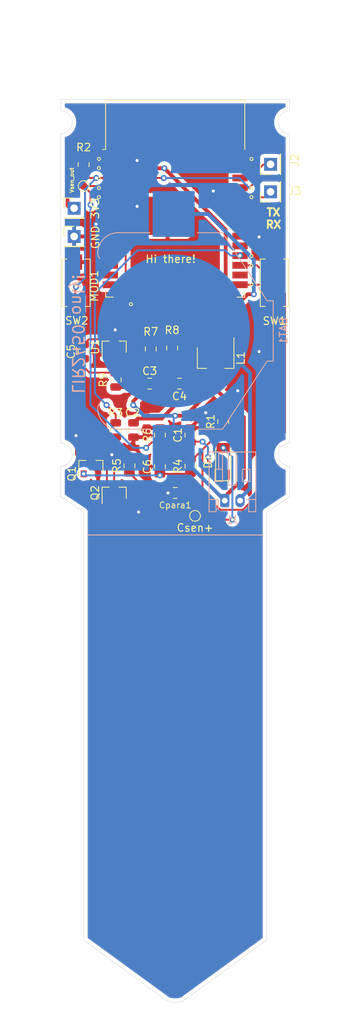
<source format=kicad_pcb>
(kicad_pcb (version 20171130) (host pcbnew "(5.1.5)-3")

  (general
    (thickness 1.6)
    (drawings 40)
    (tracks 283)
    (zones 0)
    (modules 32)
    (nets 18)
  )

  (page A4)
  (title_block
    (title parasite)
    (date 2021-02-05)
    (rev 1.1.0)
    (company rbaron.net)
  )

  (layers
    (0 F.Cu signal)
    (31 B.Cu signal)
    (32 B.Adhes user)
    (33 F.Adhes user)
    (34 B.Paste user)
    (35 F.Paste user)
    (36 B.SilkS user)
    (37 F.SilkS user)
    (38 B.Mask user)
    (39 F.Mask user)
    (40 Dwgs.User user)
    (41 Cmts.User user)
    (42 Eco1.User user hide)
    (43 Eco2.User user hide)
    (44 Edge.Cuts user)
    (45 Margin user)
    (46 B.CrtYd user)
    (47 F.CrtYd user)
    (48 B.Fab user hide)
    (49 F.Fab user hide)
  )

  (setup
    (last_trace_width 0.25)
    (user_trace_width 0.5)
    (user_trace_width 5)
    (user_trace_width 10)
    (trace_clearance 0.2)
    (zone_clearance 0.508)
    (zone_45_only no)
    (trace_min 0.2)
    (via_size 0.8)
    (via_drill 0.4)
    (via_min_size 0.4)
    (via_min_drill 0.3)
    (uvia_size 0.3)
    (uvia_drill 0.1)
    (uvias_allowed no)
    (uvia_min_size 0.2)
    (uvia_min_drill 0.1)
    (edge_width 0.05)
    (segment_width 0.2)
    (pcb_text_width 0.3)
    (pcb_text_size 1.5 1.5)
    (mod_edge_width 0.12)
    (mod_text_size 1 1)
    (mod_text_width 0.15)
    (pad_size 6 5.5)
    (pad_drill 0)
    (pad_to_mask_clearance 0.051)
    (solder_mask_min_width 0.25)
    (aux_axis_origin 0 0)
    (visible_elements 7FFFFFFF)
    (pcbplotparams
      (layerselection 0x010fc_ffffffff)
      (usegerberextensions false)
      (usegerberattributes false)
      (usegerberadvancedattributes false)
      (creategerberjobfile false)
      (excludeedgelayer true)
      (linewidth 0.100000)
      (plotframeref false)
      (viasonmask false)
      (mode 1)
      (useauxorigin false)
      (hpglpennumber 1)
      (hpglpenspeed 20)
      (hpglpendiameter 15.000000)
      (psnegative false)
      (psa4output false)
      (plotreference true)
      (plotvalue true)
      (plotinvisibletext false)
      (padsonsilk false)
      (subtractmaskfromsilk false)
      (outputformat 1)
      (mirror false)
      (drillshape 0)
      (scaleselection 1)
      (outputdirectory "gerber/"))
  )

  (net 0 "")
  (net 1 GND)
  (net 2 /Vsen_out)
  (net 3 +3V3)
  (net 4 +BATT)
  (net 5 /Csen+)
  (net 6 /PWM)
  (net 7 /RX)
  (net 8 /TX)
  (net 9 "Net-(C6-Pad1)")
  (net 10 "Net-(Q2-Pad3)")
  (net 11 "Net-(Q1-Pad3)")
  (net 12 /Vbat_mon)
  (net 13 /Disch)
  (net 14 "Net-(C5-Pad1)")
  (net 15 "Net-(BAT1-PadNeg)")
  (net 16 /en)
  (net 17 /IO0)

  (net_class Default "This is the default net class."
    (clearance 0.2)
    (trace_width 0.25)
    (via_dia 0.8)
    (via_drill 0.4)
    (uvia_dia 0.3)
    (uvia_drill 0.1)
    (add_net +3V3)
    (add_net +BATT)
    (add_net /Csen+)
    (add_net /Disch)
    (add_net /IO0)
    (add_net /PWM)
    (add_net /RX)
    (add_net /TX)
    (add_net /Vbat_mon)
    (add_net /Vsen_out)
    (add_net /en)
    (add_net GND)
    (add_net "Net-(BAT1-PadNeg)")
    (add_net "Net-(C5-Pad1)")
    (add_net "Net-(C6-Pad1)")
    (add_net "Net-(Q1-Pad3)")
    (add_net "Net-(Q2-Pad3)")
  )

  (module btn:SW_SPST_EVQPE1 (layer F.Cu) (tedit 5A02FC95) (tstamp 60700F53)
    (at 131 66 90)
    (descr "Light Touch Switch, https://industrial.panasonic.com/cdbs/www-data/pdf/ATK0000/ATK0000CE7.pdf")
    (path /6070F745)
    (attr smd)
    (fp_text reference SW1 (at -5 0 180) (layer F.SilkS)
      (effects (font (size 1 1) (thickness 0.15)))
    )
    (fp_text value SW_Push (at 0 3 90) (layer F.Fab)
      (effects (font (size 1 1) (thickness 0.15)))
    )
    (fp_line (start -3.1 1.85) (end 3.1 1.85) (layer F.SilkS) (width 0.12))
    (fp_line (start 3.1 -1.85) (end -3.1 -1.85) (layer F.SilkS) (width 0.12))
    (fp_line (start -3.1 -1.85) (end -3.1 -1.2) (layer F.SilkS) (width 0.12))
    (fp_line (start -3.1 1.2) (end -3.1 1.85) (layer F.SilkS) (width 0.12))
    (fp_line (start 3.1 1.85) (end 3.1 1.2) (layer F.SilkS) (width 0.12))
    (fp_line (start 3.1 -1.85) (end 3.1 -1.2) (layer F.SilkS) (width 0.12))
    (fp_line (start -3.95 2) (end -3.95 -2) (layer F.CrtYd) (width 0.05))
    (fp_line (start 3.95 2) (end -3.95 2) (layer F.CrtYd) (width 0.05))
    (fp_line (start 3.95 -2) (end 3.95 2) (layer F.CrtYd) (width 0.05))
    (fp_line (start -3.95 -2) (end 3.95 -2) (layer F.CrtYd) (width 0.05))
    (fp_line (start -1.4 0.7) (end -1.4 -0.7) (layer F.Fab) (width 0.1))
    (fp_line (start 1.4 0.7) (end -1.4 0.7) (layer F.Fab) (width 0.1))
    (fp_line (start 1.4 -0.7) (end 1.4 0.7) (layer F.Fab) (width 0.1))
    (fp_line (start -1.4 -0.7) (end 1.4 -0.7) (layer F.Fab) (width 0.1))
    (fp_line (start -3 -1.75) (end 3 -1.75) (layer F.Fab) (width 0.1))
    (fp_line (start -3 1.75) (end -3 -1.75) (layer F.Fab) (width 0.1))
    (fp_line (start 3 1.75) (end -3 1.75) (layer F.Fab) (width 0.1))
    (fp_line (start 3 -1.75) (end 3 1.75) (layer F.Fab) (width 0.1))
    (fp_text user %R (at 0 -2.65 90) (layer F.Fab)
      (effects (font (size 1 1) (thickness 0.15)))
    )
    (pad 1 smd rect (at -2.7 0 90) (size 2 1.6) (layers F.Cu F.Paste F.Mask)
      (net 17 /IO0))
    (pad 2 smd rect (at 2.7 0 90) (size 2 1.6) (layers F.Cu F.Paste F.Mask)
      (net 1 GND))
    (model ${KISYS3DMOD}/Button_Switch_SMD.3dshapes/SW_SPST_EVQPE1.wrl
      (at (xyz 0 0 0))
      (scale (xyz 1 1 1))
      (rotate (xyz 0 0 0))
    )
  )

  (module Battery:BatteryHolder_Keystone_3008_1x2450 (layer B.Cu) (tedit 601DC0A9) (tstamp 6070437D)
    (at 117.8 72.3 90)
    (descr http://www.keyelco.com/product-pdf.cfm?p=786)
    (tags "Keystone type 3008 coin cell retainer")
    (path /6020F3E7)
    (attr smd)
    (fp_text reference BAT1 (at 0 14.4 270) (layer B.SilkS)
      (effects (font (size 1 1) (thickness 0.15)) (justify mirror))
    )
    (fp_text value BS-7 (at 0 -14 270) (layer B.Fab)
      (effects (font (size 1 1) (thickness 0.15)) (justify mirror))
    )
    (fp_text user %R (at 0 0 270) (layer B.Fab)
      (effects (font (size 1 1) (thickness 0.15)) (justify mirror))
    )
    (fp_arc (start 0 0) (end 0 -12.8) (angle 41.7) (layer B.CrtYd) (width 0.05))
    (fp_arc (start 0 -21) (end 9.15 -10.05) (angle 3.2) (layer B.CrtYd) (width 0.05))
    (fp_arc (start 0 0) (end 0 -12.8) (angle -41.7) (layer B.CrtYd) (width 0.05))
    (fp_arc (start 0 -21) (end -9.15 -10.05) (angle -3.2) (layer B.CrtYd) (width 0.05))
    (fp_arc (start 10.15 -9) (end 10.15 -10.45) (angle -45) (layer B.CrtYd) (width 0.05))
    (fp_arc (start -10.15 -9) (end -10.15 -10.45) (angle 45) (layer B.CrtYd) (width 0.05))
    (fp_arc (start 10.15 -7.25) (end 10.15 -10.45) (angle 90) (layer B.CrtYd) (width 0.05))
    (fp_arc (start -10.15 -7.25) (end -10.15 -10.45) (angle -90) (layer B.CrtYd) (width 0.05))
    (fp_arc (start 10.15 -9) (end 10.15 -9.95) (angle -45) (layer B.SilkS) (width 0.12))
    (fp_arc (start -10.15 -9) (end -10.15 -9.95) (angle 45) (layer B.SilkS) (width 0.12))
    (fp_arc (start 10.15 -9) (end 10.15 -9.8) (angle -45) (layer B.Fab) (width 0.1))
    (fp_arc (start -10.15 -9) (end -10.15 -9.8) (angle 45) (layer B.Fab) (width 0.1))
    (fp_arc (start 0 -21) (end -9.6 -9.58) (angle -80) (layer B.Fab) (width 0.1))
    (fp_arc (start -10.15 -7.25) (end -10.15 -9.95) (angle -90) (layer B.SilkS) (width 0.12))
    (fp_arc (start 10.15 -7.25) (end 10.15 -9.95) (angle 90) (layer B.SilkS) (width 0.12))
    (fp_line (start 12.85 -3.1) (end 12.85 -7.3) (layer B.SilkS) (width 0.12))
    (fp_line (start -12.85 -3.1) (end -12.85 -7.3) (layer B.SilkS) (width 0.12))
    (fp_line (start 13.35 -3.25) (end 13.35 -7.3) (layer B.CrtYd) (width 0.05))
    (fp_arc (start 10.15 -7.25) (end 10.15 -9.8) (angle 90) (layer B.Fab) (width 0.1))
    (fp_arc (start -10.15 -7.25) (end -10.15 -9.8) (angle -90) (layer B.Fab) (width 0.1))
    (fp_circle (center 0 0) (end 12.25 0) (layer Dwgs.User) (width 0.15))
    (fp_line (start 4.45 13.55) (end 4.45 12.55) (layer B.CrtYd) (width 0.05))
    (fp_line (start -4.45 13.55) (end 4.45 13.55) (layer B.CrtYd) (width 0.05))
    (fp_line (start -4.45 13.55) (end -4.45 12.55) (layer B.CrtYd) (width 0.05))
    (fp_line (start 4.45 12.55) (end 13.35 6.7) (layer B.CrtYd) (width 0.05))
    (fp_line (start 13.35 6.7) (end 13.35 3.25) (layer B.CrtYd) (width 0.05))
    (fp_line (start 18.8 -3.25) (end 13.35 -3.25) (layer B.CrtYd) (width 0.05))
    (fp_line (start 18.8 3.25) (end 18.8 -3.25) (layer B.CrtYd) (width 0.05))
    (fp_line (start 13.35 3.25) (end 18.8 3.25) (layer B.CrtYd) (width 0.05))
    (fp_line (start -4.45 12.55) (end -13.35 6.7) (layer B.CrtYd) (width 0.05))
    (fp_line (start -18.8 3.25) (end -18.8 -3.25) (layer B.CrtYd) (width 0.05))
    (fp_line (start -18.8 -3.25) (end -13.35 -3.25) (layer B.CrtYd) (width 0.05))
    (fp_line (start -13.35 -3.25) (end -13.35 -7.3) (layer B.CrtYd) (width 0.05))
    (fp_line (start -13.35 3.25) (end -18.8 3.25) (layer B.CrtYd) (width 0.05))
    (fp_line (start -13.35 6.7) (end -13.35 3.25) (layer B.CrtYd) (width 0.05))
    (fp_line (start 12.85 6.4) (end 12.85 3.1) (layer B.SilkS) (width 0.12))
    (fp_line (start 3.95 12.25) (end 12.85 6.4) (layer B.SilkS) (width 0.12))
    (fp_line (start 3.95 13.05) (end 3.95 12.25) (layer B.SilkS) (width 0.12))
    (fp_line (start -3.95 13.05) (end 3.95 13.05) (layer B.SilkS) (width 0.12))
    (fp_line (start -3.95 13.05) (end -3.95 12.25) (layer B.SilkS) (width 0.12))
    (fp_line (start -3.95 12.25) (end -12.85 6.4) (layer B.SilkS) (width 0.12))
    (fp_line (start -12.85 6.4) (end -12.85 3.1) (layer B.SilkS) (width 0.12))
    (fp_line (start 3.8 12.2) (end 12.7 6.35) (layer B.Fab) (width 0.1))
    (fp_line (start 12.7 6.35) (end 12.7 -7.3) (layer B.Fab) (width 0.1))
    (fp_line (start -3.8 12.2) (end -12.7 6.35) (layer B.Fab) (width 0.1))
    (fp_line (start -12.7 6.35) (end -12.7 -7.3) (layer B.Fab) (width 0.1))
    (fp_line (start -3.8 12.9) (end -3.8 12.2) (layer B.Fab) (width 0.1))
    (fp_line (start 3.8 12.9) (end 3.8 12.2) (layer B.Fab) (width 0.1))
    (fp_line (start -3.8 12.9) (end 3.8 12.9) (layer B.Fab) (width 0.1))
    (pad Pos smd rect (at -15.3 0 90) (size 6.000001 5.499999) (layers B.Cu B.Paste B.Mask)
      (net 4 +BATT))
    (pad Pos smd rect (at 15.3 0 90) (size 6.000001 5.499999) (layers B.Cu B.Paste B.Mask)
      (net 4 +BATT))
    (pad Neg smd circle (at 0 0 90) (size 20.000001 20.000001) (layers B.Cu B.Mask)
      (net 15 "Net-(BAT1-PadNeg)"))
    (model ${KISYS3DMOD}/Battery.3dshapes/BatteryHolder_Keystone_3008_1x2450.wrl
      (at (xyz 0 0 0))
      (scale (xyz 1 1 1))
      (rotate (xyz 0 0 0))
    )
  )

  (module btn:SW_SPST_EVQPE1 (layer F.Cu) (tedit 5A02FC95) (tstamp 60700F6C)
    (at 105 66 90)
    (descr "Light Touch Switch, https://industrial.panasonic.com/cdbs/www-data/pdf/ATK0000/ATK0000CE7.pdf")
    (path /607100A6)
    (attr smd)
    (fp_text reference SW2 (at -4.96 0.098 180) (layer F.SilkS)
      (effects (font (size 1 1) (thickness 0.15)))
    )
    (fp_text value SW_Push (at 0 3 90) (layer F.Fab)
      (effects (font (size 1 1) (thickness 0.15)))
    )
    (fp_line (start -3.1 1.85) (end 3.1 1.85) (layer F.SilkS) (width 0.12))
    (fp_line (start 3.1 -1.85) (end -3.1 -1.85) (layer F.SilkS) (width 0.12))
    (fp_line (start -3.1 -1.85) (end -3.1 -1.2) (layer F.SilkS) (width 0.12))
    (fp_line (start -3.1 1.2) (end -3.1 1.85) (layer F.SilkS) (width 0.12))
    (fp_line (start 3.1 1.85) (end 3.1 1.2) (layer F.SilkS) (width 0.12))
    (fp_line (start 3.1 -1.85) (end 3.1 -1.2) (layer F.SilkS) (width 0.12))
    (fp_line (start -3.95 2) (end -3.95 -2) (layer F.CrtYd) (width 0.05))
    (fp_line (start 3.95 2) (end -3.95 2) (layer F.CrtYd) (width 0.05))
    (fp_line (start 3.95 -2) (end 3.95 2) (layer F.CrtYd) (width 0.05))
    (fp_line (start -3.95 -2) (end 3.95 -2) (layer F.CrtYd) (width 0.05))
    (fp_line (start -1.4 0.7) (end -1.4 -0.7) (layer F.Fab) (width 0.1))
    (fp_line (start 1.4 0.7) (end -1.4 0.7) (layer F.Fab) (width 0.1))
    (fp_line (start 1.4 -0.7) (end 1.4 0.7) (layer F.Fab) (width 0.1))
    (fp_line (start -1.4 -0.7) (end 1.4 -0.7) (layer F.Fab) (width 0.1))
    (fp_line (start -3 -1.75) (end 3 -1.75) (layer F.Fab) (width 0.1))
    (fp_line (start -3 1.75) (end -3 -1.75) (layer F.Fab) (width 0.1))
    (fp_line (start 3 1.75) (end -3 1.75) (layer F.Fab) (width 0.1))
    (fp_line (start 3 -1.75) (end 3 1.75) (layer F.Fab) (width 0.1))
    (fp_text user %R (at 0 -2.65 90) (layer F.Fab)
      (effects (font (size 1 1) (thickness 0.15)))
    )
    (pad 1 smd rect (at -2.7 0 90) (size 2 1.6) (layers F.Cu F.Paste F.Mask)
      (net 16 /en))
    (pad 2 smd rect (at 2.7 0 90) (size 2 1.6) (layers F.Cu F.Paste F.Mask)
      (net 1 GND))
    (model ${KISYS3DMOD}/Button_Switch_SMD.3dshapes/SW_SPST_EVQPE1.wrl
      (at (xyz 0 0 0))
      (scale (xyz 1 1 1))
      (rotate (xyz 0 0 0))
    )
  )

  (module esp32:ESP32 (layer F.Cu) (tedit 5B5B4654) (tstamp 600D38F0)
    (at 118 58)
    (descr "Single 2.4 GHz Wi-Fi and Bluetooth combo chip https://www.espressif.com/sites/default/files/documentation/esp32-wroom-32_datasheet_en.pdf")
    (tags "Single 2.4 GHz Wi-Fi and Bluetooth combo  chip")
    (path /600B059D)
    (attr smd)
    (fp_text reference MOD1 (at -10.61 8.43 90) (layer F.SilkS)
      (effects (font (size 1 1) (thickness 0.15)))
    )
    (fp_text value ESP32-WROOM-32 (at 0 11.5) (layer F.Fab)
      (effects (font (size 1 1) (thickness 0.15)))
    )
    (fp_text user %R (at 0 0) (layer F.Fab)
      (effects (font (size 1 1) (thickness 0.15)))
    )
    (fp_text user "KEEP-OUT ZONE" (at 0 -19) (layer Cmts.User)
      (effects (font (size 1 1) (thickness 0.15)))
    )
    (fp_text user Antenna (at 0 -13) (layer Cmts.User)
      (effects (font (size 1 1) (thickness 0.15)))
    )
    (fp_text user "5 mm" (at 11.8 -14.375) (layer Cmts.User)
      (effects (font (size 0.5 0.5) (thickness 0.1)))
    )
    (fp_text user "5 mm" (at -11.2 -14.375) (layer Cmts.User)
      (effects (font (size 0.5 0.5) (thickness 0.1)))
    )
    (fp_text user "5 mm" (at 7.8 -19.075 90) (layer Cmts.User)
      (effects (font (size 0.5 0.5) (thickness 0.1)))
    )
    (fp_line (start -14 -9.97) (end -14 -20.75) (layer Dwgs.User) (width 0.1))
    (fp_line (start 9 9.76) (end 9 -15.745) (layer F.Fab) (width 0.1))
    (fp_line (start -9 9.76) (end 9 9.76) (layer F.Fab) (width 0.1))
    (fp_line (start -9 -15.745) (end -9 -10.02) (layer F.Fab) (width 0.1))
    (fp_line (start -9 -15.745) (end 9 -15.745) (layer F.Fab) (width 0.1))
    (fp_line (start -9.75 10.5) (end -9.75 -9.72) (layer F.CrtYd) (width 0.05))
    (fp_line (start -9.75 10.5) (end 9.75 10.5) (layer F.CrtYd) (width 0.05))
    (fp_line (start 9.75 -9.72) (end 9.75 10.5) (layer F.CrtYd) (width 0.05))
    (fp_line (start -14.25 -21) (end 14.25 -21) (layer F.CrtYd) (width 0.05))
    (fp_line (start -9 -9.02) (end -9 9.76) (layer F.Fab) (width 0.1))
    (fp_line (start -8.5 -9.52) (end -9 -10.02) (layer F.Fab) (width 0.1))
    (fp_line (start -9 -9.02) (end -8.5 -9.52) (layer F.Fab) (width 0.1))
    (fp_line (start 14 -9.97) (end -14 -9.97) (layer Dwgs.User) (width 0.1))
    (fp_line (start 14 -9.97) (end 14 -20.75) (layer Dwgs.User) (width 0.1))
    (fp_line (start 14 -20.75) (end -14 -20.75) (layer Dwgs.User) (width 0.1))
    (fp_line (start -14.25 -21) (end -14.25 -9.72) (layer F.CrtYd) (width 0.05))
    (fp_line (start 14.25 -21) (end 14.25 -9.72) (layer F.CrtYd) (width 0.05))
    (fp_line (start -14.25 -9.72) (end -9.75 -9.72) (layer F.CrtYd) (width 0.05))
    (fp_line (start 9.75 -9.72) (end 14.25 -9.72) (layer F.CrtYd) (width 0.05))
    (fp_line (start -12.525 -20.75) (end -14 -19.66) (layer Dwgs.User) (width 0.1))
    (fp_line (start -10.525 -20.75) (end -14 -18.045) (layer Dwgs.User) (width 0.1))
    (fp_line (start -8.525 -20.75) (end -14 -16.43) (layer Dwgs.User) (width 0.1))
    (fp_line (start -6.525 -20.75) (end -14 -14.815) (layer Dwgs.User) (width 0.1))
    (fp_line (start -4.525 -20.75) (end -14 -13.2) (layer Dwgs.User) (width 0.1))
    (fp_line (start -2.525 -20.75) (end -14 -11.585) (layer Dwgs.User) (width 0.1))
    (fp_line (start -0.525 -20.75) (end -14 -9.97) (layer Dwgs.User) (width 0.1))
    (fp_line (start 1.475 -20.75) (end -12 -9.97) (layer Dwgs.User) (width 0.1))
    (fp_line (start 3.475 -20.75) (end -10 -9.97) (layer Dwgs.User) (width 0.1))
    (fp_line (start -8 -9.97) (end 5.475 -20.75) (layer Dwgs.User) (width 0.1))
    (fp_line (start 7.475 -20.75) (end -6 -9.97) (layer Dwgs.User) (width 0.1))
    (fp_line (start 9.475 -20.75) (end -4 -9.97) (layer Dwgs.User) (width 0.1))
    (fp_line (start 11.475 -20.75) (end -2 -9.97) (layer Dwgs.User) (width 0.1))
    (fp_line (start 13.475 -20.75) (end 0 -9.97) (layer Dwgs.User) (width 0.1))
    (fp_line (start 14 -19.66) (end 2 -9.97) (layer Dwgs.User) (width 0.1))
    (fp_line (start 14 -18.045) (end 4 -9.97) (layer Dwgs.User) (width 0.1))
    (fp_line (start 14 -16.43) (end 6 -9.97) (layer Dwgs.User) (width 0.1))
    (fp_line (start 14 -14.815) (end 8 -9.97) (layer Dwgs.User) (width 0.1))
    (fp_line (start 14 -13.2) (end 10 -9.97) (layer Dwgs.User) (width 0.1))
    (fp_line (start 14 -11.585) (end 12 -9.97) (layer Dwgs.User) (width 0.1))
    (fp_line (start 9.2 -13.875) (end 13.8 -13.875) (layer Cmts.User) (width 0.1))
    (fp_line (start 13.8 -13.875) (end 13.6 -14.075) (layer Cmts.User) (width 0.1))
    (fp_line (start 13.8 -13.875) (end 13.6 -13.675) (layer Cmts.User) (width 0.1))
    (fp_line (start 9.2 -13.875) (end 9.4 -14.075) (layer Cmts.User) (width 0.1))
    (fp_line (start 9.2 -13.875) (end 9.4 -13.675) (layer Cmts.User) (width 0.1))
    (fp_line (start -13.8 -13.875) (end -13.6 -14.075) (layer Cmts.User) (width 0.1))
    (fp_line (start -13.8 -13.875) (end -13.6 -13.675) (layer Cmts.User) (width 0.1))
    (fp_line (start -9.2 -13.875) (end -9.4 -13.675) (layer Cmts.User) (width 0.1))
    (fp_line (start -13.8 -13.875) (end -9.2 -13.875) (layer Cmts.User) (width 0.1))
    (fp_line (start -9.2 -13.875) (end -9.4 -14.075) (layer Cmts.User) (width 0.1))
    (fp_line (start 8.4 -16) (end 8.2 -16.2) (layer Cmts.User) (width 0.1))
    (fp_line (start 8.4 -16) (end 8.6 -16.2) (layer Cmts.User) (width 0.1))
    (fp_line (start 8.4 -20.6) (end 8.6 -20.4) (layer Cmts.User) (width 0.1))
    (fp_line (start 8.4 -16) (end 8.4 -20.6) (layer Cmts.User) (width 0.1))
    (fp_line (start 8.4 -20.6) (end 8.2 -20.4) (layer Cmts.User) (width 0.1))
    (fp_line (start -9.12 9.1) (end -9.12 9.88) (layer F.SilkS) (width 0.12))
    (fp_line (start -9.12 9.88) (end -8.12 9.88) (layer F.SilkS) (width 0.12))
    (fp_line (start 9.12 9.1) (end 9.12 9.88) (layer F.SilkS) (width 0.12))
    (fp_line (start 9.12 9.88) (end 8.12 9.88) (layer F.SilkS) (width 0.12))
    (fp_line (start -9.12 -15.865) (end 9.12 -15.865) (layer F.SilkS) (width 0.12))
    (fp_line (start 9.12 -15.865) (end 9.12 -9.445) (layer F.SilkS) (width 0.12))
    (fp_line (start -9.12 -15.865) (end -9.12 -9.445) (layer F.SilkS) (width 0.12))
    (fp_line (start -9.12 -9.445) (end -9.5 -9.445) (layer F.SilkS) (width 0.12))
    (pad 39 smd rect (at -1 -0.755) (size 5 5) (layers F.Cu F.Paste F.Mask)
      (net 1 GND))
    (pad 1 smd rect (at -8.5 -8.255) (size 2 0.9) (layers F.Cu F.Paste F.Mask)
      (net 1 GND))
    (pad 2 smd rect (at -8.5 -6.985) (size 2 0.9) (layers F.Cu F.Paste F.Mask)
      (net 3 +3V3))
    (pad 3 smd rect (at -8.5 -5.715) (size 2 0.9) (layers F.Cu F.Paste F.Mask)
      (net 16 /en))
    (pad 4 smd rect (at -8.5 -4.445) (size 2 0.9) (layers F.Cu F.Paste F.Mask)
      (net 2 /Vsen_out))
    (pad 5 smd rect (at -8.5 -3.175) (size 2 0.9) (layers F.Cu F.Paste F.Mask)
      (net 12 /Vbat_mon))
    (pad 6 smd rect (at -8.5 -1.905) (size 2 0.9) (layers F.Cu F.Paste F.Mask))
    (pad 7 smd rect (at -8.5 -0.635) (size 2 0.9) (layers F.Cu F.Paste F.Mask))
    (pad 8 smd rect (at -8.5 0.635) (size 2 0.9) (layers F.Cu F.Paste F.Mask))
    (pad 9 smd rect (at -8.5 1.905) (size 2 0.9) (layers F.Cu F.Paste F.Mask))
    (pad 10 smd rect (at -8.5 3.175) (size 2 0.9) (layers F.Cu F.Paste F.Mask))
    (pad 11 smd rect (at -8.5 4.445) (size 2 0.9) (layers F.Cu F.Paste F.Mask))
    (pad 12 smd rect (at -8.5 5.715) (size 2 0.9) (layers F.Cu F.Paste F.Mask))
    (pad 13 smd rect (at -8.5 6.985) (size 2 0.9) (layers F.Cu F.Paste F.Mask))
    (pad 14 smd rect (at -8.5 8.255) (size 2 0.9) (layers F.Cu F.Paste F.Mask))
    (pad 15 smd rect (at -5.715 9.255 90) (size 2 0.9) (layers F.Cu F.Paste F.Mask))
    (pad 16 smd rect (at -4.445 9.255 90) (size 2 0.9) (layers F.Cu F.Paste F.Mask))
    (pad 17 smd rect (at -3.175 9.255 90) (size 2 0.9) (layers F.Cu F.Paste F.Mask))
    (pad 18 smd rect (at -1.905 9.255 90) (size 2 0.9) (layers F.Cu F.Paste F.Mask))
    (pad 19 smd rect (at -0.635 9.255 90) (size 2 0.9) (layers F.Cu F.Paste F.Mask))
    (pad 20 smd rect (at 0.635 9.255 90) (size 2 0.9) (layers F.Cu F.Paste F.Mask))
    (pad 21 smd rect (at 1.905 9.255 90) (size 2 0.9) (layers F.Cu F.Paste F.Mask))
    (pad 22 smd rect (at 3.175 9.255 90) (size 2 0.9) (layers F.Cu F.Paste F.Mask))
    (pad 23 smd rect (at 4.445 9.255 90) (size 2 0.9) (layers F.Cu F.Paste F.Mask))
    (pad 24 smd rect (at 5.715 9.255 90) (size 2 0.9) (layers F.Cu F.Paste F.Mask))
    (pad 25 smd rect (at 8.5 8.255) (size 2 0.9) (layers F.Cu F.Paste F.Mask)
      (net 17 /IO0))
    (pad 26 smd rect (at 8.5 6.985) (size 2 0.9) (layers F.Cu F.Paste F.Mask))
    (pad 27 smd rect (at 8.5 5.715) (size 2 0.9) (layers F.Cu F.Paste F.Mask)
      (net 6 /PWM))
    (pad 28 smd rect (at 8.5 4.445) (size 2 0.9) (layers F.Cu F.Paste F.Mask)
      (net 13 /Disch))
    (pad 29 smd rect (at 8.5 3.175) (size 2 0.9) (layers F.Cu F.Paste F.Mask))
    (pad 30 smd rect (at 8.5 1.905) (size 2 0.9) (layers F.Cu F.Paste F.Mask))
    (pad 31 smd rect (at 8.5 0.635) (size 2 0.9) (layers F.Cu F.Paste F.Mask))
    (pad 32 smd rect (at 8.5 -0.635) (size 2 0.9) (layers F.Cu F.Paste F.Mask))
    (pad 33 smd rect (at 8.5 -1.905) (size 2 0.9) (layers F.Cu F.Paste F.Mask))
    (pad 34 smd rect (at 8.5 -3.175) (size 2 0.9) (layers F.Cu F.Paste F.Mask)
      (net 7 /RX))
    (pad 35 smd rect (at 8.5 -4.445) (size 2 0.9) (layers F.Cu F.Paste F.Mask)
      (net 8 /TX))
    (pad 36 smd rect (at 8.5 -5.715) (size 2 0.9) (layers F.Cu F.Paste F.Mask))
    (pad 37 smd rect (at 8.5 -6.985) (size 2 0.9) (layers F.Cu F.Paste F.Mask))
    (pad 38 smd rect (at 8.5 -8.255) (size 2 0.9) (layers F.Cu F.Paste F.Mask))
    (model ${KISYS3DMOD}/RF_Module.3dshapes/ESP32-WROOM-32.wrl
      (at (xyz 0 0 0))
      (scale (xyz 1 1 1))
      (rotate (xyz 0 0 0))
    )
  )

  (module pin:PinHeader_1x01_P2.54mm_Vertical (layer F.Cu) (tedit 59FED5CC) (tstamp 60705A88)
    (at 104.75 59.944)
    (descr "Through hole straight pin header, 1x01, 2.54mm pitch, single row")
    (tags "Through hole pin header THT 1x01 2.54mm single row")
    (path /60707B1C)
    (fp_text reference GND (at 2.786313 0.102019 90) (layer F.SilkS)
      (effects (font (size 1 1) (thickness 0.15)))
    )
    (fp_text value Conn_01x01 (at 0 2.33) (layer F.Fab)
      (effects (font (size 1 1) (thickness 0.15)))
    )
    (fp_text user %R (at 0 -2.364 90) (layer F.Fab)
      (effects (font (size 1 1) (thickness 0.15)))
    )
    (fp_line (start 1.8 -1.8) (end -1.8 -1.8) (layer F.CrtYd) (width 0.05))
    (fp_line (start 1.8 1.8) (end 1.8 -1.8) (layer F.CrtYd) (width 0.05))
    (fp_line (start -1.8 1.8) (end 1.8 1.8) (layer F.CrtYd) (width 0.05))
    (fp_line (start -1.8 -1.8) (end -1.8 1.8) (layer F.CrtYd) (width 0.05))
    (fp_line (start -1.33 -1.33) (end 0 -1.33) (layer F.SilkS) (width 0.12))
    (fp_line (start -1.33 0) (end -1.33 -1.33) (layer F.SilkS) (width 0.12))
    (fp_line (start -1.33 1.27) (end 1.33 1.27) (layer F.SilkS) (width 0.12))
    (fp_line (start 1.33 1.27) (end 1.33 1.33) (layer F.SilkS) (width 0.12))
    (fp_line (start -1.33 1.27) (end -1.33 1.33) (layer F.SilkS) (width 0.12))
    (fp_line (start -1.33 1.33) (end 1.33 1.33) (layer F.SilkS) (width 0.12))
    (fp_line (start -1.27 -0.635) (end -0.635 -1.27) (layer F.Fab) (width 0.1))
    (fp_line (start -1.27 1.27) (end -1.27 -0.635) (layer F.Fab) (width 0.1))
    (fp_line (start 1.27 1.27) (end -1.27 1.27) (layer F.Fab) (width 0.1))
    (fp_line (start 1.27 -1.27) (end 1.27 1.27) (layer F.Fab) (width 0.1))
    (fp_line (start -0.635 -1.27) (end 1.27 -1.27) (layer F.Fab) (width 0.1))
    (pad 1 thru_hole rect (at 0 0) (size 1.7 1.7) (drill 1) (layers *.Cu *.Mask)
      (net 1 GND))
    (model ${KISYS3DMOD}/Connector_PinHeader_2.54mm.3dshapes/PinHeader_1x01_P2.54mm_Vertical.wrl
      (at (xyz 0 0 0))
      (scale (xyz 1 1 1))
      (rotate (xyz 0 0 0))
    )
  )

  (module pin:PinHeader_1x01_P2.54mm_Vertical (layer F.Cu) (tedit 59FED5CC) (tstamp 60705E2C)
    (at 104.75 56.25)
    (descr "Through hole straight pin header, 1x01, 2.54mm pitch, single row")
    (tags "Through hole pin header THT 1x01 2.54mm single row")
    (path /60704832)
    (fp_text reference 3V3 (at 2.761468 0.030649 90) (layer F.SilkS)
      (effects (font (size 1 1) (thickness 0.15)))
    )
    (fp_text value Conn_01x01 (at 0 2.33) (layer F.Fab)
      (effects (font (size 1 1) (thickness 0.15)))
    )
    (fp_text user %R (at 0.176 -2.54 90) (layer F.Fab)
      (effects (font (size 1 1) (thickness 0.15)))
    )
    (fp_line (start 1.8 -1.8) (end -1.8 -1.8) (layer F.CrtYd) (width 0.05))
    (fp_line (start 1.8 1.8) (end 1.8 -1.8) (layer F.CrtYd) (width 0.05))
    (fp_line (start -1.8 1.8) (end 1.8 1.8) (layer F.CrtYd) (width 0.05))
    (fp_line (start -1.8 -1.8) (end -1.8 1.8) (layer F.CrtYd) (width 0.05))
    (fp_line (start -1.33 -1.33) (end 0 -1.33) (layer F.SilkS) (width 0.12))
    (fp_line (start -1.33 0) (end -1.33 -1.33) (layer F.SilkS) (width 0.12))
    (fp_line (start -1.33 1.27) (end 1.33 1.27) (layer F.SilkS) (width 0.12))
    (fp_line (start 1.33 1.27) (end 1.33 1.33) (layer F.SilkS) (width 0.12))
    (fp_line (start -1.33 1.27) (end -1.33 1.33) (layer F.SilkS) (width 0.12))
    (fp_line (start -1.33 1.33) (end 1.33 1.33) (layer F.SilkS) (width 0.12))
    (fp_line (start -1.27 -0.635) (end -0.635 -1.27) (layer F.Fab) (width 0.1))
    (fp_line (start -1.27 1.27) (end -1.27 -0.635) (layer F.Fab) (width 0.1))
    (fp_line (start 1.27 1.27) (end -1.27 1.27) (layer F.Fab) (width 0.1))
    (fp_line (start 1.27 -1.27) (end 1.27 1.27) (layer F.Fab) (width 0.1))
    (fp_line (start -0.635 -1.27) (end 1.27 -1.27) (layer F.Fab) (width 0.1))
    (pad 1 thru_hole rect (at 0 0) (size 1.7 1.7) (drill 1) (layers *.Cu *.Mask)
      (net 3 +3V3))
    (model ${KISYS3DMOD}/Connector_PinHeader_2.54mm.3dshapes/PinHeader_1x01_P2.54mm_Vertical.wrl
      (at (xyz 0 0 0))
      (scale (xyz 1 1 1))
      (rotate (xyz 0 0 0))
    )
  )

  (module pin:PinHeader_1x01_P2.54mm_Vertical (layer F.Cu) (tedit 59FED5CC) (tstamp 607060C7)
    (at 130.5 54.102 90)
    (descr "Through hole straight pin header, 1x01, 2.54mm pitch, single row")
    (tags "Through hole pin header THT 1x01 2.54mm single row")
    (path /6070AC08)
    (fp_text reference J3 (at 0.102 3.19 180) (layer F.SilkS)
      (effects (font (size 1 1) (thickness 0.15)))
    )
    (fp_text value Conn_01x01 (at 0 2.33 90) (layer F.Fab)
      (effects (font (size 1 1) (thickness 0.15)))
    )
    (fp_text user %R (at 0 2.97) (layer F.Fab)
      (effects (font (size 1 1) (thickness 0.15)))
    )
    (fp_line (start 1.8 -1.8) (end -1.8 -1.8) (layer F.CrtYd) (width 0.05))
    (fp_line (start 1.8 1.8) (end 1.8 -1.8) (layer F.CrtYd) (width 0.05))
    (fp_line (start -1.8 1.8) (end 1.8 1.8) (layer F.CrtYd) (width 0.05))
    (fp_line (start -1.8 -1.8) (end -1.8 1.8) (layer F.CrtYd) (width 0.05))
    (fp_line (start -1.33 -1.33) (end 0 -1.33) (layer F.SilkS) (width 0.12))
    (fp_line (start -1.33 0) (end -1.33 -1.33) (layer F.SilkS) (width 0.12))
    (fp_line (start -1.33 1.27) (end 1.33 1.27) (layer F.SilkS) (width 0.12))
    (fp_line (start 1.33 1.27) (end 1.33 1.33) (layer F.SilkS) (width 0.12))
    (fp_line (start -1.33 1.27) (end -1.33 1.33) (layer F.SilkS) (width 0.12))
    (fp_line (start -1.33 1.33) (end 1.33 1.33) (layer F.SilkS) (width 0.12))
    (fp_line (start -1.27 -0.635) (end -0.635 -1.27) (layer F.Fab) (width 0.1))
    (fp_line (start -1.27 1.27) (end -1.27 -0.635) (layer F.Fab) (width 0.1))
    (fp_line (start 1.27 1.27) (end -1.27 1.27) (layer F.Fab) (width 0.1))
    (fp_line (start 1.27 -1.27) (end 1.27 1.27) (layer F.Fab) (width 0.1))
    (fp_line (start -0.635 -1.27) (end 1.27 -1.27) (layer F.Fab) (width 0.1))
    (pad 1 thru_hole rect (at 0 0 90) (size 1.7 1.7) (drill 1) (layers *.Cu *.Mask)
      (net 7 /RX))
    (model ${KISYS3DMOD}/Connector_PinHeader_2.54mm.3dshapes/PinHeader_1x01_P2.54mm_Vertical.wrl
      (at (xyz 0 0 0))
      (scale (xyz 1 1 1))
      (rotate (xyz 0 0 0))
    )
  )

  (module pin:PinHeader_1x01_P2.54mm_Vertical (layer F.Cu) (tedit 59FED5CC) (tstamp 6070637C)
    (at 130.5 50.5 90)
    (descr "Through hole straight pin header, 1x01, 2.54mm pitch, single row")
    (tags "Through hole pin header THT 1x01 2.54mm single row")
    (path /6070A13A)
    (fp_text reference J2 (at 0.546 3.19 90) (layer F.SilkS)
      (effects (font (size 1 1) (thickness 0.15)))
    )
    (fp_text value Conn_01x01 (at 0 2.33 90) (layer F.Fab)
      (effects (font (size 1 1) (thickness 0.15)))
    )
    (fp_text user %R (at 0 -2.286) (layer F.Fab)
      (effects (font (size 1 1) (thickness 0.15)))
    )
    (fp_line (start 1.8 -1.8) (end -1.8 -1.8) (layer F.CrtYd) (width 0.05))
    (fp_line (start 1.8 1.8) (end 1.8 -1.8) (layer F.CrtYd) (width 0.05))
    (fp_line (start -1.8 1.8) (end 1.8 1.8) (layer F.CrtYd) (width 0.05))
    (fp_line (start -1.8 -1.8) (end -1.8 1.8) (layer F.CrtYd) (width 0.05))
    (fp_line (start -1.33 -1.33) (end 0 -1.33) (layer F.SilkS) (width 0.12))
    (fp_line (start -1.33 0) (end -1.33 -1.33) (layer F.SilkS) (width 0.12))
    (fp_line (start -1.33 1.27) (end 1.33 1.27) (layer F.SilkS) (width 0.12))
    (fp_line (start 1.33 1.27) (end 1.33 1.33) (layer F.SilkS) (width 0.12))
    (fp_line (start -1.33 1.27) (end -1.33 1.33) (layer F.SilkS) (width 0.12))
    (fp_line (start -1.33 1.33) (end 1.33 1.33) (layer F.SilkS) (width 0.12))
    (fp_line (start -1.27 -0.635) (end -0.635 -1.27) (layer F.Fab) (width 0.1))
    (fp_line (start -1.27 1.27) (end -1.27 -0.635) (layer F.Fab) (width 0.1))
    (fp_line (start 1.27 1.27) (end -1.27 1.27) (layer F.Fab) (width 0.1))
    (fp_line (start 1.27 -1.27) (end 1.27 1.27) (layer F.Fab) (width 0.1))
    (fp_line (start -0.635 -1.27) (end 1.27 -1.27) (layer F.Fab) (width 0.1))
    (pad 1 thru_hole rect (at 0 0 90) (size 1.7 1.7) (drill 1) (layers *.Cu *.Mask)
      (net 8 /TX))
    (model ${KISYS3DMOD}/Connector_PinHeader_2.54mm.3dshapes/PinHeader_1x01_P2.54mm_Vertical.wrl
      (at (xyz 0 0 0))
      (scale (xyz 1 1 1))
      (rotate (xyz 0 0 0))
    )
  )

  (module Resistor_SMD:R_0805_2012Metric (layer F.Cu) (tedit 5B36C52B) (tstamp 601E26E6)
    (at 117.6 74.5375 270)
    (descr "Resistor SMD 0805 (2012 Metric), square (rectangular) end terminal, IPC_7351 nominal, (Body size source: https://docs.google.com/spreadsheets/d/1BsfQQcO9C6DZCsRaXUlFlo91Tg2WpOkGARC1WS5S8t0/edit?usp=sharing), generated with kicad-footprint-generator")
    (tags resistor)
    (path /600E34F7)
    (attr smd)
    (fp_text reference R8 (at -2.3375 0 180) (layer F.SilkS)
      (effects (font (size 1 1) (thickness 0.15)))
    )
    (fp_text value 470k (at 0 1.65 90) (layer F.Fab)
      (effects (font (size 1 1) (thickness 0.15)))
    )
    (fp_text user %R (at 0 0 90) (layer F.Fab)
      (effects (font (size 0.5 0.5) (thickness 0.08)))
    )
    (fp_line (start 1.68 0.95) (end -1.68 0.95) (layer F.CrtYd) (width 0.05))
    (fp_line (start 1.68 -0.95) (end 1.68 0.95) (layer F.CrtYd) (width 0.05))
    (fp_line (start -1.68 -0.95) (end 1.68 -0.95) (layer F.CrtYd) (width 0.05))
    (fp_line (start -1.68 0.95) (end -1.68 -0.95) (layer F.CrtYd) (width 0.05))
    (fp_line (start -0.258578 0.71) (end 0.258578 0.71) (layer F.SilkS) (width 0.12))
    (fp_line (start -0.258578 -0.71) (end 0.258578 -0.71) (layer F.SilkS) (width 0.12))
    (fp_line (start 1 0.6) (end -1 0.6) (layer F.Fab) (width 0.1))
    (fp_line (start 1 -0.6) (end 1 0.6) (layer F.Fab) (width 0.1))
    (fp_line (start -1 -0.6) (end 1 -0.6) (layer F.Fab) (width 0.1))
    (fp_line (start -1 0.6) (end -1 -0.6) (layer F.Fab) (width 0.1))
    (pad 2 smd roundrect (at 0.9375 0 270) (size 0.975 1.4) (layers F.Cu F.Paste F.Mask) (roundrect_rratio 0.25)
      (net 1 GND))
    (pad 1 smd roundrect (at -0.9375 0 270) (size 0.975 1.4) (layers F.Cu F.Paste F.Mask) (roundrect_rratio 0.25)
      (net 12 /Vbat_mon))
    (model ${KISYS3DMOD}/Resistor_SMD.3dshapes/R_0805_2012Metric.wrl
      (at (xyz 0 0 0))
      (scale (xyz 1 1 1))
      (rotate (xyz 0 0 0))
    )
  )

  (module Resistor_SMD:R_0805_2012Metric (layer F.Cu) (tedit 5B36C52B) (tstamp 601E26B6)
    (at 114.8 74.6625 90)
    (descr "Resistor SMD 0805 (2012 Metric), square (rectangular) end terminal, IPC_7351 nominal, (Body size source: https://docs.google.com/spreadsheets/d/1BsfQQcO9C6DZCsRaXUlFlo91Tg2WpOkGARC1WS5S8t0/edit?usp=sharing), generated with kicad-footprint-generator")
    (tags resistor)
    (path /600E2554)
    (attr smd)
    (fp_text reference R7 (at 2.2625 0 180) (layer F.SilkS)
      (effects (font (size 1 1) (thickness 0.15)))
    )
    (fp_text value 470k (at 0 1.65 90) (layer F.Fab)
      (effects (font (size 1 1) (thickness 0.15)))
    )
    (fp_text user %R (at 0 0 90) (layer F.Fab)
      (effects (font (size 0.5 0.5) (thickness 0.08)))
    )
    (fp_line (start 1.68 0.95) (end -1.68 0.95) (layer F.CrtYd) (width 0.05))
    (fp_line (start 1.68 -0.95) (end 1.68 0.95) (layer F.CrtYd) (width 0.05))
    (fp_line (start -1.68 -0.95) (end 1.68 -0.95) (layer F.CrtYd) (width 0.05))
    (fp_line (start -1.68 0.95) (end -1.68 -0.95) (layer F.CrtYd) (width 0.05))
    (fp_line (start -0.258578 0.71) (end 0.258578 0.71) (layer F.SilkS) (width 0.12))
    (fp_line (start -0.258578 -0.71) (end 0.258578 -0.71) (layer F.SilkS) (width 0.12))
    (fp_line (start 1 0.6) (end -1 0.6) (layer F.Fab) (width 0.1))
    (fp_line (start 1 -0.6) (end 1 0.6) (layer F.Fab) (width 0.1))
    (fp_line (start -1 -0.6) (end 1 -0.6) (layer F.Fab) (width 0.1))
    (fp_line (start -1 0.6) (end -1 -0.6) (layer F.Fab) (width 0.1))
    (pad 2 smd roundrect (at 0.9375 0 90) (size 0.975 1.4) (layers F.Cu F.Paste F.Mask) (roundrect_rratio 0.25)
      (net 12 /Vbat_mon))
    (pad 1 smd roundrect (at -0.9375 0 90) (size 0.975 1.4) (layers F.Cu F.Paste F.Mask) (roundrect_rratio 0.25)
      (net 4 +BATT))
    (model ${KISYS3DMOD}/Resistor_SMD.3dshapes/R_0805_2012Metric.wrl
      (at (xyz 0 0 0))
      (scale (xyz 1 1 1))
      (rotate (xyz 0 0 0))
    )
  )

  (module Package_TO_SOT_SMD:SOT-23 (layer F.Cu) (tedit 5A02FF57) (tstamp 600DE38B)
    (at 110 93.5 90)
    (descr "SOT-23, Standard")
    (tags SOT-23)
    (path /601897A7)
    (attr smd)
    (fp_text reference Q2 (at 0 -2.5 90) (layer F.SilkS)
      (effects (font (size 1 1) (thickness 0.15)))
    )
    (fp_text value MMBT3904 (at 0 2.5 90) (layer F.Fab)
      (effects (font (size 1 1) (thickness 0.15)))
    )
    (fp_line (start 0.76 1.58) (end -0.7 1.58) (layer F.SilkS) (width 0.12))
    (fp_line (start 0.76 -1.58) (end -1.4 -1.58) (layer F.SilkS) (width 0.12))
    (fp_line (start -1.7 1.75) (end -1.7 -1.75) (layer F.CrtYd) (width 0.05))
    (fp_line (start 1.7 1.75) (end -1.7 1.75) (layer F.CrtYd) (width 0.05))
    (fp_line (start 1.7 -1.75) (end 1.7 1.75) (layer F.CrtYd) (width 0.05))
    (fp_line (start -1.7 -1.75) (end 1.7 -1.75) (layer F.CrtYd) (width 0.05))
    (fp_line (start 0.76 -1.58) (end 0.76 -0.65) (layer F.SilkS) (width 0.12))
    (fp_line (start 0.76 1.58) (end 0.76 0.65) (layer F.SilkS) (width 0.12))
    (fp_line (start -0.7 1.52) (end 0.7 1.52) (layer F.Fab) (width 0.1))
    (fp_line (start 0.7 -1.52) (end 0.7 1.52) (layer F.Fab) (width 0.1))
    (fp_line (start -0.7 -0.95) (end -0.15 -1.52) (layer F.Fab) (width 0.1))
    (fp_line (start -0.15 -1.52) (end 0.7 -1.52) (layer F.Fab) (width 0.1))
    (fp_line (start -0.7 -0.95) (end -0.7 1.5) (layer F.Fab) (width 0.1))
    (fp_text user %R (at 0 0) (layer F.Fab)
      (effects (font (size 0.5 0.5) (thickness 0.075)))
    )
    (pad 3 smd rect (at 1 0 90) (size 0.9 0.8) (layers F.Cu F.Paste F.Mask)
      (net 10 "Net-(Q2-Pad3)"))
    (pad 2 smd rect (at -1 0.95 90) (size 0.9 0.8) (layers F.Cu F.Paste F.Mask)
      (net 1 GND))
    (pad 1 smd rect (at -1 -0.95 90) (size 0.9 0.8) (layers F.Cu F.Paste F.Mask)
      (net 11 "Net-(Q1-Pad3)"))
    (model ${KISYS3DMOD}/Package_TO_SOT_SMD.3dshapes/SOT-23.wrl
      (at (xyz 0 0 0))
      (scale (xyz 1 1 1))
      (rotate (xyz 0 0 0))
    )
  )

  (module Package_TO_SOT_SMD:SOT-23 (layer F.Cu) (tedit 5A02FF57) (tstamp 600DE2E8)
    (at 106.95 90 90)
    (descr "SOT-23, Standard")
    (tags SOT-23)
    (path /60188253)
    (attr smd)
    (fp_text reference Q1 (at -1 -2.5 90) (layer F.SilkS)
      (effects (font (size 1 1) (thickness 0.15)))
    )
    (fp_text value MMBT3904 (at 0 2.5 90) (layer F.Fab)
      (effects (font (size 1 1) (thickness 0.15)))
    )
    (fp_line (start 0.76 1.58) (end -0.7 1.58) (layer F.SilkS) (width 0.12))
    (fp_line (start 0.76 -1.58) (end -1.4 -1.58) (layer F.SilkS) (width 0.12))
    (fp_line (start -1.7 1.75) (end -1.7 -1.75) (layer F.CrtYd) (width 0.05))
    (fp_line (start 1.7 1.75) (end -1.7 1.75) (layer F.CrtYd) (width 0.05))
    (fp_line (start 1.7 -1.75) (end 1.7 1.75) (layer F.CrtYd) (width 0.05))
    (fp_line (start -1.7 -1.75) (end 1.7 -1.75) (layer F.CrtYd) (width 0.05))
    (fp_line (start 0.76 -1.58) (end 0.76 -0.65) (layer F.SilkS) (width 0.12))
    (fp_line (start 0.76 1.58) (end 0.76 0.65) (layer F.SilkS) (width 0.12))
    (fp_line (start -0.7 1.52) (end 0.7 1.52) (layer F.Fab) (width 0.1))
    (fp_line (start 0.7 -1.52) (end 0.7 1.52) (layer F.Fab) (width 0.1))
    (fp_line (start -0.7 -0.95) (end -0.15 -1.52) (layer F.Fab) (width 0.1))
    (fp_line (start -0.15 -1.52) (end 0.7 -1.52) (layer F.Fab) (width 0.1))
    (fp_line (start -0.7 -0.95) (end -0.7 1.5) (layer F.Fab) (width 0.1))
    (fp_text user %R (at 0 0) (layer F.Fab)
      (effects (font (size 0.5 0.5) (thickness 0.075)))
    )
    (pad 3 smd rect (at 1 0 90) (size 0.9 0.8) (layers F.Cu F.Paste F.Mask)
      (net 11 "Net-(Q1-Pad3)"))
    (pad 2 smd rect (at -1 0.95 90) (size 0.9 0.8) (layers F.Cu F.Paste F.Mask)
      (net 1 GND))
    (pad 1 smd rect (at -1 -0.95 90) (size 0.9 0.8) (layers F.Cu F.Paste F.Mask)
      (net 9 "Net-(C6-Pad1)"))
    (model ${KISYS3DMOD}/Package_TO_SOT_SMD.3dshapes/SOT-23.wrl
      (at (xyz 0 0 0))
      (scale (xyz 1 1 1))
      (rotate (xyz 0 0 0))
    )
  )

  (module Capacitor_SMD:C_0805_2012Metric (layer F.Cu) (tedit 5B36C52B) (tstamp 601ED2A5)
    (at 118 93.5)
    (descr "Capacitor SMD 0805 (2012 Metric), square (rectangular) end terminal, IPC_7351 nominal, (Body size source: https://docs.google.com/spreadsheets/d/1BsfQQcO9C6DZCsRaXUlFlo91Tg2WpOkGARC1WS5S8t0/edit?usp=sharing), generated with kicad-footprint-generator")
    (tags capacitor)
    (path /6016579E)
    (attr smd)
    (fp_text reference Cpara1 (at 0 1.6) (layer F.SilkS)
      (effects (font (size 0.8 0.8) (thickness 0.12)))
    )
    (fp_text value 5p (at 0 1.65) (layer F.Fab)
      (effects (font (size 1 1) (thickness 0.15)))
    )
    (fp_text user %R (at 0 0) (layer F.Fab)
      (effects (font (size 0.5 0.5) (thickness 0.08)))
    )
    (fp_line (start 1.68 0.95) (end -1.68 0.95) (layer F.CrtYd) (width 0.05))
    (fp_line (start 1.68 -0.95) (end 1.68 0.95) (layer F.CrtYd) (width 0.05))
    (fp_line (start -1.68 -0.95) (end 1.68 -0.95) (layer F.CrtYd) (width 0.05))
    (fp_line (start -1.68 0.95) (end -1.68 -0.95) (layer F.CrtYd) (width 0.05))
    (fp_line (start -0.258578 0.71) (end 0.258578 0.71) (layer F.SilkS) (width 0.12))
    (fp_line (start -0.258578 -0.71) (end 0.258578 -0.71) (layer F.SilkS) (width 0.12))
    (fp_line (start 1 0.6) (end -1 0.6) (layer F.Fab) (width 0.1))
    (fp_line (start 1 -0.6) (end 1 0.6) (layer F.Fab) (width 0.1))
    (fp_line (start -1 -0.6) (end 1 -0.6) (layer F.Fab) (width 0.1))
    (fp_line (start -1 0.6) (end -1 -0.6) (layer F.Fab) (width 0.1))
    (pad 2 smd roundrect (at 0.9375 0) (size 0.975 1.4) (layers F.Cu F.Paste F.Mask) (roundrect_rratio 0.25)
      (net 5 /Csen+))
    (pad 1 smd roundrect (at -0.9375 0) (size 0.975 1.4) (layers F.Cu F.Paste F.Mask) (roundrect_rratio 0.25)
      (net 1 GND))
    (model ${KISYS3DMOD}/Capacitor_SMD.3dshapes/C_0805_2012Metric.wrl
      (at (xyz 0 0 0))
      (scale (xyz 1 1 1))
      (rotate (xyz 0 0 0))
    )
  )

  (module Capacitor_SMD:C_0805_2012Metric (layer F.Cu) (tedit 5B36C52B) (tstamp 600D4D96)
    (at 120 85.9375 90)
    (descr "Capacitor SMD 0805 (2012 Metric), square (rectangular) end terminal, IPC_7351 nominal, (Body size source: https://docs.google.com/spreadsheets/d/1BsfQQcO9C6DZCsRaXUlFlo91Tg2WpOkGARC1WS5S8t0/edit?usp=sharing), generated with kicad-footprint-generator")
    (tags capacitor)
    (path /600E6E5B)
    (attr smd)
    (fp_text reference C1 (at 0 -1.65 90) (layer F.SilkS)
      (effects (font (size 1 1) (thickness 0.15)))
    )
    (fp_text value 1n (at 0 1.65 90) (layer F.Fab)
      (effects (font (size 1 1) (thickness 0.15)))
    )
    (fp_text user %R (at 0 0 90) (layer F.Fab)
      (effects (font (size 0.5 0.5) (thickness 0.08)))
    )
    (fp_line (start 1.68 0.95) (end -1.68 0.95) (layer F.CrtYd) (width 0.05))
    (fp_line (start 1.68 -0.95) (end 1.68 0.95) (layer F.CrtYd) (width 0.05))
    (fp_line (start -1.68 -0.95) (end 1.68 -0.95) (layer F.CrtYd) (width 0.05))
    (fp_line (start -1.68 0.95) (end -1.68 -0.95) (layer F.CrtYd) (width 0.05))
    (fp_line (start -0.258578 0.71) (end 0.258578 0.71) (layer F.SilkS) (width 0.12))
    (fp_line (start -0.258578 -0.71) (end 0.258578 -0.71) (layer F.SilkS) (width 0.12))
    (fp_line (start 1 0.6) (end -1 0.6) (layer F.Fab) (width 0.1))
    (fp_line (start 1 -0.6) (end 1 0.6) (layer F.Fab) (width 0.1))
    (fp_line (start -1 -0.6) (end 1 -0.6) (layer F.Fab) (width 0.1))
    (fp_line (start -1 0.6) (end -1 -0.6) (layer F.Fab) (width 0.1))
    (pad 2 smd roundrect (at 0.9375 0 90) (size 0.975 1.4) (layers F.Cu F.Paste F.Mask) (roundrect_rratio 0.25)
      (net 1 GND))
    (pad 1 smd roundrect (at -0.9375 0 90) (size 0.975 1.4) (layers F.Cu F.Paste F.Mask) (roundrect_rratio 0.25)
      (net 2 /Vsen_out))
    (model ${KISYS3DMOD}/Capacitor_SMD.3dshapes/C_0805_2012Metric.wrl
      (at (xyz 0 0 0))
      (scale (xyz 1 1 1))
      (rotate (xyz 0 0 0))
    )
  )

  (module Capacitor_SMD:C_0805_2012Metric (layer F.Cu) (tedit 5B36C52B) (tstamp 600D4D66)
    (at 112.5375 85.2625 270)
    (descr "Capacitor SMD 0805 (2012 Metric), square (rectangular) end terminal, IPC_7351 nominal, (Body size source: https://docs.google.com/spreadsheets/d/1BsfQQcO9C6DZCsRaXUlFlo91Tg2WpOkGARC1WS5S8t0/edit?usp=sharing), generated with kicad-footprint-generator")
    (tags capacitor)
    (path /600C0E3F)
    (attr smd)
    (fp_text reference C2 (at -2.2625 0.1375 180) (layer F.SilkS)
      (effects (font (size 1 1) (thickness 0.15)))
    )
    (fp_text value 10u (at 0 1.65 90) (layer F.Fab)
      (effects (font (size 1 1) (thickness 0.15)))
    )
    (fp_line (start -1 0.6) (end -1 -0.6) (layer F.Fab) (width 0.1))
    (fp_line (start -1 -0.6) (end 1 -0.6) (layer F.Fab) (width 0.1))
    (fp_line (start 1 -0.6) (end 1 0.6) (layer F.Fab) (width 0.1))
    (fp_line (start 1 0.6) (end -1 0.6) (layer F.Fab) (width 0.1))
    (fp_line (start -0.258578 -0.71) (end 0.258578 -0.71) (layer F.SilkS) (width 0.12))
    (fp_line (start -0.258578 0.71) (end 0.258578 0.71) (layer F.SilkS) (width 0.12))
    (fp_line (start -1.68 0.95) (end -1.68 -0.95) (layer F.CrtYd) (width 0.05))
    (fp_line (start -1.68 -0.95) (end 1.68 -0.95) (layer F.CrtYd) (width 0.05))
    (fp_line (start 1.68 -0.95) (end 1.68 0.95) (layer F.CrtYd) (width 0.05))
    (fp_line (start 1.68 0.95) (end -1.68 0.95) (layer F.CrtYd) (width 0.05))
    (fp_text user %R (at 0 0 90) (layer F.Fab)
      (effects (font (size 0.5 0.5) (thickness 0.08)))
    )
    (pad 1 smd roundrect (at -0.9375 0 270) (size 0.975 1.4) (layers F.Cu F.Paste F.Mask) (roundrect_rratio 0.25)
      (net 3 +3V3))
    (pad 2 smd roundrect (at 0.9375 0 270) (size 0.975 1.4) (layers F.Cu F.Paste F.Mask) (roundrect_rratio 0.25)
      (net 1 GND))
    (model ${KISYS3DMOD}/Capacitor_SMD.3dshapes/C_0805_2012Metric.wrl
      (at (xyz 0 0 0))
      (scale (xyz 1 1 1))
      (rotate (xyz 0 0 0))
    )
  )

  (module Capacitor_SMD:C_0805_2012Metric (layer F.Cu) (tedit 5B36C52B) (tstamp 601E22EE)
    (at 114.6625 79.2)
    (descr "Capacitor SMD 0805 (2012 Metric), square (rectangular) end terminal, IPC_7351 nominal, (Body size source: https://docs.google.com/spreadsheets/d/1BsfQQcO9C6DZCsRaXUlFlo91Tg2WpOkGARC1WS5S8t0/edit?usp=sharing), generated with kicad-footprint-generator")
    (tags capacitor)
    (path /600D4FBF)
    (attr smd)
    (fp_text reference C3 (at 0 -1.65) (layer F.SilkS)
      (effects (font (size 1 1) (thickness 0.15)))
    )
    (fp_text value 10u (at 0 1.65) (layer F.Fab)
      (effects (font (size 1 1) (thickness 0.15)))
    )
    (fp_line (start -1 0.6) (end -1 -0.6) (layer F.Fab) (width 0.1))
    (fp_line (start -1 -0.6) (end 1 -0.6) (layer F.Fab) (width 0.1))
    (fp_line (start 1 -0.6) (end 1 0.6) (layer F.Fab) (width 0.1))
    (fp_line (start 1 0.6) (end -1 0.6) (layer F.Fab) (width 0.1))
    (fp_line (start -0.258578 -0.71) (end 0.258578 -0.71) (layer F.SilkS) (width 0.12))
    (fp_line (start -0.258578 0.71) (end 0.258578 0.71) (layer F.SilkS) (width 0.12))
    (fp_line (start -1.68 0.95) (end -1.68 -0.95) (layer F.CrtYd) (width 0.05))
    (fp_line (start -1.68 -0.95) (end 1.68 -0.95) (layer F.CrtYd) (width 0.05))
    (fp_line (start 1.68 -0.95) (end 1.68 0.95) (layer F.CrtYd) (width 0.05))
    (fp_line (start 1.68 0.95) (end -1.68 0.95) (layer F.CrtYd) (width 0.05))
    (fp_text user %R (at 0 0) (layer F.Fab)
      (effects (font (size 0.5 0.5) (thickness 0.08)))
    )
    (pad 1 smd roundrect (at -0.9375 0) (size 0.975 1.4) (layers F.Cu F.Paste F.Mask) (roundrect_rratio 0.25)
      (net 4 +BATT))
    (pad 2 smd roundrect (at 0.9375 0) (size 0.975 1.4) (layers F.Cu F.Paste F.Mask) (roundrect_rratio 0.25)
      (net 1 GND))
    (model ${KISYS3DMOD}/Capacitor_SMD.3dshapes/C_0805_2012Metric.wrl
      (at (xyz 0 0 0))
      (scale (xyz 1 1 1))
      (rotate (xyz 0 0 0))
    )
  )

  (module Capacitor_SMD:C_0805_2012Metric (layer F.Cu) (tedit 5B36C52B) (tstamp 601E22BE)
    (at 118.5625 79.2 180)
    (descr "Capacitor SMD 0805 (2012 Metric), square (rectangular) end terminal, IPC_7351 nominal, (Body size source: https://docs.google.com/spreadsheets/d/1BsfQQcO9C6DZCsRaXUlFlo91Tg2WpOkGARC1WS5S8t0/edit?usp=sharing), generated with kicad-footprint-generator")
    (tags capacitor)
    (path /600D587C)
    (attr smd)
    (fp_text reference C4 (at 0 -1.65) (layer F.SilkS)
      (effects (font (size 1 1) (thickness 0.15)))
    )
    (fp_text value 10u (at 0 1.65) (layer F.Fab)
      (effects (font (size 1 1) (thickness 0.15)))
    )
    (fp_text user %R (at 0 0) (layer F.Fab)
      (effects (font (size 0.5 0.5) (thickness 0.08)))
    )
    (fp_line (start 1.68 0.95) (end -1.68 0.95) (layer F.CrtYd) (width 0.05))
    (fp_line (start 1.68 -0.95) (end 1.68 0.95) (layer F.CrtYd) (width 0.05))
    (fp_line (start -1.68 -0.95) (end 1.68 -0.95) (layer F.CrtYd) (width 0.05))
    (fp_line (start -1.68 0.95) (end -1.68 -0.95) (layer F.CrtYd) (width 0.05))
    (fp_line (start -0.258578 0.71) (end 0.258578 0.71) (layer F.SilkS) (width 0.12))
    (fp_line (start -0.258578 -0.71) (end 0.258578 -0.71) (layer F.SilkS) (width 0.12))
    (fp_line (start 1 0.6) (end -1 0.6) (layer F.Fab) (width 0.1))
    (fp_line (start 1 -0.6) (end 1 0.6) (layer F.Fab) (width 0.1))
    (fp_line (start -1 -0.6) (end 1 -0.6) (layer F.Fab) (width 0.1))
    (fp_line (start -1 0.6) (end -1 -0.6) (layer F.Fab) (width 0.1))
    (pad 2 smd roundrect (at 0.9375 0 180) (size 0.975 1.4) (layers F.Cu F.Paste F.Mask) (roundrect_rratio 0.25)
      (net 1 GND))
    (pad 1 smd roundrect (at -0.9375 0 180) (size 0.975 1.4) (layers F.Cu F.Paste F.Mask) (roundrect_rratio 0.25)
      (net 3 +3V3))
    (model ${KISYS3DMOD}/Capacitor_SMD.3dshapes/C_0805_2012Metric.wrl
      (at (xyz 0 0 0))
      (scale (xyz 1 1 1))
      (rotate (xyz 0 0 0))
    )
  )

  (module Diode_SMD:D_MiniMELF (layer F.Cu) (tedit 5905D8F5) (tstamp 601E2386)
    (at 124.3 89.35 90)
    (descr "Diode Mini-MELF")
    (tags "Diode Mini-MELF")
    (path /600E601E)
    (attr smd)
    (fp_text reference D1 (at 0 -2 90) (layer F.SilkS)
      (effects (font (size 1 1) (thickness 0.15)))
    )
    (fp_text value LL4148 (at 0 1.75 90) (layer F.Fab)
      (effects (font (size 1 1) (thickness 0.15)))
    )
    (fp_text user %R (at 0 -2 90) (layer F.Fab)
      (effects (font (size 1 1) (thickness 0.15)))
    )
    (fp_line (start 1.75 -1) (end -2.55 -1) (layer F.SilkS) (width 0.12))
    (fp_line (start -2.55 -1) (end -2.55 1) (layer F.SilkS) (width 0.12))
    (fp_line (start -2.55 1) (end 1.75 1) (layer F.SilkS) (width 0.12))
    (fp_line (start 1.65 -0.8) (end 1.65 0.8) (layer F.Fab) (width 0.1))
    (fp_line (start 1.65 0.8) (end -1.65 0.8) (layer F.Fab) (width 0.1))
    (fp_line (start -1.65 0.8) (end -1.65 -0.8) (layer F.Fab) (width 0.1))
    (fp_line (start -1.65 -0.8) (end 1.65 -0.8) (layer F.Fab) (width 0.1))
    (fp_line (start 0.25 0) (end 0.75 0) (layer F.Fab) (width 0.1))
    (fp_line (start 0.25 0.4) (end -0.35 0) (layer F.Fab) (width 0.1))
    (fp_line (start 0.25 -0.4) (end 0.25 0.4) (layer F.Fab) (width 0.1))
    (fp_line (start -0.35 0) (end 0.25 -0.4) (layer F.Fab) (width 0.1))
    (fp_line (start -0.35 0) (end -0.35 0.55) (layer F.Fab) (width 0.1))
    (fp_line (start -0.35 0) (end -0.35 -0.55) (layer F.Fab) (width 0.1))
    (fp_line (start -0.75 0) (end -0.35 0) (layer F.Fab) (width 0.1))
    (fp_line (start -2.65 -1.1) (end 2.65 -1.1) (layer F.CrtYd) (width 0.05))
    (fp_line (start 2.65 -1.1) (end 2.65 1.1) (layer F.CrtYd) (width 0.05))
    (fp_line (start 2.65 1.1) (end -2.65 1.1) (layer F.CrtYd) (width 0.05))
    (fp_line (start -2.65 1.1) (end -2.65 -1.1) (layer F.CrtYd) (width 0.05))
    (pad 1 smd rect (at -1.75 0 90) (size 1.3 1.7) (layers F.Cu F.Paste F.Mask)
      (net 2 /Vsen_out))
    (pad 2 smd rect (at 1.75 0 90) (size 1.3 1.7) (layers F.Cu F.Paste F.Mask)
      (net 5 /Csen+))
    (model ${KISYS3DMOD}/Diode_SMD.3dshapes/D_MiniMELF.wrl
      (at (xyz 0 0 0))
      (scale (xyz 1 1 1))
      (rotate (xyz 0 0 0))
    )
  )

  (module Connector_JST:JST_PH_S2B-PH-K_1x02_P2.00mm_Horizontal (layer B.Cu) (tedit 5B7745C6) (tstamp 600DB114)
    (at 124.5 94.5)
    (descr "JST PH series connector, S2B-PH-K (http://www.jst-mfg.com/product/pdf/eng/ePH.pdf), generated with kicad-footprint-generator")
    (tags "connector JST PH top entry")
    (path /600CD6DE)
    (fp_text reference J1 (at 1 2.55) (layer B.SilkS)
      (effects (font (size 1 1) (thickness 0.15)) (justify mirror))
    )
    (fp_text value Conn_01x02_Female (at 1 -7.45) (layer B.Fab)
      (effects (font (size 1 1) (thickness 0.15)) (justify mirror))
    )
    (fp_text user %R (at 1 -2.5 180) (layer B.Fab)
      (effects (font (size 1 1) (thickness 0.15)) (justify mirror))
    )
    (fp_line (start 0.5 -1.375) (end 0 -0.875) (layer B.Fab) (width 0.1))
    (fp_line (start -0.5 -1.375) (end 0.5 -1.375) (layer B.Fab) (width 0.1))
    (fp_line (start 0 -0.875) (end -0.5 -1.375) (layer B.Fab) (width 0.1))
    (fp_line (start -0.86 -0.14) (end -0.86 1.075) (layer B.SilkS) (width 0.12))
    (fp_line (start 3.25 -0.25) (end -1.25 -0.25) (layer B.Fab) (width 0.1))
    (fp_line (start 3.25 1.35) (end 3.25 -0.25) (layer B.Fab) (width 0.1))
    (fp_line (start 3.95 1.35) (end 3.25 1.35) (layer B.Fab) (width 0.1))
    (fp_line (start 3.95 -6.25) (end 3.95 1.35) (layer B.Fab) (width 0.1))
    (fp_line (start -1.95 -6.25) (end 3.95 -6.25) (layer B.Fab) (width 0.1))
    (fp_line (start -1.95 1.35) (end -1.95 -6.25) (layer B.Fab) (width 0.1))
    (fp_line (start -1.25 1.35) (end -1.95 1.35) (layer B.Fab) (width 0.1))
    (fp_line (start -1.25 -0.25) (end -1.25 1.35) (layer B.Fab) (width 0.1))
    (fp_line (start 4.45 1.85) (end -2.45 1.85) (layer B.CrtYd) (width 0.05))
    (fp_line (start 4.45 -6.75) (end 4.45 1.85) (layer B.CrtYd) (width 0.05))
    (fp_line (start -2.45 -6.75) (end 4.45 -6.75) (layer B.CrtYd) (width 0.05))
    (fp_line (start -2.45 1.85) (end -2.45 -6.75) (layer B.CrtYd) (width 0.05))
    (fp_line (start -0.8 -4.1) (end -0.8 -6.36) (layer B.SilkS) (width 0.12))
    (fp_line (start -0.3 -4.1) (end -0.3 -6.36) (layer B.SilkS) (width 0.12))
    (fp_line (start 2.3 -2.5) (end 3.3 -2.5) (layer B.SilkS) (width 0.12))
    (fp_line (start 2.3 -4.1) (end 2.3 -2.5) (layer B.SilkS) (width 0.12))
    (fp_line (start 3.3 -4.1) (end 2.3 -4.1) (layer B.SilkS) (width 0.12))
    (fp_line (start 3.3 -2.5) (end 3.3 -4.1) (layer B.SilkS) (width 0.12))
    (fp_line (start -0.3 -2.5) (end -1.3 -2.5) (layer B.SilkS) (width 0.12))
    (fp_line (start -0.3 -4.1) (end -0.3 -2.5) (layer B.SilkS) (width 0.12))
    (fp_line (start -1.3 -4.1) (end -0.3 -4.1) (layer B.SilkS) (width 0.12))
    (fp_line (start -1.3 -2.5) (end -1.3 -4.1) (layer B.SilkS) (width 0.12))
    (fp_line (start 4.06 -0.14) (end 3.14 -0.14) (layer B.SilkS) (width 0.12))
    (fp_line (start -2.06 -0.14) (end -1.14 -0.14) (layer B.SilkS) (width 0.12))
    (fp_line (start 1.5 -2) (end 1.5 -6.36) (layer B.SilkS) (width 0.12))
    (fp_line (start 0.5 -2) (end 1.5 -2) (layer B.SilkS) (width 0.12))
    (fp_line (start 0.5 -6.36) (end 0.5 -2) (layer B.SilkS) (width 0.12))
    (fp_line (start 3.14 -0.14) (end 2.86 -0.14) (layer B.SilkS) (width 0.12))
    (fp_line (start 3.14 1.46) (end 3.14 -0.14) (layer B.SilkS) (width 0.12))
    (fp_line (start 4.06 1.46) (end 3.14 1.46) (layer B.SilkS) (width 0.12))
    (fp_line (start 4.06 -6.36) (end 4.06 1.46) (layer B.SilkS) (width 0.12))
    (fp_line (start -2.06 -6.36) (end 4.06 -6.36) (layer B.SilkS) (width 0.12))
    (fp_line (start -2.06 1.46) (end -2.06 -6.36) (layer B.SilkS) (width 0.12))
    (fp_line (start -1.14 1.46) (end -2.06 1.46) (layer B.SilkS) (width 0.12))
    (fp_line (start -1.14 -0.14) (end -1.14 1.46) (layer B.SilkS) (width 0.12))
    (fp_line (start -0.86 -0.14) (end -1.14 -0.14) (layer B.SilkS) (width 0.12))
    (pad 2 thru_hole oval (at 2 0) (size 1.2 1.75) (drill 0.75) (layers *.Cu *.Mask)
      (net 15 "Net-(BAT1-PadNeg)"))
    (pad 1 thru_hole roundrect (at 0 0) (size 1.2 1.75) (drill 0.75) (layers *.Cu *.Mask) (roundrect_rratio 0.208333)
      (net 4 +BATT))
    (model ${KISYS3DMOD}/Connector_JST.3dshapes/JST_PH_S2B-PH-K_1x02_P2.00mm_Horizontal.wrl
      (at (xyz 0 0 0))
      (scale (xyz 1 1 1))
      (rotate (xyz 0 0 0))
    )
  )

  (module Package_TO_SOT_SMD:SOT-89-3_Handsoldering (layer F.Cu) (tedit 5A02FF57) (tstamp 600D4C82)
    (at 123.3 75.42 270)
    (descr "SOT-89-3 Handsoldering")
    (tags "SOT-89-3 Handsoldering")
    (path /600BCB7B)
    (attr smd)
    (fp_text reference L1 (at 0.45 -3.3 90) (layer F.SilkS)
      (effects (font (size 1 1) (thickness 0.15)))
    )
    (fp_text value HT7333-A (at 0.5 3.15 90) (layer F.Fab)
      (effects (font (size 1 1) (thickness 0.15)))
    )
    (fp_text user %R (at 0.38 0) (layer F.Fab)
      (effects (font (size 0.6 0.6) (thickness 0.09)))
    )
    (fp_line (start -3.5 2.55) (end 4.25 2.55) (layer F.CrtYd) (width 0.05))
    (fp_line (start 4.25 2.55) (end 4.25 -2.55) (layer F.CrtYd) (width 0.05))
    (fp_line (start 4.25 -2.55) (end -3.5 -2.55) (layer F.CrtYd) (width 0.05))
    (fp_line (start -3.5 -2.55) (end -3.5 2.55) (layer F.CrtYd) (width 0.05))
    (fp_line (start 1.78 1.2) (end 1.78 2.4) (layer F.SilkS) (width 0.12))
    (fp_line (start 1.78 2.4) (end -0.92 2.4) (layer F.SilkS) (width 0.12))
    (fp_line (start -2.22 -2.4) (end 1.78 -2.4) (layer F.SilkS) (width 0.12))
    (fp_line (start 1.78 -2.4) (end 1.78 -1.2) (layer F.SilkS) (width 0.12))
    (fp_line (start -0.92 -1.51) (end -0.13 -2.3) (layer F.Fab) (width 0.1))
    (fp_line (start 1.68 -2.3) (end 1.68 2.3) (layer F.Fab) (width 0.1))
    (fp_line (start 1.68 2.3) (end -0.92 2.3) (layer F.Fab) (width 0.1))
    (fp_line (start -0.92 2.3) (end -0.92 -1.51) (layer F.Fab) (width 0.1))
    (fp_line (start -0.13 -2.3) (end 1.68 -2.3) (layer F.Fab) (width 0.1))
    (pad 1 smd rect (at -1.98 -1.5 180) (size 1 2.5) (layers F.Cu F.Paste F.Mask)
      (net 1 GND))
    (pad 2 smd rect (at -1.98 0 180) (size 1 2.5) (layers F.Cu F.Paste F.Mask)
      (net 4 +BATT))
    (pad 3 smd rect (at -1.98 1.5 180) (size 1 2.5) (layers F.Cu F.Paste F.Mask)
      (net 3 +3V3))
    (pad 2 smd rect (at 1.98 0 180) (size 2 4) (layers F.Cu F.Paste F.Mask)
      (net 4 +BATT))
    (pad 2 smd trapezoid (at -0.37 0) (size 1.5 0.75) (rect_delta 0 0.5 ) (layers F.Cu F.Paste F.Mask)
      (net 4 +BATT))
    (model ${KISYS3DMOD}/Package_TO_SOT_SMD.3dshapes/SOT-89-3.wrl
      (at (xyz 0 0 0))
      (scale (xyz 1 1 1))
      (rotate (xyz 0 0 0))
    )
  )

  (module Resistor_SMD:R_0805_2012Metric (layer F.Cu) (tedit 5B36C52B) (tstamp 601E234E)
    (at 124.3 84.1625 90)
    (descr "Resistor SMD 0805 (2012 Metric), square (rectangular) end terminal, IPC_7351 nominal, (Body size source: https://docs.google.com/spreadsheets/d/1BsfQQcO9C6DZCsRaXUlFlo91Tg2WpOkGARC1WS5S8t0/edit?usp=sharing), generated with kicad-footprint-generator")
    (tags resistor)
    (path /600E0E7A)
    (attr smd)
    (fp_text reference R1 (at 0 -1.65 90) (layer F.SilkS)
      (effects (font (size 1 1) (thickness 0.15)))
    )
    (fp_text value 10k (at 0 1.65 90) (layer F.Fab)
      (effects (font (size 1 1) (thickness 0.15)))
    )
    (fp_text user %R (at 0 0 90) (layer F.Fab)
      (effects (font (size 0.5 0.5) (thickness 0.08)))
    )
    (fp_line (start 1.68 0.95) (end -1.68 0.95) (layer F.CrtYd) (width 0.05))
    (fp_line (start 1.68 -0.95) (end 1.68 0.95) (layer F.CrtYd) (width 0.05))
    (fp_line (start -1.68 -0.95) (end 1.68 -0.95) (layer F.CrtYd) (width 0.05))
    (fp_line (start -1.68 0.95) (end -1.68 -0.95) (layer F.CrtYd) (width 0.05))
    (fp_line (start -0.258578 0.71) (end 0.258578 0.71) (layer F.SilkS) (width 0.12))
    (fp_line (start -0.258578 -0.71) (end 0.258578 -0.71) (layer F.SilkS) (width 0.12))
    (fp_line (start 1 0.6) (end -1 0.6) (layer F.Fab) (width 0.1))
    (fp_line (start 1 -0.6) (end 1 0.6) (layer F.Fab) (width 0.1))
    (fp_line (start -1 -0.6) (end 1 -0.6) (layer F.Fab) (width 0.1))
    (fp_line (start -1 0.6) (end -1 -0.6) (layer F.Fab) (width 0.1))
    (pad 2 smd roundrect (at 0.9375 0 90) (size 0.975 1.4) (layers F.Cu F.Paste F.Mask) (roundrect_rratio 0.25)
      (net 5 /Csen+))
    (pad 1 smd roundrect (at -0.9375 0 90) (size 0.975 1.4) (layers F.Cu F.Paste F.Mask) (roundrect_rratio 0.25)
      (net 6 /PWM))
    (model ${KISYS3DMOD}/Resistor_SMD.3dshapes/R_0805_2012Metric.wrl
      (at (xyz 0 0 0))
      (scale (xyz 1 1 1))
      (rotate (xyz 0 0 0))
    )
  )

  (module Resistor_SMD:R_0805_2012Metric (layer F.Cu) (tedit 5B36C52B) (tstamp 600C2FB3)
    (at 106 50.546 270)
    (descr "Resistor SMD 0805 (2012 Metric), square (rectangular) end terminal, IPC_7351 nominal, (Body size source: https://docs.google.com/spreadsheets/d/1BsfQQcO9C6DZCsRaXUlFlo91Tg2WpOkGARC1WS5S8t0/edit?usp=sharing), generated with kicad-footprint-generator")
    (tags resistor)
    (path /600C897C)
    (attr smd)
    (fp_text reference R2 (at -2.2625 0 180) (layer F.SilkS)
      (effects (font (size 1 1) (thickness 0.15)))
    )
    (fp_text value 10k (at 0 1.65 90) (layer F.Fab)
      (effects (font (size 1 1) (thickness 0.15)))
    )
    (fp_line (start -1 0.6) (end -1 -0.6) (layer F.Fab) (width 0.1))
    (fp_line (start -1 -0.6) (end 1 -0.6) (layer F.Fab) (width 0.1))
    (fp_line (start 1 -0.6) (end 1 0.6) (layer F.Fab) (width 0.1))
    (fp_line (start 1 0.6) (end -1 0.6) (layer F.Fab) (width 0.1))
    (fp_line (start -0.258578 -0.71) (end 0.258578 -0.71) (layer F.SilkS) (width 0.12))
    (fp_line (start -0.258578 0.71) (end 0.258578 0.71) (layer F.SilkS) (width 0.12))
    (fp_line (start -1.68 0.95) (end -1.68 -0.95) (layer F.CrtYd) (width 0.05))
    (fp_line (start -1.68 -0.95) (end 1.68 -0.95) (layer F.CrtYd) (width 0.05))
    (fp_line (start 1.68 -0.95) (end 1.68 0.95) (layer F.CrtYd) (width 0.05))
    (fp_line (start 1.68 0.95) (end -1.68 0.95) (layer F.CrtYd) (width 0.05))
    (fp_text user %R (at 0 0 90) (layer F.Fab)
      (effects (font (size 0.5 0.5) (thickness 0.08)))
    )
    (pad 1 smd roundrect (at -0.9375 0 270) (size 0.975 1.4) (layers F.Cu F.Paste F.Mask) (roundrect_rratio 0.25)
      (net 3 +3V3))
    (pad 2 smd roundrect (at 0.9375 0 270) (size 0.975 1.4) (layers F.Cu F.Paste F.Mask) (roundrect_rratio 0.25)
      (net 16 /en))
    (model ${KISYS3DMOD}/Resistor_SMD.3dshapes/R_0805_2012Metric.wrl
      (at (xyz 0 0 0))
      (scale (xyz 1 1 1))
      (rotate (xyz 0 0 0))
    )
  )

  (module Resistor_SMD:R_0805_2012Metric (layer F.Cu) (tedit 5B36C52B) (tstamp 600E67DD)
    (at 110.2 85.2625 270)
    (descr "Resistor SMD 0805 (2012 Metric), square (rectangular) end terminal, IPC_7351 nominal, (Body size source: https://docs.google.com/spreadsheets/d/1BsfQQcO9C6DZCsRaXUlFlo91Tg2WpOkGARC1WS5S8t0/edit?usp=sharing), generated with kicad-footprint-generator")
    (tags resistor)
    (path /601057D9)
    (attr smd)
    (fp_text reference R3 (at -2.2625 0 180) (layer F.SilkS)
      (effects (font (size 1 1) (thickness 0.15)))
    )
    (fp_text value 1k (at 0 1.65 90) (layer F.Fab)
      (effects (font (size 1 1) (thickness 0.15)))
    )
    (fp_line (start -1 0.6) (end -1 -0.6) (layer F.Fab) (width 0.1))
    (fp_line (start -1 -0.6) (end 1 -0.6) (layer F.Fab) (width 0.1))
    (fp_line (start 1 -0.6) (end 1 0.6) (layer F.Fab) (width 0.1))
    (fp_line (start 1 0.6) (end -1 0.6) (layer F.Fab) (width 0.1))
    (fp_line (start -0.258578 -0.71) (end 0.258578 -0.71) (layer F.SilkS) (width 0.12))
    (fp_line (start -0.258578 0.71) (end 0.258578 0.71) (layer F.SilkS) (width 0.12))
    (fp_line (start -1.68 0.95) (end -1.68 -0.95) (layer F.CrtYd) (width 0.05))
    (fp_line (start -1.68 -0.95) (end 1.68 -0.95) (layer F.CrtYd) (width 0.05))
    (fp_line (start 1.68 -0.95) (end 1.68 0.95) (layer F.CrtYd) (width 0.05))
    (fp_line (start 1.68 0.95) (end -1.68 0.95) (layer F.CrtYd) (width 0.05))
    (fp_text user %R (at 0 0 90) (layer F.Fab)
      (effects (font (size 0.5 0.5) (thickness 0.08)))
    )
    (pad 1 smd roundrect (at -0.9375 0 270) (size 0.975 1.4) (layers F.Cu F.Paste F.Mask) (roundrect_rratio 0.25)
      (net 13 /Disch))
    (pad 2 smd roundrect (at 0.9375 0 270) (size 0.975 1.4) (layers F.Cu F.Paste F.Mask) (roundrect_rratio 0.25)
      (net 11 "Net-(Q1-Pad3)"))
    (model ${KISYS3DMOD}/Resistor_SMD.3dshapes/R_0805_2012Metric.wrl
      (at (xyz 0 0 0))
      (scale (xyz 1 1 1))
      (rotate (xyz 0 0 0))
    )
  )

  (module Resistor_SMD:R_0805_2012Metric (layer F.Cu) (tedit 5B36C52B) (tstamp 600D4EBC)
    (at 120 90 90)
    (descr "Resistor SMD 0805 (2012 Metric), square (rectangular) end terminal, IPC_7351 nominal, (Body size source: https://docs.google.com/spreadsheets/d/1BsfQQcO9C6DZCsRaXUlFlo91Tg2WpOkGARC1WS5S8t0/edit?usp=sharing), generated with kicad-footprint-generator")
    (tags resistor)
    (path /600FFF47)
    (attr smd)
    (fp_text reference R4 (at 0 -1.65 90) (layer F.SilkS)
      (effects (font (size 1 1) (thickness 0.15)))
    )
    (fp_text value 10k (at 0 1.65 90) (layer F.Fab)
      (effects (font (size 1 1) (thickness 0.15)))
    )
    (fp_text user %R (at 0 0 90) (layer F.Fab)
      (effects (font (size 0.5 0.5) (thickness 0.08)))
    )
    (fp_line (start 1.68 0.95) (end -1.68 0.95) (layer F.CrtYd) (width 0.05))
    (fp_line (start 1.68 -0.95) (end 1.68 0.95) (layer F.CrtYd) (width 0.05))
    (fp_line (start -1.68 -0.95) (end 1.68 -0.95) (layer F.CrtYd) (width 0.05))
    (fp_line (start -1.68 0.95) (end -1.68 -0.95) (layer F.CrtYd) (width 0.05))
    (fp_line (start -0.258578 0.71) (end 0.258578 0.71) (layer F.SilkS) (width 0.12))
    (fp_line (start -0.258578 -0.71) (end 0.258578 -0.71) (layer F.SilkS) (width 0.12))
    (fp_line (start 1 0.6) (end -1 0.6) (layer F.Fab) (width 0.1))
    (fp_line (start 1 -0.6) (end 1 0.6) (layer F.Fab) (width 0.1))
    (fp_line (start -1 -0.6) (end 1 -0.6) (layer F.Fab) (width 0.1))
    (fp_line (start -1 0.6) (end -1 -0.6) (layer F.Fab) (width 0.1))
    (pad 2 smd roundrect (at 0.9375 0 90) (size 0.975 1.4) (layers F.Cu F.Paste F.Mask) (roundrect_rratio 0.25)
      (net 6 /PWM))
    (pad 1 smd roundrect (at -0.9375 0 90) (size 0.975 1.4) (layers F.Cu F.Paste F.Mask) (roundrect_rratio 0.25)
      (net 9 "Net-(C6-Pad1)"))
    (model ${KISYS3DMOD}/Resistor_SMD.3dshapes/R_0805_2012Metric.wrl
      (at (xyz 0 0 0))
      (scale (xyz 1 1 1))
      (rotate (xyz 0 0 0))
    )
  )

  (module Resistor_SMD:R_0805_2012Metric (layer F.Cu) (tedit 5B36C52B) (tstamp 600D4E8C)
    (at 112 89.9375 90)
    (descr "Resistor SMD 0805 (2012 Metric), square (rectangular) end terminal, IPC_7351 nominal, (Body size source: https://docs.google.com/spreadsheets/d/1BsfQQcO9C6DZCsRaXUlFlo91Tg2WpOkGARC1WS5S8t0/edit?usp=sharing), generated with kicad-footprint-generator")
    (tags resistor)
    (path /601113E2)
    (attr smd)
    (fp_text reference R5 (at 0 -1.65 90) (layer F.SilkS)
      (effects (font (size 1 1) (thickness 0.15)))
    )
    (fp_text value 1k (at 0 1.65 90) (layer F.Fab)
      (effects (font (size 1 1) (thickness 0.15)))
    )
    (fp_text user %R (at 0 0 90) (layer F.Fab)
      (effects (font (size 0.5 0.5) (thickness 0.08)))
    )
    (fp_line (start 1.68 0.95) (end -1.68 0.95) (layer F.CrtYd) (width 0.05))
    (fp_line (start 1.68 -0.95) (end 1.68 0.95) (layer F.CrtYd) (width 0.05))
    (fp_line (start -1.68 -0.95) (end 1.68 -0.95) (layer F.CrtYd) (width 0.05))
    (fp_line (start -1.68 0.95) (end -1.68 -0.95) (layer F.CrtYd) (width 0.05))
    (fp_line (start -0.258578 0.71) (end 0.258578 0.71) (layer F.SilkS) (width 0.12))
    (fp_line (start -0.258578 -0.71) (end 0.258578 -0.71) (layer F.SilkS) (width 0.12))
    (fp_line (start 1 0.6) (end -1 0.6) (layer F.Fab) (width 0.1))
    (fp_line (start 1 -0.6) (end 1 0.6) (layer F.Fab) (width 0.1))
    (fp_line (start -1 -0.6) (end 1 -0.6) (layer F.Fab) (width 0.1))
    (fp_line (start -1 0.6) (end -1 -0.6) (layer F.Fab) (width 0.1))
    (pad 2 smd roundrect (at 0.9375 0 90) (size 0.975 1.4) (layers F.Cu F.Paste F.Mask) (roundrect_rratio 0.25)
      (net 10 "Net-(Q2-Pad3)"))
    (pad 1 smd roundrect (at -0.9375 0 90) (size 0.975 1.4) (layers F.Cu F.Paste F.Mask) (roundrect_rratio 0.25)
      (net 5 /Csen+))
    (model ${KISYS3DMOD}/Resistor_SMD.3dshapes/R_0805_2012Metric.wrl
      (at (xyz 0 0 0))
      (scale (xyz 1 1 1))
      (rotate (xyz 0 0 0))
    )
  )

  (module Resistor_SMD:R_0805_2012Metric (layer F.Cu) (tedit 5B36C52B) (tstamp 600D4E5C)
    (at 116 85.9375 90)
    (descr "Resistor SMD 0805 (2012 Metric), square (rectangular) end terminal, IPC_7351 nominal, (Body size source: https://docs.google.com/spreadsheets/d/1BsfQQcO9C6DZCsRaXUlFlo91Tg2WpOkGARC1WS5S8t0/edit?usp=sharing), generated with kicad-footprint-generator")
    (tags resistor)
    (path /600E7750)
    (attr smd)
    (fp_text reference R6 (at 0 -1.65 90) (layer F.SilkS)
      (effects (font (size 1 1) (thickness 0.15)))
    )
    (fp_text value 1M (at 0 1.65 90) (layer F.Fab)
      (effects (font (size 1 1) (thickness 0.15)))
    )
    (fp_line (start -1 0.6) (end -1 -0.6) (layer F.Fab) (width 0.1))
    (fp_line (start -1 -0.6) (end 1 -0.6) (layer F.Fab) (width 0.1))
    (fp_line (start 1 -0.6) (end 1 0.6) (layer F.Fab) (width 0.1))
    (fp_line (start 1 0.6) (end -1 0.6) (layer F.Fab) (width 0.1))
    (fp_line (start -0.258578 -0.71) (end 0.258578 -0.71) (layer F.SilkS) (width 0.12))
    (fp_line (start -0.258578 0.71) (end 0.258578 0.71) (layer F.SilkS) (width 0.12))
    (fp_line (start -1.68 0.95) (end -1.68 -0.95) (layer F.CrtYd) (width 0.05))
    (fp_line (start -1.68 -0.95) (end 1.68 -0.95) (layer F.CrtYd) (width 0.05))
    (fp_line (start 1.68 -0.95) (end 1.68 0.95) (layer F.CrtYd) (width 0.05))
    (fp_line (start 1.68 0.95) (end -1.68 0.95) (layer F.CrtYd) (width 0.05))
    (fp_text user %R (at 0 0 90) (layer F.Fab)
      (effects (font (size 0.5 0.5) (thickness 0.08)))
    )
    (pad 1 smd roundrect (at -0.9375 0 90) (size 0.975 1.4) (layers F.Cu F.Paste F.Mask) (roundrect_rratio 0.25)
      (net 2 /Vsen_out))
    (pad 2 smd roundrect (at 0.9375 0 90) (size 0.975 1.4) (layers F.Cu F.Paste F.Mask) (roundrect_rratio 0.25)
      (net 1 GND))
    (model ${KISYS3DMOD}/Resistor_SMD.3dshapes/R_0805_2012Metric.wrl
      (at (xyz 0 0 0))
      (scale (xyz 1 1 1))
      (rotate (xyz 0 0 0))
    )
  )

  (module TestPoint:TestPoint_Pad_D1.0mm (layer F.Cu) (tedit 5A0F774F) (tstamp 600D4E3E)
    (at 120.6 96.5)
    (descr "SMD pad as test Point, diameter 1.0mm")
    (tags "test point SMD pad")
    (path /6014264C)
    (attr virtual)
    (fp_text reference TP3 (at 0 -1.448) (layer F.SilkS) hide
      (effects (font (size 1 1) (thickness 0.15)))
    )
    (fp_text value Csen+ (at 0 1.55) (layer F.SilkS)
      (effects (font (size 1 1) (thickness 0.15)))
    )
    (fp_text user %R (at 0 -1.45) (layer F.Fab)
      (effects (font (size 1 1) (thickness 0.15)))
    )
    (fp_circle (center 0 0) (end 1 0) (layer F.CrtYd) (width 0.05))
    (fp_circle (center 0 0) (end 0 0.7) (layer F.SilkS) (width 0.12))
    (pad 1 smd circle (at 0 0) (size 1 1) (layers F.Cu F.Mask)
      (net 5 /Csen+))
  )

  (module TestPoint:TestPoint_Pad_D1.0mm (layer F.Cu) (tedit 5A0F774F) (tstamp 600C3017)
    (at 106 53.34 270)
    (descr "SMD pad as test Point, diameter 1.0mm")
    (tags "test point SMD pad")
    (path /60145A9D)
    (attr virtual)
    (fp_text reference TP4 (at 0 -1.448 90) (layer F.SilkS) hide
      (effects (font (size 1 1) (thickness 0.15)))
    )
    (fp_text value Vsen_out (at -0.762 1.55 90) (layer F.SilkS)
      (effects (font (size 0.5 0.5) (thickness 0.125)))
    )
    (fp_circle (center 0 0) (end 0 0.7) (layer F.SilkS) (width 0.12))
    (fp_circle (center 0 0) (end 1 0) (layer F.CrtYd) (width 0.05))
    (fp_text user %R (at 0 -1.45 270) (layer F.Fab)
      (effects (font (size 1 1) (thickness 0.15)))
    )
    (pad 1 smd circle (at 0 0 270) (size 1 1) (layers F.Cu F.Mask)
      (net 2 /Vsen_out))
  )

  (module Capacitor_SMD:C_0805_2012Metric (layer F.Cu) (tedit 5B36C52B) (tstamp 600D4DC6)
    (at 116 90.0625 90)
    (descr "Capacitor SMD 0805 (2012 Metric), square (rectangular) end terminal, IPC_7351 nominal, (Body size source: https://docs.google.com/spreadsheets/d/1BsfQQcO9C6DZCsRaXUlFlo91Tg2WpOkGARC1WS5S8t0/edit?usp=sharing), generated with kicad-footprint-generator")
    (tags capacitor)
    (path /600D105B)
    (attr smd)
    (fp_text reference C6 (at 0 -1.65 90) (layer F.SilkS)
      (effects (font (size 1 1) (thickness 0.15)))
    )
    (fp_text value 100p (at 0 1.65 90) (layer F.Fab)
      (effects (font (size 1 1) (thickness 0.15)))
    )
    (fp_line (start -1 0.6) (end -1 -0.6) (layer F.Fab) (width 0.1))
    (fp_line (start -1 -0.6) (end 1 -0.6) (layer F.Fab) (width 0.1))
    (fp_line (start 1 -0.6) (end 1 0.6) (layer F.Fab) (width 0.1))
    (fp_line (start 1 0.6) (end -1 0.6) (layer F.Fab) (width 0.1))
    (fp_line (start -0.258578 -0.71) (end 0.258578 -0.71) (layer F.SilkS) (width 0.12))
    (fp_line (start -0.258578 0.71) (end 0.258578 0.71) (layer F.SilkS) (width 0.12))
    (fp_line (start -1.68 0.95) (end -1.68 -0.95) (layer F.CrtYd) (width 0.05))
    (fp_line (start -1.68 -0.95) (end 1.68 -0.95) (layer F.CrtYd) (width 0.05))
    (fp_line (start 1.68 -0.95) (end 1.68 0.95) (layer F.CrtYd) (width 0.05))
    (fp_line (start 1.68 0.95) (end -1.68 0.95) (layer F.CrtYd) (width 0.05))
    (fp_text user %R (at 0 0 90) (layer F.Fab)
      (effects (font (size 0.5 0.5) (thickness 0.08)))
    )
    (pad 1 smd roundrect (at -0.9375 0 90) (size 0.975 1.4) (layers F.Cu F.Paste F.Mask) (roundrect_rratio 0.25)
      (net 9 "Net-(C6-Pad1)"))
    (pad 2 smd roundrect (at 0.9375 0 90) (size 0.975 1.4) (layers F.Cu F.Paste F.Mask) (roundrect_rratio 0.25)
      (net 6 /PWM))
    (model ${KISYS3DMOD}/Capacitor_SMD.3dshapes/C_0805_2012Metric.wrl
      (at (xyz 0 0 0))
      (scale (xyz 1 1 1))
      (rotate (xyz 0 0 0))
    )
  )

  (module Capacitor_SMD:C_0805_2012Metric (layer F.Cu) (tedit 5B36C52B) (tstamp 607042EC)
    (at 106 75 90)
    (descr "Capacitor SMD 0805 (2012 Metric), square (rectangular) end terminal, IPC_7351 nominal, (Body size source: https://docs.google.com/spreadsheets/d/1BsfQQcO9C6DZCsRaXUlFlo91Tg2WpOkGARC1WS5S8t0/edit?usp=sharing), generated with kicad-footprint-generator")
    (tags capacitor)
    (path /60229425)
    (attr smd)
    (fp_text reference C5 (at 0 -1.65 90) (layer F.SilkS)
      (effects (font (size 1 1) (thickness 0.15)))
    )
    (fp_text value 0.1u (at 0 1.65 90) (layer F.Fab)
      (effects (font (size 1 1) (thickness 0.15)))
    )
    (fp_line (start -1 0.6) (end -1 -0.6) (layer F.Fab) (width 0.1))
    (fp_line (start -1 -0.6) (end 1 -0.6) (layer F.Fab) (width 0.1))
    (fp_line (start 1 -0.6) (end 1 0.6) (layer F.Fab) (width 0.1))
    (fp_line (start 1 0.6) (end -1 0.6) (layer F.Fab) (width 0.1))
    (fp_line (start -0.258578 -0.71) (end 0.258578 -0.71) (layer F.SilkS) (width 0.12))
    (fp_line (start -0.258578 0.71) (end 0.258578 0.71) (layer F.SilkS) (width 0.12))
    (fp_line (start -1.68 0.95) (end -1.68 -0.95) (layer F.CrtYd) (width 0.05))
    (fp_line (start -1.68 -0.95) (end 1.68 -0.95) (layer F.CrtYd) (width 0.05))
    (fp_line (start 1.68 -0.95) (end 1.68 0.95) (layer F.CrtYd) (width 0.05))
    (fp_line (start 1.68 0.95) (end -1.68 0.95) (layer F.CrtYd) (width 0.05))
    (fp_text user %R (at 0 0 90) (layer F.Fab)
      (effects (font (size 0.5 0.5) (thickness 0.08)))
    )
    (pad 1 smd roundrect (at -0.9375 0 90) (size 0.975 1.4) (layers F.Cu F.Paste F.Mask) (roundrect_rratio 0.25)
      (net 14 "Net-(C5-Pad1)"))
    (pad 2 smd roundrect (at 0.9375 0 90) (size 0.975 1.4) (layers F.Cu F.Paste F.Mask) (roundrect_rratio 0.25)
      (net 15 "Net-(BAT1-PadNeg)"))
    (model ${KISYS3DMOD}/Capacitor_SMD.3dshapes/C_0805_2012Metric.wrl
      (at (xyz 0 0 0))
      (scale (xyz 1 1 1))
      (rotate (xyz 0 0 0))
    )
  )

  (module Resistor_SMD:R_0805_2012Metric (layer F.Cu) (tedit 5B36C52B) (tstamp 601E1827)
    (at 110.2 78.7 90)
    (descr "Resistor SMD 0805 (2012 Metric), square (rectangular) end terminal, IPC_7351 nominal, (Body size source: https://docs.google.com/spreadsheets/d/1BsfQQcO9C6DZCsRaXUlFlo91Tg2WpOkGARC1WS5S8t0/edit?usp=sharing), generated with kicad-footprint-generator")
    (tags resistor)
    (path /60210317)
    (attr smd)
    (fp_text reference R9 (at 0 -1.65 90) (layer F.SilkS)
      (effects (font (size 1 1) (thickness 0.15)))
    )
    (fp_text value 1k (at 0 1.65 90) (layer F.Fab)
      (effects (font (size 1 1) (thickness 0.15)))
    )
    (fp_line (start -1 0.6) (end -1 -0.6) (layer F.Fab) (width 0.1))
    (fp_line (start -1 -0.6) (end 1 -0.6) (layer F.Fab) (width 0.1))
    (fp_line (start 1 -0.6) (end 1 0.6) (layer F.Fab) (width 0.1))
    (fp_line (start 1 0.6) (end -1 0.6) (layer F.Fab) (width 0.1))
    (fp_line (start -0.258578 -0.71) (end 0.258578 -0.71) (layer F.SilkS) (width 0.12))
    (fp_line (start -0.258578 0.71) (end 0.258578 0.71) (layer F.SilkS) (width 0.12))
    (fp_line (start -1.68 0.95) (end -1.68 -0.95) (layer F.CrtYd) (width 0.05))
    (fp_line (start -1.68 -0.95) (end 1.68 -0.95) (layer F.CrtYd) (width 0.05))
    (fp_line (start 1.68 -0.95) (end 1.68 0.95) (layer F.CrtYd) (width 0.05))
    (fp_line (start 1.68 0.95) (end -1.68 0.95) (layer F.CrtYd) (width 0.05))
    (fp_text user %R (at 0 0 90) (layer F.Fab)
      (effects (font (size 0.5 0.5) (thickness 0.08)))
    )
    (pad 1 smd roundrect (at -0.9375 0 90) (size 0.975 1.4) (layers F.Cu F.Paste F.Mask) (roundrect_rratio 0.25)
      (net 4 +BATT))
    (pad 2 smd roundrect (at 0.9375 0 90) (size 0.975 1.4) (layers F.Cu F.Paste F.Mask) (roundrect_rratio 0.25)
      (net 14 "Net-(C5-Pad1)"))
    (model ${KISYS3DMOD}/Resistor_SMD.3dshapes/R_0805_2012Metric.wrl
      (at (xyz 0 0 0))
      (scale (xyz 1 1 1))
      (rotate (xyz 0 0 0))
    )
  )

  (module Package_TO_SOT_SMD:SOT-23 (layer F.Cu) (tedit 5A02FF57) (tstamp 601E3627)
    (at 110 74.4 90)
    (descr "SOT-23, Standard")
    (tags SOT-23)
    (path /602715EA)
    (attr smd)
    (fp_text reference U1 (at 0 -2.5 90) (layer F.SilkS)
      (effects (font (size 1 1) (thickness 0.15)))
    )
    (fp_text value XB3303A (at 0 2.5 90) (layer F.Fab)
      (effects (font (size 1 1) (thickness 0.15)))
    )
    (fp_text user %R (at 0 0) (layer F.Fab)
      (effects (font (size 0.5 0.5) (thickness 0.075)))
    )
    (fp_line (start -0.7 -0.95) (end -0.7 1.5) (layer F.Fab) (width 0.1))
    (fp_line (start -0.15 -1.52) (end 0.7 -1.52) (layer F.Fab) (width 0.1))
    (fp_line (start -0.7 -0.95) (end -0.15 -1.52) (layer F.Fab) (width 0.1))
    (fp_line (start 0.7 -1.52) (end 0.7 1.52) (layer F.Fab) (width 0.1))
    (fp_line (start -0.7 1.52) (end 0.7 1.52) (layer F.Fab) (width 0.1))
    (fp_line (start 0.76 1.58) (end 0.76 0.65) (layer F.SilkS) (width 0.12))
    (fp_line (start 0.76 -1.58) (end 0.76 -0.65) (layer F.SilkS) (width 0.12))
    (fp_line (start -1.7 -1.75) (end 1.7 -1.75) (layer F.CrtYd) (width 0.05))
    (fp_line (start 1.7 -1.75) (end 1.7 1.75) (layer F.CrtYd) (width 0.05))
    (fp_line (start 1.7 1.75) (end -1.7 1.75) (layer F.CrtYd) (width 0.05))
    (fp_line (start -1.7 1.75) (end -1.7 -1.75) (layer F.CrtYd) (width 0.05))
    (fp_line (start 0.76 -1.58) (end -1.4 -1.58) (layer F.SilkS) (width 0.12))
    (fp_line (start 0.76 1.58) (end -0.7 1.58) (layer F.SilkS) (width 0.12))
    (pad 1 smd rect (at -1 -0.95 90) (size 0.9 0.8) (layers F.Cu F.Paste F.Mask)
      (net 1 GND))
    (pad 2 smd rect (at -1 0.95 90) (size 0.9 0.8) (layers F.Cu F.Paste F.Mask)
      (net 14 "Net-(C5-Pad1)"))
    (pad 3 smd rect (at 1 0 90) (size 0.9 0.8) (layers F.Cu F.Paste F.Mask)
      (net 15 "Net-(BAT1-PadNeg)"))
    (model ${KISYS3DMOD}/Package_TO_SOT_SMD.3dshapes/SOT-23.wrl
      (at (xyz 0 0 0))
      (scale (xyz 1 1 1))
      (rotate (xyz 0 0 0))
    )
  )

  (gr_text "TX\nRX" (at 130.884213 57.589008) (layer F.SilkS)
    (effects (font (size 1 1) (thickness 0.25)))
  )
  (gr_text "LIR2450 only!" (at 105.25 72.7 270) (layer B.SilkS)
    (effects (font (size 1.5 1.5) (thickness 0.2)) (justify mirror))
  )
  (gr_text "Hi there!" (at 117.4 62.9) (layer F.SilkS)
    (effects (font (size 1 1) (thickness 0.15)))
  )
  (gr_circle (center 128 62.5) (end 128.2 62.5) (layer F.SilkS) (width 0.12) (tstamp 601E75F4))
  (gr_circle (center 108 54.8) (end 108.2 54.8) (layer F.SilkS) (width 0.12) (tstamp 600DAC16))
  (gr_circle (center 108 49.8) (end 108.2 49.8) (layer F.SilkS) (width 0.12) (tstamp 600E763F))
  (gr_circle (center 108 51) (end 108.2 51) (layer F.SilkS) (width 0.12) (tstamp 600E763F))
  (gr_circle (center 108 52.4) (end 108.2 52.4) (layer F.SilkS) (width 0.12) (tstamp 600E763F))
  (gr_circle (center 108 53.6) (end 108.2 53.6) (layer F.SilkS) (width 0.12) (tstamp 600E763F))
  (gr_circle (center 112.2 68.8) (end 112.4 68.8) (layer F.SilkS) (width 0.12) (tstamp 600E763F))
  (gr_circle (center 128 66.2) (end 128.2 66.2) (layer F.SilkS) (width 0.12) (tstamp 600E763F))
  (gr_circle (center 128 63.8) (end 128.2 63.8) (layer F.SilkS) (width 0.12) (tstamp 600E763F))
  (gr_circle (center 128 54.8) (end 128.2 54.8) (layer F.SilkS) (width 0.12) (tstamp 600E763F))
  (gr_circle (center 128 53.6) (end 128.2 53.6) (layer F.SilkS) (width 0.12) (tstamp 600E763F))
  (gr_circle (center 128 49.8) (end 128.2 49.8) (layer F.SilkS) (width 0.12))
  (gr_line (start 133 46.5) (end 133 87) (layer Edge.Cuts) (width 0.05) (tstamp 601E22A9))
  (gr_line (start 133 42) (end 133 43.5) (layer Edge.Cuts) (width 0.05) (tstamp 600DB67D))
  (gr_line (start 103 43.5) (end 103 42) (layer Edge.Cuts) (width 0.05) (tstamp 600DB67A))
  (gr_line (start 103 87) (end 103 46.5) (layer Edge.Cuts) (width 0.05) (tstamp 600DB679))
  (gr_line (start 103 94) (end 103 90) (layer Edge.Cuts) (width 0.05) (tstamp 600DB678))
  (gr_line (start 133 90) (end 133 94) (layer Edge.Cuts) (width 0.05) (tstamp 600DB677))
  (gr_arc (start 103 45) (end 103 46.5) (angle -180) (layer Edge.Cuts) (width 0.05))
  (gr_arc (start 133 45) (end 133 43.5) (angle -180) (layer Edge.Cuts) (width 0.05))
  (gr_arc (start 133 88.5) (end 133 87) (angle -180) (layer Edge.Cuts) (width 0.05))
  (gr_arc (start 103 88.5) (end 103 90) (angle -180) (layer Edge.Cuts) (width 0.05))
  (gr_line (start 106.5 99) (end 129.5 99) (layer B.SilkS) (width 0.12))
  (gr_line (start 106.5 99) (end 129.5 99) (layer F.SilkS) (width 0.12))
  (gr_line (start 117 160) (end 106 152) (layer Edge.Cuts) (width 0.05) (tstamp 600D7987))
  (gr_line (start 119 159.999999) (end 130 152) (layer Edge.Cuts) (width 0.05) (tstamp 600D7986))
  (gr_arc (start 118 157) (end 117.000001 159.999999) (angle -36.86989765) (layer Edge.Cuts) (width 0.05))
  (gr_line (start 130 96) (end 130 152) (layer Edge.Cuts) (width 0.05))
  (gr_line (start 106 96) (end 106 152) (layer Edge.Cuts) (width 0.05))
  (dimension 56 (width 0.12) (layer Dwgs.User)
    (gr_text "56.000 mm" (at 98.730001 124 270) (layer Dwgs.User)
      (effects (font (size 1 1) (thickness 0.15)))
    )
    (feature1 (pts (xy 106 152) (xy 99.41358 152)))
    (feature2 (pts (xy 106 96) (xy 99.41358 96)))
    (crossbar (pts (xy 100.000001 96) (xy 100.000001 152)))
    (arrow1a (pts (xy 100.000001 152) (xy 99.41358 150.873496)))
    (arrow1b (pts (xy 100.000001 152) (xy 100.586422 150.873496)))
    (arrow2a (pts (xy 100.000001 96) (xy 99.41358 97.126504)))
    (arrow2b (pts (xy 100.000001 96) (xy 100.586422 97.126504)))
  )
  (gr_line (start 103 94) (end 106 96) (layer Edge.Cuts) (width 0.05))
  (gr_line (start 133 94) (end 130 96) (layer Edge.Cuts) (width 0.05))
  (dimension 3 (width 0.12) (layer Dwgs.User)
    (gr_text "3.000 mm" (at 104.5 91.73) (layer Dwgs.User)
      (effects (font (size 1 1) (thickness 0.15)))
    )
    (feature1 (pts (xy 106 94) (xy 106 92.413579)))
    (feature2 (pts (xy 103 94) (xy 103 92.413579)))
    (crossbar (pts (xy 103 93) (xy 106 93)))
    (arrow1a (pts (xy 106 93) (xy 104.873496 93.586421)))
    (arrow1b (pts (xy 106 93) (xy 104.873496 92.413579)))
    (arrow2a (pts (xy 103 93) (xy 104.126504 93.586421)))
    (arrow2b (pts (xy 103 93) (xy 104.126504 92.413579)))
  )
  (dimension 3 (width 0.12) (layer Dwgs.User)
    (gr_text "3.000 mm" (at 131.5 91.730001) (layer Dwgs.User)
      (effects (font (size 1 1) (thickness 0.15)))
    )
    (feature1 (pts (xy 130 94) (xy 130 92.41358)))
    (feature2 (pts (xy 133 94) (xy 133 92.41358)))
    (crossbar (pts (xy 133 93.000001) (xy 130 93.000001)))
    (arrow1a (pts (xy 130 93.000001) (xy 131.126504 92.41358)))
    (arrow1b (pts (xy 130 93.000001) (xy 131.126504 93.586422)))
    (arrow2a (pts (xy 133 93.000001) (xy 131.873496 92.41358)))
    (arrow2b (pts (xy 133 93.000001) (xy 131.873496 93.586422)))
  )
  (dimension 30 (width 0.12) (layer Dwgs.User)
    (gr_text "30.000 mm" (at 118 29.73) (layer Dwgs.User)
      (effects (font (size 1 1) (thickness 0.15)))
    )
    (feature1 (pts (xy 133 42) (xy 133 30.413579)))
    (feature2 (pts (xy 103 42) (xy 103 30.413579)))
    (crossbar (pts (xy 103 31) (xy 133 31)))
    (arrow1a (pts (xy 133 31) (xy 131.873496 31.586421)))
    (arrow1b (pts (xy 133 31) (xy 131.873496 30.413579)))
    (arrow2a (pts (xy 103 31) (xy 104.126504 31.586421)))
    (arrow2b (pts (xy 103 31) (xy 104.126504 30.413579)))
  )
  (dimension 52 (width 0.12) (layer Dwgs.User) (tstamp 601E22A4)
    (gr_text "52.000 mm" (at 139.27 68 270) (layer Dwgs.User) (tstamp 601E22A4)
      (effects (font (size 1 1) (thickness 0.15)))
    )
    (feature1 (pts (xy 133 94) (xy 138.586421 94)))
    (feature2 (pts (xy 133 42) (xy 138.586421 42)))
    (crossbar (pts (xy 138 42) (xy 138 94)))
    (arrow1a (pts (xy 138 94) (xy 137.413579 92.873496)))
    (arrow1b (pts (xy 138 94) (xy 138.586421 92.873496)))
    (arrow2a (pts (xy 138 42) (xy 137.413579 43.126504)))
    (arrow2b (pts (xy 138 42) (xy 138.586421 43.126504)))
  )
  (gr_line (start 103 42) (end 133 42) (layer Edge.Cuts) (width 0.05))

  (via (at 117.0625 93.5) (size 0.8) (drill 0.4) (layers F.Cu B.Cu) (net 1))
  (via (at 109.7 88.5) (size 0.8) (drill 0.4) (layers F.Cu B.Cu) (net 1))
  (segment (start 104.648 63.086) (end 104.902 63.34) (width 0.25) (layer F.Cu) (net 1))
  (segment (start 104.648 59.944) (end 104.648 63.086) (width 0.25) (layer F.Cu) (net 1))
  (segment (start 117.6 79.175) (end 117.625 79.2) (width 0.25) (layer F.Cu) (net 1))
  (segment (start 117.6 75.475) (end 117.6 79.175) (width 0.25) (layer F.Cu) (net 1))
  (segment (start 117.625 79.2) (end 115.6 79.2) (width 0.25) (layer F.Cu) (net 1))
  (segment (start 112.5375 86.2) (end 113.8 86.2) (width 0.25) (layer F.Cu) (net 1))
  (segment (start 115 85) (end 116 85) (width 0.25) (layer F.Cu) (net 1))
  (segment (start 113.8 86.2) (end 115 85) (width 0.25) (layer F.Cu) (net 1))
  (segment (start 112.5375 86.6875) (end 111.618855 87.606145) (width 0.25) (layer F.Cu) (net 1))
  (segment (start 112.5375 86.2) (end 112.5375 86.6875) (width 0.25) (layer F.Cu) (net 1))
  (segment (start 110.593855 87.606145) (end 109.7 88.5) (width 0.25) (layer F.Cu) (net 1))
  (segment (start 111.618855 87.606145) (end 110.593855 87.606145) (width 0.25) (layer F.Cu) (net 1))
  (segment (start 116 85) (end 120 85) (width 0.25) (layer F.Cu) (net 1))
  (via (at 129 60) (size 0.8) (drill 0.4) (layers F.Cu B.Cu) (net 1))
  (segment (start 130.81 61.81) (end 129 60) (width 0.25) (layer F.Cu) (net 1))
  (segment (start 130.81 63.34) (end 130.81 61.81) (width 0.25) (layer F.Cu) (net 1))
  (via (at 113 50) (size 0.8) (drill 0.4) (layers F.Cu B.Cu) (net 1))
  (segment (start 109.5 49.745) (end 112.745 49.745) (width 0.25) (layer F.Cu) (net 1))
  (segment (start 112.745 49.745) (end 113 50) (width 0.25) (layer F.Cu) (net 1))
  (segment (start 109 96) (end 112 96) (width 0.25) (layer F.Cu) (net 1))
  (segment (start 107.9 94.9) (end 109 96) (width 0.25) (layer F.Cu) (net 1))
  (segment (start 107.9 91) (end 107.9 94.9) (width 0.25) (layer F.Cu) (net 1))
  (via (at 105 86) (size 0.8) (drill 0.4) (layers F.Cu B.Cu) (net 1))
  (segment (start 107.9 90.95) (end 107.25 90.3) (width 0.25) (layer F.Cu) (net 1))
  (segment (start 107.25 90.3) (end 106.814998 90.3) (width 0.25) (layer F.Cu) (net 1))
  (segment (start 107.9 91) (end 107.9 90.95) (width 0.25) (layer F.Cu) (net 1))
  (segment (start 106.814998 90.3) (end 105 88.485002) (width 0.25) (layer F.Cu) (net 1))
  (segment (start 105 88.485002) (end 105 86) (width 0.25) (layer F.Cu) (net 1))
  (segment (start 107.2 86) (end 109.7 88.5) (width 0.25) (layer B.Cu) (net 1))
  (segment (start 105 86) (end 107.2 86) (width 0.25) (layer B.Cu) (net 1))
  (segment (start 115.8 93.5) (end 117.0625 93.5) (width 0.5) (layer B.Cu) (net 1))
  (segment (start 113.2 96) (end 112 96) (width 0.25) (layer F.Cu) (net 1))
  (via (at 113.2 96) (size 0.8) (drill 0.4) (layers F.Cu B.Cu) (net 1))
  (segment (start 113.2 96) (end 115.8 93.5) (width 0.5) (layer B.Cu) (net 1))
  (segment (start 112 96) (end 111 96) (width 0.25) (layer F.Cu) (net 1))
  (segment (start 110.95 95.2) (end 110.95 94.5) (width 0.25) (layer F.Cu) (net 1))
  (segment (start 111 96) (end 110.95 95.2) (width 0.25) (layer F.Cu) (net 1))
  (segment (start 114.245 57.245) (end 113 56) (width 0.25) (layer F.Cu) (net 1))
  (segment (start 117 57.245) (end 114.245 57.245) (width 0.25) (layer F.Cu) (net 1))
  (segment (start 113 50) (end 113 56) (width 0.25) (layer B.Cu) (net 1))
  (via (at 113 56) (size 0.8) (drill 0.4) (layers F.Cu B.Cu) (net 1))
  (via (at 107.625 58.334058) (size 0.8) (drill 0.4) (layers F.Cu B.Cu) (net 1))
  (segment (start 104.648 59.944) (end 106.015058 59.944) (width 0.25) (layer F.Cu) (net 1))
  (segment (start 106.015058 59.944) (end 107.625 58.334058) (width 0.25) (layer F.Cu) (net 1))
  (segment (start 109.959058 56) (end 113 56) (width 0.25) (layer B.Cu) (net 1))
  (segment (start 107.625 58.334058) (end 109.959058 56) (width 0.25) (layer B.Cu) (net 1))
  (segment (start 104 85) (end 105 86) (width 0.25) (layer F.Cu) (net 1))
  (segment (start 104.902 64.59) (end 106.934 66.622) (width 0.25) (layer F.Cu) (net 1))
  (segment (start 104.902 63.34) (end 104.902 64.59) (width 0.25) (layer F.Cu) (net 1))
  (segment (start 106.934 70.066) (end 104 73) (width 0.25) (layer F.Cu) (net 1))
  (segment (start 106.934 66.622) (end 106.934 70.066) (width 0.25) (layer F.Cu) (net 1))
  (segment (start 111.066 70.066) (end 106.934 70.066) (width 0.25) (layer F.Cu) (net 1))
  (segment (start 112 71) (end 111.066 70.066) (width 0.25) (layer F.Cu) (net 1))
  (segment (start 109.05 74.7) (end 109.348842 74.401158) (width 0.25) (layer F.Cu) (net 1))
  (segment (start 109.05 75.4) (end 109.05 74.7) (width 0.25) (layer F.Cu) (net 1))
  (segment (start 112 73) (end 112 71) (width 0.25) (layer F.Cu) (net 1))
  (segment (start 109.348842 74.401158) (end 110.598842 74.401158) (width 0.25) (layer F.Cu) (net 1))
  (segment (start 110.598842 74.401158) (end 112 73) (width 0.25) (layer F.Cu) (net 1))
  (segment (start 128.600001 74.600001) (end 129 75) (width 0.25) (layer F.Cu) (net 1))
  (segment (start 127.44 73.44) (end 128.600001 74.600001) (width 0.25) (layer F.Cu) (net 1))
  (segment (start 124.8 73.44) (end 127.44 73.44) (width 0.25) (layer F.Cu) (net 1))
  (via (at 129 75) (size 0.8) (drill 0.4) (layers F.Cu B.Cu) (net 1))
  (segment (start 129 75) (end 129 77.327989) (width 0.5) (layer F.Cu) (net 1))
  (via (at 126.202194 80.125795) (size 0.8) (drill 0.4) (layers F.Cu B.Cu) (net 1))
  (segment (start 129 77.327989) (end 126.202194 80.125795) (width 0.5) (layer F.Cu) (net 1))
  (segment (start 126.202194 80.125795) (end 123.327989 83) (width 0.5) (layer B.Cu) (net 1))
  (via (at 122 83) (size 0.8) (drill 0.4) (layers F.Cu B.Cu) (net 1))
  (segment (start 123.327989 83) (end 122 83) (width 0.5) (layer B.Cu) (net 1))
  (segment (start 122 83) (end 120 85) (width 0.5) (layer F.Cu) (net 1))
  (segment (start 117.625 79.9) (end 114.525 83) (width 0.25) (layer F.Cu) (net 1))
  (segment (start 117.625 79.2) (end 117.625 79.9) (width 0.25) (layer F.Cu) (net 1))
  (segment (start 114.525 83) (end 112 83) (width 0.25) (layer F.Cu) (net 1))
  (segment (start 112 83) (end 110 81) (width 0.25) (layer F.Cu) (net 1))
  (segment (start 110 81) (end 104 81) (width 0.25) (layer F.Cu) (net 1))
  (segment (start 104 73) (end 104 81) (width 0.25) (layer F.Cu) (net 1))
  (segment (start 104 81) (end 104 85) (width 0.25) (layer F.Cu) (net 1))
  (segment (start 124 55) (end 129 60) (width 0.25) (layer B.Cu) (net 1))
  (segment (start 123 54) (end 124 55) (width 0.25) (layer B.Cu) (net 1))
  (via (at 123 54) (size 0.8) (drill 0.4) (layers F.Cu B.Cu) (net 1))
  (segment (start 118.745 49.745) (end 109.5 49.745) (width 0.25) (layer F.Cu) (net 1))
  (segment (start 123 54) (end 118.745 49.745) (width 0.25) (layer F.Cu) (net 1))
  (via (at 122.3 88.8) (size 0.8) (drill 0.4) (layers F.Cu B.Cu) (net 2))
  (segment (start 122.3 89.3) (end 122.3 88.8) (width 0.25) (layer F.Cu) (net 2))
  (segment (start 124.1 91.1) (end 122.3 89.3) (width 0.25) (layer F.Cu) (net 2))
  (segment (start 124.3 91.1) (end 124.1 91.1) (width 0.25) (layer F.Cu) (net 2))
  (via (at 121.587347 86.787347) (size 0.8) (drill 0.4) (layers F.Cu B.Cu) (net 2))
  (segment (start 122.3 87.5) (end 121.587347 86.787347) (width 0.25) (layer B.Cu) (net 2))
  (segment (start 122.3 88.8) (end 122.3 87.5) (width 0.25) (layer B.Cu) (net 2))
  (segment (start 120.087653 86.787347) (end 120 86.875) (width 0.25) (layer F.Cu) (net 2))
  (segment (start 121.587347 86.787347) (end 120.087653 86.787347) (width 0.25) (layer F.Cu) (net 2))
  (segment (start 116 86.875) (end 120 86.875) (width 0.25) (layer F.Cu) (net 2))
  (via (at 114.2 87.6) (size 0.8) (drill 0.4) (layers F.Cu B.Cu) (net 2))
  (segment (start 114.925 86.875) (end 114.2 87.6) (width 0.25) (layer F.Cu) (net 2))
  (segment (start 116 86.875) (end 114.925 86.875) (width 0.25) (layer F.Cu) (net 2))
  (via (at 106.9 55.8) (size 0.8) (drill 0.4) (layers F.Cu B.Cu) (net 2))
  (segment (start 106.9 54.24) (end 106 53.34) (width 0.25) (layer F.Cu) (net 2))
  (segment (start 106.9 55.8) (end 106.9 54.24) (width 0.25) (layer F.Cu) (net 2))
  (segment (start 109.285 53.34) (end 109.5 53.555) (width 0.25) (layer F.Cu) (net 2))
  (segment (start 106 53.34) (end 109.285 53.34) (width 0.25) (layer F.Cu) (net 2))
  (segment (start 114.2 87.6) (end 112.526998 87.6) (width 0.25) (layer B.Cu) (net 2))
  (segment (start 106.9 56.365685) (end 106.9 55.8) (width 0.25) (layer B.Cu) (net 2))
  (segment (start 106.9 81.973002) (end 106.9 56.365685) (width 0.25) (layer B.Cu) (net 2))
  (segment (start 112.526998 87.6) (end 106.9 81.973002) (width 0.25) (layer B.Cu) (net 2))
  (segment (start 112.5375 84.2875) (end 112.5375 84.325) (width 0.5) (layer F.Cu) (net 3))
  (segment (start 124.615001 68.874999) (end 121.8 71.69) (width 0.5) (layer F.Cu) (net 3))
  (segment (start 116.580002 51.015) (end 124.615001 59.049999) (width 0.5) (layer F.Cu) (net 3))
  (segment (start 121.8 71.69) (end 121.8 73.44) (width 0.5) (layer F.Cu) (net 3))
  (segment (start 124.615001 59.049999) (end 124.615001 68.874999) (width 0.5) (layer F.Cu) (net 3))
  (segment (start 109.5 51.015) (end 116.580002 51.015) (width 0.5) (layer F.Cu) (net 3))
  (via (at 116.580002 51.015) (size 0.8) (drill 0.4) (layers F.Cu B.Cu) (net 3))
  (segment (start 105.0775 49.6085) (end 106 49.6085) (width 0.5) (layer F.Cu) (net 3))
  (segment (start 103.886 50.8) (end 105.0775 49.6085) (width 0.5) (layer F.Cu) (net 3))
  (segment (start 103.886 55.88) (end 103.886 50.8) (width 0.5) (layer F.Cu) (net 3))
  (segment (start 104.648 56.388) (end 104.394 56.388) (width 0.5) (layer F.Cu) (net 3))
  (segment (start 104.394 56.388) (end 103.886 55.88) (width 0.5) (layer F.Cu) (net 3))
  (segment (start 106.7 49.6085) (end 106 49.6085) (width 0.5) (layer F.Cu) (net 3))
  (segment (start 106.934 49.8425) (end 106.7 49.6085) (width 0.5) (layer F.Cu) (net 3))
  (segment (start 107.911 51.015) (end 106.934 50.038) (width 0.5) (layer F.Cu) (net 3))
  (segment (start 106.934 50.038) (end 106.934 49.8425) (width 0.5) (layer F.Cu) (net 3))
  (segment (start 109.5 51.015) (end 107.911 51.015) (width 0.5) (layer F.Cu) (net 3))
  (segment (start 121.8 74.19) (end 121.8 73.44) (width 0.5) (layer F.Cu) (net 3))
  (segment (start 119.5 79.2) (end 119.5 76.49) (width 0.5) (layer F.Cu) (net 3))
  (segment (start 119.5 76.49) (end 121.8 74.19) (width 0.5) (layer F.Cu) (net 3))
  (segment (start 113.093737 83.768763) (end 112.5375 84.325) (width 0.5) (layer F.Cu) (net 3))
  (segment (start 116.231237 83.768763) (end 113.093737 83.768763) (width 0.5) (layer F.Cu) (net 3))
  (segment (start 119.5 79.2) (end 119.5 80.5) (width 0.5) (layer F.Cu) (net 3))
  (segment (start 119.5 80.5) (end 116.231237 83.768763) (width 0.5) (layer F.Cu) (net 3))
  (segment (start 117.8 87.8) (end 117.8 87.6) (width 0.5) (layer B.Cu) (net 4))
  (segment (start 124.5 94.5) (end 117.8 87.8) (width 0.5) (layer B.Cu) (net 4) (tstamp 601E440A))
  (segment (start 110.6375 79.2) (end 110.2 79.6375) (width 0.25) (layer F.Cu) (net 4))
  (segment (start 123.3 73.44) (end 123.3 76.90435) (width 0.25) (layer F.Cu) (net 4))
  (via (at 112.5 82) (size 0.8) (drill 0.4) (layers F.Cu B.Cu) (net 4))
  (via (at 128.3 67.5) (size 0.8) (drill 0.4) (layers F.Cu B.Cu) (net 4))
  (segment (start 127.49 67.5) (end 128.3 67.5) (width 0.5) (layer F.Cu) (net 4))
  (segment (start 123.3 71.69) (end 127.49 67.5) (width 0.5) (layer F.Cu) (net 4))
  (segment (start 123.3 73.44) (end 123.3 71.69) (width 0.5) (layer F.Cu) (net 4))
  (segment (start 122.313002 57) (end 121.049999 57) (width 0.5) (layer B.Cu) (net 4))
  (segment (start 128.3 62.986998) (end 122.313002 57) (width 0.5) (layer B.Cu) (net 4))
  (segment (start 121.049999 57) (end 117.8 57) (width 0.5) (layer B.Cu) (net 4))
  (segment (start 128.3 67.5) (end 128.3 62.986998) (width 0.5) (layer B.Cu) (net 4) (tstamp 60704DE4))
  (segment (start 113.2875 79.6375) (end 113.725 79.2) (width 0.5) (layer F.Cu) (net 4))
  (segment (start 110.2 79.6375) (end 113.2875 79.6375) (width 0.5) (layer F.Cu) (net 4))
  (segment (start 113.725 76.675) (end 114.8 75.6) (width 0.5) (layer F.Cu) (net 4))
  (segment (start 113.725 79.2) (end 113.725 76.675) (width 0.5) (layer F.Cu) (net 4))
  (segment (start 113.725 80.275) (end 113.725 79.2) (width 0.5) (layer F.Cu) (net 4))
  (segment (start 112.5 82) (end 112.5 81.5) (width 0.5) (layer F.Cu) (net 4))
  (segment (start 112.5 81.5) (end 113.725 80.275) (width 0.5) (layer F.Cu) (net 4))
  (segment (start 113.9 83.4) (end 112.5 82) (width 0.5) (layer B.Cu) (net 4))
  (via (at 118 83.4) (size 0.8) (drill 0.4) (layers F.Cu B.Cu) (net 4))
  (segment (start 118 83.4) (end 113.9 83.4) (width 0.5) (layer B.Cu) (net 4))
  (segment (start 117.8 83.4) (end 117.8 87.6) (width 0.25) (layer B.Cu) (net 4))
  (segment (start 118 83.4) (end 117.8 83.4) (width 0.25) (layer B.Cu) (net 4))
  (segment (start 124.60279 94.60279) (end 124.703001 94.703001) (width 0.5) (layer F.Cu) (net 4))
  (segment (start 123.3 79.9) (end 127 83.6) (width 0.5) (layer F.Cu) (net 4))
  (segment (start 127 83.6) (end 127 91.50249) (width 0.5) (layer F.Cu) (net 4))
  (segment (start 123.3 77.4) (end 123.3 79.9) (width 0.5) (layer F.Cu) (net 4))
  (segment (start 127 91.50249) (end 124.60279 93.8997) (width 0.5) (layer F.Cu) (net 4))
  (segment (start 124.60279 93.8997) (end 124.60279 94.60279) (width 0.5) (layer F.Cu) (net 4))
  (segment (start 123.3 79.458213) (end 123.3 77.4) (width 0.5) (layer F.Cu) (net 4))
  (segment (start 118 83.4) (end 119.358213 83.4) (width 0.5) (layer F.Cu) (net 4))
  (segment (start 119.358213 83.4) (end 123.3 79.458213) (width 0.5) (layer F.Cu) (net 4))
  (segment (start 117.8 102.4) (end 117.8 150.9) (width 10) (layer F.Cu) (net 5) (tstamp 601E1F0C))
  (segment (start 124.856237 83.781237) (end 124.3 83.225) (width 0.25) (layer F.Cu) (net 5))
  (segment (start 124.5 87.6) (end 125.32501 86.77499) (width 0.25) (layer F.Cu) (net 5))
  (segment (start 125.32501 84.25001) (end 124.856237 83.781237) (width 0.25) (layer F.Cu) (net 5))
  (segment (start 125.32501 86.77499) (end 125.32501 84.25001) (width 0.25) (layer F.Cu) (net 5))
  (segment (start 124.3 87.6) (end 124.5 87.6) (width 0.25) (layer F.Cu) (net 5))
  (segment (start 118.9375 101.2625) (end 117.8 102.4) (width 0.25) (layer F.Cu) (net 5))
  (segment (start 118.9375 93.5) (end 118.9375 101.2625) (width 0.25) (layer F.Cu) (net 5))
  (segment (start 115.65001 94.52501) (end 112.556237 91.431237) (width 0.25) (layer F.Cu) (net 5))
  (segment (start 117.54184 94.52501) (end 115.65001 94.52501) (width 0.25) (layer F.Cu) (net 5))
  (segment (start 117.87501 94.19184) (end 117.54184 94.52501) (width 0.25) (layer F.Cu) (net 5))
  (segment (start 117.87501 93.97499) (end 117.87501 94.19184) (width 0.25) (layer F.Cu) (net 5))
  (segment (start 118.35 93.5) (end 117.87501 93.97499) (width 0.25) (layer F.Cu) (net 5))
  (segment (start 112.556237 91.431237) (end 112 90.875) (width 0.25) (layer F.Cu) (net 5))
  (segment (start 118.9375 93.5) (end 118.35 93.5) (width 0.25) (layer F.Cu) (net 5))
  (segment (start 120.6 95.1625) (end 118.9375 93.5) (width 0.25) (layer F.Cu) (net 5))
  (segment (start 120.6 96.5) (end 120.6 95.1625) (width 0.25) (layer F.Cu) (net 5))
  (via (at 125.5 97) (size 0.8) (drill 0.4) (layers F.Cu B.Cu) (net 5))
  (via (at 124.3 87.6) (size 0.8) (drill 0.4) (layers F.Cu B.Cu) (net 5))
  (segment (start 125.5 88.8) (end 124.3 87.6) (width 0.25) (layer B.Cu) (net 5))
  (segment (start 125.5 97) (end 125.5 88.8) (width 0.25) (layer B.Cu) (net 5))
  (segment (start 125.499644 97.000356) (end 125.5 97) (width 0.25) (layer F.Cu) (net 5))
  (segment (start 120.6 96.5) (end 121.100356 97.000356) (width 0.25) (layer F.Cu) (net 5))
  (segment (start 121.100356 97.000356) (end 125.499644 97.000356) (width 0.25) (layer F.Cu) (net 5))
  (via (at 116.5 52.3) (size 0.8) (drill 0.4) (layers F.Cu B.Cu) (net 16))
  (segment (start 116.485 52.285) (end 116.5 52.3) (width 0.25) (layer F.Cu) (net 16))
  (segment (start 109.5 52.285) (end 116.485 52.285) (width 0.25) (layer F.Cu) (net 16))
  (segment (start 126.42 52.3) (end 127.794999 53.674999) (width 0.25) (layer B.Cu) (net 16))
  (segment (start 116.5 52.3) (end 126.42 52.3) (width 0.25) (layer B.Cu) (net 16))
  (segment (start 120.3375 89.0625) (end 120 89.0625) (width 0.25) (layer F.Cu) (net 6))
  (segment (start 124.3 85.1) (end 120.3375 89.0625) (width 0.25) (layer F.Cu) (net 6))
  (segment (start 119.9375 89.125) (end 120 89.0625) (width 0.25) (layer F.Cu) (net 6))
  (segment (start 116 89.125) (end 119.9375 89.125) (width 0.25) (layer F.Cu) (net 6))
  (segment (start 128.715 63.715) (end 127.75 63.715) (width 0.25) (layer F.Cu) (net 6))
  (segment (start 132.392776 67.392776) (end 128.715 63.715) (width 0.25) (layer F.Cu) (net 6))
  (segment (start 121.574999 87.825001) (end 121.574999 93.363189) (width 0.25) (layer F.Cu) (net 6))
  (segment (start 132.392776 85.607224) (end 132.392776 67.392776) (width 0.25) (layer F.Cu) (net 6))
  (segment (start 124.3 85.1) (end 121.574999 87.825001) (width 0.25) (layer F.Cu) (net 6))
  (segment (start 128.7 93.883162) (end 128.7 89.3) (width 0.25) (layer F.Cu) (net 6))
  (segment (start 121.574999 93.363189) (end 123.91182 95.70001) (width 0.25) (layer F.Cu) (net 6))
  (segment (start 127.75 63.715) (end 126.5 63.715) (width 0.25) (layer F.Cu) (net 6))
  (segment (start 123.91182 95.70001) (end 126.883151 95.70001) (width 0.25) (layer F.Cu) (net 6))
  (segment (start 128.7 89.3) (end 132.392776 85.607224) (width 0.25) (layer F.Cu) (net 6))
  (segment (start 126.883151 95.70001) (end 128.7 93.883162) (width 0.25) (layer F.Cu) (net 6))
  (segment (start 130.087 54.825) (end 130.81 54.102) (width 0.25) (layer F.Cu) (net 7))
  (segment (start 126.5 54.825) (end 130.087 54.825) (width 0.25) (layer F.Cu) (net 7))
  (segment (start 127.75 53.555) (end 128.727 52.578) (width 0.25) (layer F.Cu) (net 8))
  (segment (start 126.5 53.555) (end 127.75 53.555) (width 0.25) (layer F.Cu) (net 8))
  (segment (start 128.727 52.578) (end 128.727 51.359) (width 0.25) (layer F.Cu) (net 8))
  (segment (start 129.54 50.546) (end 130.81 50.546) (width 0.25) (layer F.Cu) (net 8))
  (segment (start 128.727 51.359) (end 129.54 50.546) (width 0.25) (layer F.Cu) (net 8))
  (segment (start 119.9375 91) (end 120 90.9375) (width 0.25) (layer F.Cu) (net 9))
  (segment (start 116 91) (end 119.9375 91) (width 0.25) (layer F.Cu) (net 9))
  (via (at 116 91.200003) (size 0.8) (drill 0.4) (layers F.Cu B.Cu) (net 9))
  (segment (start 116 91) (end 116 91.200003) (width 0.25) (layer F.Cu) (net 9))
  (via (at 106 91) (size 0.8) (drill 0.4) (layers F.Cu B.Cu) (net 9))
  (segment (start 106.200003 91.200003) (end 106 91) (width 0.25) (layer B.Cu) (net 9))
  (segment (start 116 91.200003) (end 106.200003 91.200003) (width 0.25) (layer B.Cu) (net 9))
  (segment (start 111.181485 89) (end 112 89) (width 0.25) (layer F.Cu) (net 10))
  (segment (start 110 92.5) (end 110 90.181485) (width 0.25) (layer F.Cu) (net 10))
  (segment (start 110 90.181485) (end 111.181485 89) (width 0.25) (layer F.Cu) (net 10))
  (segment (start 109.7 86.2) (end 110.2 86.2) (width 0.25) (layer F.Cu) (net 11))
  (segment (start 106.95 88.95) (end 109.7 86.2) (width 0.25) (layer F.Cu) (net 11))
  (segment (start 106.95 89) (end 106.95 88.95) (width 0.25) (layer F.Cu) (net 11))
  (segment (start 109.05 93.8) (end 109.05 94.5) (width 0.25) (layer F.Cu) (net 11))
  (segment (start 109.05 90.45) (end 109.05 93.8) (width 0.25) (layer F.Cu) (net 11))
  (segment (start 107.6 89) (end 109.05 90.45) (width 0.25) (layer F.Cu) (net 11))
  (segment (start 106.95 89) (end 107.6 89) (width 0.25) (layer F.Cu) (net 11))
  (segment (start 117.475 73.725) (end 117.6 73.6) (width 0.25) (layer F.Cu) (net 12))
  (segment (start 114.8 73.725) (end 117.475 73.725) (width 0.25) (layer F.Cu) (net 12))
  (segment (start 114.243763 73.168763) (end 114.8 73.725) (width 0.25) (layer F.Cu) (net 12))
  (segment (start 109.5 54.825) (end 110.265002 54.825) (width 0.25) (layer F.Cu) (net 12))
  (segment (start 110.265002 54.825) (end 111.509999 56.069997) (width 0.25) (layer F.Cu) (net 12))
  (segment (start 111.509999 56.069997) (end 111.509999 68.509999) (width 0.25) (layer F.Cu) (net 12))
  (segment (start 111.509999 68.509999) (end 114.243763 71.243763) (width 0.25) (layer F.Cu) (net 12))
  (segment (start 114.243763 71.243763) (end 114.243763 73.168763) (width 0.25) (layer F.Cu) (net 12))
  (via (at 126.5 62.445) (size 0.8) (drill 0.4) (layers F.Cu B.Cu) (net 13))
  (segment (start 107.474999 80.475041) (end 108.599959 81.600001) (width 0.25) (layer B.Cu) (net 13))
  (via (at 108.999958 82) (size 0.8) (drill 0.4) (layers F.Cu B.Cu) (net 13))
  (segment (start 126.5 62.445) (end 125.25 62.445) (width 0.25) (layer B.Cu) (net 13))
  (segment (start 108.599959 81.600001) (end 108.999958 82) (width 0.25) (layer B.Cu) (net 13))
  (segment (start 107.474999 67.343999) (end 107.474999 80.475041) (width 0.25) (layer B.Cu) (net 13))
  (segment (start 125.25 62.445) (end 124.55 61.745) (width 0.25) (layer B.Cu) (net 13))
  (segment (start 124.55 61.745) (end 113.073998 61.745) (width 0.25) (layer B.Cu) (net 13))
  (segment (start 113.073998 61.745) (end 107.474999 67.343999) (width 0.25) (layer B.Cu) (net 13))
  (segment (start 110.2 83.200042) (end 110.2 84.325) (width 0.25) (layer F.Cu) (net 13))
  (segment (start 108.999958 82) (end 110.2 83.200042) (width 0.25) (layer F.Cu) (net 13))
  (segment (start 110.95 77.0125) (end 110.2 77.7625) (width 0.25) (layer F.Cu) (net 14))
  (segment (start 110.95 75.4) (end 110.95 77.0125) (width 0.25) (layer F.Cu) (net 14))
  (segment (start 106 75.9375) (end 106 77) (width 0.25) (layer F.Cu) (net 14))
  (segment (start 106 77) (end 106.7625 77.7625) (width 0.25) (layer F.Cu) (net 14))
  (segment (start 106.7625 77.7625) (end 110.2 77.7625) (width 0.25) (layer F.Cu) (net 14))
  (segment (start 117.8 72.3) (end 117.5 72.6) (width 0.5) (layer B.Cu) (net 15))
  (segment (start 110 73.4) (end 106.6625 73.4) (width 0.25) (layer F.Cu) (net 15))
  (segment (start 106.6625 73.4) (end 106 74.0625) (width 0.25) (layer F.Cu) (net 15))
  (segment (start 117.8 72.3) (end 117.667638 72.167638) (width 0.25) (layer B.Cu) (net 15))
  (segment (start 110.704968 72.167638) (end 110.139283 72.167638) (width 0.25) (layer B.Cu) (net 15))
  (segment (start 110 72.306921) (end 110.139283 72.167638) (width 0.25) (layer F.Cu) (net 15))
  (segment (start 117.667638 72.167638) (end 110.704968 72.167638) (width 0.25) (layer B.Cu) (net 15))
  (segment (start 110 73.4) (end 110 72.306921) (width 0.25) (layer F.Cu) (net 15))
  (via (at 110.139283 72.167638) (size 0.8) (drill 0.4) (layers F.Cu B.Cu) (net 15))
  (segment (start 122.3 72.3) (end 117.8 72.3) (width 0.5) (layer B.Cu) (net 15))
  (segment (start 127.799999 92.925001) (end 127.799999 77.799999) (width 0.5) (layer B.Cu) (net 15))
  (segment (start 126.5 94.5) (end 126.5 94.225) (width 0.5) (layer B.Cu) (net 15))
  (segment (start 127.799999 77.799999) (end 122.3 72.3) (width 0.5) (layer B.Cu) (net 15))
  (segment (start 126.5 94.225) (end 127.799999 92.925001) (width 0.5) (layer B.Cu) (net 15))
  (segment (start 106.8015 52.285) (end 106 51.4835) (width 0.25) (layer F.Cu) (net 16))
  (segment (start 107.657 52.285) (end 106.8015 52.285) (width 0.25) (layer F.Cu) (net 16))
  (segment (start 109.5 52.285) (end 107.657 52.285) (width 0.25) (layer F.Cu) (net 16))
  (via (at 107.657 52.285) (size 0.8) (drill 0.4) (layers F.Cu B.Cu) (net 16))
  (via (at 105 66.547984) (size 0.8) (drill 0.4) (layers F.Cu B.Cu) (net 16))
  (segment (start 104.902 68.74) (end 104.902 66.645984) (width 0.25) (layer F.Cu) (net 16))
  (segment (start 106.174999 65.372985) (end 105.399999 66.147985) (width 0.25) (layer B.Cu) (net 16))
  (segment (start 105.399999 66.147985) (end 105 66.547984) (width 0.25) (layer B.Cu) (net 16))
  (segment (start 107.657 52.285) (end 106.174999 53.767001) (width 0.25) (layer B.Cu) (net 16))
  (segment (start 106.174999 53.767001) (end 106.174999 65.372985) (width 0.25) (layer B.Cu) (net 16))
  (segment (start 104.902 66.645984) (end 105 66.547984) (width 0.25) (layer F.Cu) (net 16))
  (segment (start 130.81 67.49) (end 130.81 68.74) (width 0.25) (layer F.Cu) (net 17))
  (segment (start 129.575 66.255) (end 130.81 67.49) (width 0.25) (layer F.Cu) (net 17))
  (segment (start 126.5 66.255) (end 129.575 66.255) (width 0.25) (layer F.Cu) (net 17))

  (zone (net 1) (net_name GND) (layer F.Cu) (tstamp 60705D7C) (hatch edge 0.508)
    (connect_pads (clearance 0.508))
    (min_thickness 0.254)
    (fill yes (arc_segments 32) (thermal_gap 0.508) (thermal_bridge_width 0.508))
    (polygon
      (pts
        (xy 133 163) (xy 103 163) (xy 103 42) (xy 133 42)
      )
    )
    (filled_polygon
      (pts
        (xy 107.861928 56.545) (xy 107.874188 56.669482) (xy 107.892546 56.73) (xy 107.874188 56.790518) (xy 107.861928 56.915)
        (xy 107.861928 57.815) (xy 107.874188 57.939482) (xy 107.892546 58) (xy 107.874188 58.060518) (xy 107.861928 58.185)
        (xy 107.861928 59.085) (xy 107.874188 59.209482) (xy 107.892546 59.27) (xy 107.874188 59.330518) (xy 107.861928 59.455)
        (xy 107.861928 60.355) (xy 107.874188 60.479482) (xy 107.892546 60.54) (xy 107.874188 60.600518) (xy 107.861928 60.725)
        (xy 107.861928 61.625) (xy 107.874188 61.749482) (xy 107.892546 61.81) (xy 107.874188 61.870518) (xy 107.861928 61.995)
        (xy 107.861928 62.895) (xy 107.874188 63.019482) (xy 107.892546 63.08) (xy 107.874188 63.140518) (xy 107.861928 63.265)
        (xy 107.861928 64.165) (xy 107.874188 64.289482) (xy 107.892546 64.35) (xy 107.874188 64.410518) (xy 107.861928 64.535)
        (xy 107.861928 65.435) (xy 107.874188 65.559482) (xy 107.892546 65.62) (xy 107.874188 65.680518) (xy 107.861928 65.805)
        (xy 107.861928 66.705) (xy 107.874188 66.829482) (xy 107.910498 66.94918) (xy 107.969463 67.059494) (xy 108.048815 67.156185)
        (xy 108.145506 67.235537) (xy 108.25582 67.294502) (xy 108.375518 67.330812) (xy 108.5 67.343072) (xy 110.5 67.343072)
        (xy 110.624482 67.330812) (xy 110.74418 67.294502) (xy 110.75 67.291391) (xy 110.75 68.472667) (xy 110.746323 68.509999)
        (xy 110.760997 68.658984) (xy 110.804453 68.802245) (xy 110.875025 68.934275) (xy 110.9462 69.021001) (xy 110.969999 69.05)
        (xy 110.998997 69.073798) (xy 113.483763 71.558565) (xy 113.483764 73.131431) (xy 113.480087 73.168763) (xy 113.483764 73.206096)
        (xy 113.490232 73.271766) (xy 113.478872 73.309215) (xy 113.461928 73.48125) (xy 113.461928 73.96875) (xy 113.478872 74.140785)
        (xy 113.529053 74.306209) (xy 113.610542 74.458664) (xy 113.720208 74.592292) (xy 113.805756 74.6625) (xy 113.720208 74.732708)
        (xy 113.610542 74.866336) (xy 113.529053 75.018791) (xy 113.478872 75.184215) (xy 113.461928 75.35625) (xy 113.461928 75.686494)
        (xy 113.129951 76.018471) (xy 113.096184 76.046183) (xy 113.068471 76.079951) (xy 113.068468 76.079954) (xy 112.98559 76.180941)
        (xy 112.903412 76.334687) (xy 112.852805 76.50151) (xy 112.835719 76.675) (xy 112.840001 76.718479) (xy 112.84 78.141785)
        (xy 112.748042 78.253836) (xy 112.666553 78.406291) (xy 112.616372 78.571715) (xy 112.599428 78.74375) (xy 112.599428 78.7525)
        (xy 111.258215 78.7525) (xy 111.243506 78.740429) (xy 111.203854 78.692113) (xy 111.279792 78.629792) (xy 111.389458 78.496164)
        (xy 111.470947 78.343709) (xy 111.521128 78.178285) (xy 111.538072 78.00625) (xy 111.538072 77.51875) (xy 111.535889 77.496586)
        (xy 111.584974 77.436776) (xy 111.655546 77.304747) (xy 111.699003 77.161486) (xy 111.71 77.049833) (xy 111.71 77.049824)
        (xy 111.713676 77.012501) (xy 111.71 76.975178) (xy 111.71 76.376018) (xy 111.801185 76.301185) (xy 111.880537 76.204494)
        (xy 111.939502 76.09418) (xy 111.975812 75.974482) (xy 111.988072 75.85) (xy 111.988072 74.95) (xy 111.975812 74.825518)
        (xy 111.939502 74.70582) (xy 111.880537 74.595506) (xy 111.801185 74.498815) (xy 111.704494 74.419463) (xy 111.59418 74.360498)
        (xy 111.474482 74.324188) (xy 111.35 74.311928) (xy 110.838095 74.311928) (xy 110.851185 74.301185) (xy 110.930537 74.204494)
        (xy 110.989502 74.09418) (xy 111.025812 73.974482) (xy 111.038072 73.85) (xy 111.038072 72.95) (xy 111.025812 72.825518)
        (xy 111.000419 72.741808) (xy 111.056488 72.657894) (xy 111.134509 72.469536) (xy 111.174283 72.269577) (xy 111.174283 72.065699)
        (xy 111.134509 71.86574) (xy 111.056488 71.677382) (xy 110.94322 71.507864) (xy 110.799057 71.363701) (xy 110.629539 71.250433)
        (xy 110.441181 71.172412) (xy 110.241222 71.132638) (xy 110.037344 71.132638) (xy 109.837385 71.172412) (xy 109.649027 71.250433)
        (xy 109.479509 71.363701) (xy 109.335346 71.507864) (xy 109.222078 71.677382) (xy 109.144057 71.86574) (xy 109.104283 72.065699)
        (xy 109.104283 72.269577) (xy 109.144057 72.469536) (xy 109.154315 72.494301) (xy 109.148815 72.498815) (xy 109.069463 72.595506)
        (xy 109.04568 72.64) (xy 106.699822 72.64) (xy 106.662499 72.636324) (xy 106.625176 72.64) (xy 106.625167 72.64)
        (xy 106.513514 72.650997) (xy 106.370253 72.694454) (xy 106.238224 72.765026) (xy 106.238222 72.765027) (xy 106.238223 72.765027)
        (xy 106.151496 72.836201) (xy 106.151492 72.836205) (xy 106.122499 72.859999) (xy 106.098705 72.888992) (xy 106.050769 72.936928)
        (xy 105.54375 72.936928) (xy 105.371715 72.953872) (xy 105.206291 73.004053) (xy 105.053836 73.085542) (xy 104.920208 73.195208)
        (xy 104.810542 73.328836) (xy 104.729053 73.481291) (xy 104.678872 73.646715) (xy 104.661928 73.81875) (xy 104.661928 74.30625)
        (xy 104.678872 74.478285) (xy 104.729053 74.643709) (xy 104.810542 74.796164) (xy 104.920208 74.929792) (xy 105.005756 75)
        (xy 104.920208 75.070208) (xy 104.810542 75.203836) (xy 104.729053 75.356291) (xy 104.678872 75.521715) (xy 104.661928 75.69375)
        (xy 104.661928 76.18125) (xy 104.678872 76.353285) (xy 104.729053 76.518709) (xy 104.810542 76.671164) (xy 104.920208 76.804792)
        (xy 105.053836 76.914458) (xy 105.206291 76.995947) (xy 105.236837 77.005213) (xy 105.240001 77.037333) (xy 105.250998 77.148986)
        (xy 105.26418 77.192442) (xy 105.294454 77.292246) (xy 105.365026 77.424276) (xy 105.402759 77.470253) (xy 105.46 77.540001)
        (xy 105.488998 77.563799) (xy 106.198701 78.273502) (xy 106.222499 78.302501) (xy 106.338224 78.397474) (xy 106.470253 78.468046)
        (xy 106.613514 78.511503) (xy 106.725167 78.5225) (xy 106.725177 78.5225) (xy 106.7625 78.526176) (xy 106.799823 78.5225)
        (xy 109.032155 78.5225) (xy 109.120208 78.629792) (xy 109.205756 78.7) (xy 109.120208 78.770208) (xy 109.010542 78.903836)
        (xy 108.929053 79.056291) (xy 108.878872 79.221715) (xy 108.861928 79.39375) (xy 108.861928 79.88125) (xy 108.878872 80.053285)
        (xy 108.929053 80.218709) (xy 109.010542 80.371164) (xy 109.120208 80.504792) (xy 109.253836 80.614458) (xy 109.406291 80.695947)
        (xy 109.571715 80.746128) (xy 109.74375 80.763072) (xy 110.65625 80.763072) (xy 110.828285 80.746128) (xy 110.993709 80.695947)
        (xy 111.146164 80.614458) (xy 111.258215 80.5225) (xy 112.225922 80.5225) (xy 111.904951 80.843471) (xy 111.871184 80.871183)
        (xy 111.843471 80.904951) (xy 111.843468 80.904954) (xy 111.761548 81.004774) (xy 111.76059 81.005941) (xy 111.678411 81.159687)
        (xy 111.627805 81.32651) (xy 111.615 81.456523) (xy 111.615 81.456531) (xy 111.614421 81.462413) (xy 111.582795 81.509744)
        (xy 111.504774 81.698102) (xy 111.465 81.898061) (xy 111.465 82.101939) (xy 111.504774 82.301898) (xy 111.582795 82.490256)
        (xy 111.696063 82.659774) (xy 111.840226 82.803937) (xy 112.009744 82.917205) (xy 112.198102 82.995226) (xy 112.398061 83.035)
        (xy 112.592796 83.035) (xy 112.46492 83.139946) (xy 112.437205 83.173717) (xy 112.411494 83.199428) (xy 112.08125 83.199428)
        (xy 111.909215 83.216372) (xy 111.743791 83.266553) (xy 111.591336 83.348042) (xy 111.457708 83.457708) (xy 111.36875 83.566103)
        (xy 111.279792 83.457708) (xy 111.146164 83.348042) (xy 110.993709 83.266553) (xy 110.96 83.256327) (xy 110.96 83.237367)
        (xy 110.963676 83.200042) (xy 110.96 83.162717) (xy 110.96 83.162709) (xy 110.949003 83.051056) (xy 110.905546 82.907795)
        (xy 110.834974 82.775766) (xy 110.740001 82.660041) (xy 110.711004 82.636244) (xy 110.034958 81.960199) (xy 110.034958 81.898061)
        (xy 109.995184 81.698102) (xy 109.917163 81.509744) (xy 109.803895 81.340226) (xy 109.659732 81.196063) (xy 109.490214 81.082795)
        (xy 109.301856 81.004774) (xy 109.101897 80.965) (xy 108.898019 80.965) (xy 108.69806 81.004774) (xy 108.509702 81.082795)
        (xy 108.340184 81.196063) (xy 108.196021 81.340226) (xy 108.082753 81.509744) (xy 108.004732 81.698102) (xy 107.964958 81.898061)
        (xy 107.964958 82.101939) (xy 108.004732 82.301898) (xy 108.082753 82.490256) (xy 108.196021 82.659774) (xy 108.340184 82.803937)
        (xy 108.509702 82.917205) (xy 108.69806 82.995226) (xy 108.898019 83.035) (xy 108.960157 83.035) (xy 109.266454 83.341298)
        (xy 109.253836 83.348042) (xy 109.120208 83.457708) (xy 109.010542 83.591336) (xy 108.929053 83.743791) (xy 108.878872 83.909215)
        (xy 108.861928 84.08125) (xy 108.861928 84.56875) (xy 108.878872 84.740785) (xy 108.929053 84.906209) (xy 109.010542 85.058664)
        (xy 109.120208 85.192292) (xy 109.205756 85.2625) (xy 109.120208 85.332708) (xy 109.010542 85.466336) (xy 108.929053 85.618791)
        (xy 108.878872 85.784215) (xy 108.861928 85.95625) (xy 108.861928 85.96327) (xy 106.913271 87.911928) (xy 106.55 87.911928)
        (xy 106.425518 87.924188) (xy 106.30582 87.960498) (xy 106.195506 88.019463) (xy 106.098815 88.098815) (xy 106.019463 88.195506)
        (xy 105.960498 88.30582) (xy 105.924188 88.425518) (xy 105.911928 88.55) (xy 105.911928 89.45) (xy 105.924188 89.574482)
        (xy 105.960498 89.69418) (xy 106.019463 89.804494) (xy 106.098815 89.901185) (xy 106.111905 89.911928) (xy 105.6 89.911928)
        (xy 105.475518 89.924188) (xy 105.35582 89.960498) (xy 105.245506 90.019463) (xy 105.148815 90.098815) (xy 105.069463 90.195506)
        (xy 105.010498 90.30582) (xy 104.974188 90.425518) (xy 104.961928 90.55) (xy 104.961928 91.45) (xy 104.974188 91.574482)
        (xy 105.010498 91.69418) (xy 105.069463 91.804494) (xy 105.148815 91.901185) (xy 105.245506 91.980537) (xy 105.35582 92.039502)
        (xy 105.475518 92.075812) (xy 105.6 92.088072) (xy 106.4 92.088072) (xy 106.524482 92.075812) (xy 106.64418 92.039502)
        (xy 106.754494 91.980537) (xy 106.851185 91.901185) (xy 106.930537 91.804494) (xy 106.95 91.768082) (xy 106.969463 91.804494)
        (xy 107.048815 91.901185) (xy 107.145506 91.980537) (xy 107.25582 92.039502) (xy 107.375518 92.075812) (xy 107.5 92.088072)
        (xy 107.61425 92.085) (xy 107.773 91.92625) (xy 107.773 91.127) (xy 107.753 91.127) (xy 107.753 90.873)
        (xy 107.773 90.873) (xy 107.773 90.853) (xy 108.027 90.853) (xy 108.027 90.873) (xy 108.047 90.873)
        (xy 108.047 91.127) (xy 108.027 91.127) (xy 108.027 91.92625) (xy 108.18575 92.085) (xy 108.29 92.087803)
        (xy 108.290001 93.523981) (xy 108.198815 93.598815) (xy 108.119463 93.695506) (xy 108.060498 93.80582) (xy 108.024188 93.925518)
        (xy 108.011928 94.05) (xy 108.011928 94.95) (xy 108.024188 95.074482) (xy 108.060498 95.19418) (xy 108.119463 95.304494)
        (xy 108.198815 95.401185) (xy 108.295506 95.480537) (xy 108.40582 95.539502) (xy 108.525518 95.575812) (xy 108.65 95.588072)
        (xy 109.45 95.588072) (xy 109.574482 95.575812) (xy 109.69418 95.539502) (xy 109.804494 95.480537) (xy 109.901185 95.401185)
        (xy 109.980537 95.304494) (xy 110 95.268082) (xy 110.019463 95.304494) (xy 110.098815 95.401185) (xy 110.195506 95.480537)
        (xy 110.30582 95.539502) (xy 110.425518 95.575812) (xy 110.55 95.588072) (xy 110.66425 95.585) (xy 110.823 95.42625)
        (xy 110.823 94.627) (xy 111.077 94.627) (xy 111.077 95.42625) (xy 111.23575 95.585) (xy 111.35 95.588072)
        (xy 111.474482 95.575812) (xy 111.59418 95.539502) (xy 111.704494 95.480537) (xy 111.801185 95.401185) (xy 111.880537 95.304494)
        (xy 111.939502 95.19418) (xy 111.975812 95.074482) (xy 111.988072 94.95) (xy 111.985 94.78575) (xy 111.82625 94.627)
        (xy 111.077 94.627) (xy 110.823 94.627) (xy 110.803 94.627) (xy 110.803 94.373) (xy 110.823 94.373)
        (xy 110.823 93.57375) (xy 111.077 93.57375) (xy 111.077 94.373) (xy 111.82625 94.373) (xy 111.985 94.21425)
        (xy 111.988072 94.05) (xy 111.975812 93.925518) (xy 111.939502 93.80582) (xy 111.880537 93.695506) (xy 111.801185 93.598815)
        (xy 111.704494 93.519463) (xy 111.59418 93.460498) (xy 111.474482 93.424188) (xy 111.35 93.411928) (xy 111.23575 93.415)
        (xy 111.077 93.57375) (xy 110.823 93.57375) (xy 110.738393 93.489143) (xy 110.754494 93.480537) (xy 110.851185 93.401185)
        (xy 110.930537 93.304494) (xy 110.989502 93.19418) (xy 111.025812 93.074482) (xy 111.038072 92.95) (xy 111.038072 92.05)
        (xy 111.025812 91.925518) (xy 110.989502 91.80582) (xy 110.98316 91.793956) (xy 111.053836 91.851958) (xy 111.206291 91.933447)
        (xy 111.371715 91.983628) (xy 111.54375 92.000572) (xy 112.050771 92.000572) (xy 115.086211 95.036013) (xy 115.110009 95.065011)
        (xy 115.225734 95.159984) (xy 115.357763 95.230556) (xy 115.501024 95.274013) (xy 115.612677 95.28501) (xy 115.612685 95.28501)
        (xy 115.65001 95.288686) (xy 115.687335 95.28501) (xy 117.504518 95.28501) (xy 117.54184 95.288686) (xy 117.579162 95.28501)
        (xy 117.579173 95.28501) (xy 117.690826 95.274013) (xy 117.834087 95.230556) (xy 117.966116 95.159984) (xy 118.081841 95.065011)
        (xy 118.105644 95.036007) (xy 118.1775 94.964151) (xy 118.1775 96.774916) (xy 117.8 96.737735) (xy 116.695347 96.846534)
        (xy 115.633145 97.168749) (xy 114.654214 97.691999) (xy 113.796174 98.396175) (xy 113.091999 99.254215) (xy 112.568749 100.233146)
        (xy 112.246534 101.295348) (xy 112.165 102.123175) (xy 112.165001 151.176826) (xy 112.246535 152.004653) (xy 112.56875 153.066855)
        (xy 113.092 154.045786) (xy 113.796175 154.903826) (xy 114.654215 155.608001) (xy 115.633146 156.131251) (xy 116.695348 156.453466)
        (xy 117.8 156.562265) (xy 118.904653 156.453466) (xy 119.966855 156.131251) (xy 120.945786 155.608001) (xy 121.803826 154.903826)
        (xy 122.508001 154.045786) (xy 123.031251 153.066855) (xy 123.353466 152.004653) (xy 123.435 151.176826) (xy 123.435 102.123174)
        (xy 123.353466 101.295347) (xy 123.031251 100.233145) (xy 122.508001 99.254214) (xy 121.803825 98.396174) (xy 121.024449 97.756557)
        (xy 121.063023 97.760356) (xy 121.063032 97.760356) (xy 121.100355 97.764032) (xy 121.137678 97.760356) (xy 124.796645 97.760356)
        (xy 124.840226 97.803937) (xy 125.009744 97.917205) (xy 125.198102 97.995226) (xy 125.398061 98.035) (xy 125.601939 98.035)
        (xy 125.801898 97.995226) (xy 125.990256 97.917205) (xy 126.159774 97.803937) (xy 126.303937 97.659774) (xy 126.417205 97.490256)
        (xy 126.495226 97.301898) (xy 126.535 97.101939) (xy 126.535 96.898061) (xy 126.495226 96.698102) (xy 126.417205 96.509744)
        (xy 126.383974 96.46001) (xy 126.845828 96.46001) (xy 126.883151 96.463686) (xy 126.920473 96.46001) (xy 126.920484 96.46001)
        (xy 127.032137 96.449013) (xy 127.175398 96.405556) (xy 127.307427 96.334984) (xy 127.423152 96.240011) (xy 127.446954 96.211008)
        (xy 129.211004 94.44696) (xy 129.240001 94.423163) (xy 129.289632 94.362688) (xy 129.334974 94.307439) (xy 129.405546 94.175409)
        (xy 129.408905 94.164335) (xy 129.449003 94.032148) (xy 129.46 93.920495) (xy 129.46 93.920486) (xy 129.463676 93.883163)
        (xy 129.46 93.845838) (xy 129.46 89.614801) (xy 130.864639 88.210162) (xy 130.842753 88.450656) (xy 130.843171 88.510472)
        (xy 130.842753 88.570288) (xy 130.843652 88.57946) (xy 130.874252 88.870605) (xy 130.886283 88.929217) (xy 130.897489 88.987963)
        (xy 130.900153 88.996784) (xy 130.986721 89.27644) (xy 131.009899 89.331578) (xy 131.032311 89.38705) (xy 131.036638 89.395186)
        (xy 131.175877 89.652702) (xy 131.209304 89.702259) (xy 131.24208 89.752347) (xy 131.247905 89.759488) (xy 131.43451 89.985056)
        (xy 131.476965 90.027215) (xy 131.518809 90.069945) (xy 131.525909 90.075819) (xy 131.752773 90.260845) (xy 131.802566 90.293927)
        (xy 131.851955 90.327745) (xy 131.860061 90.332127) (xy 132.118542 90.469564) (xy 132.173836 90.492355) (xy 132.228829 90.515925)
        (xy 132.237632 90.51865) (xy 132.34 90.549557) (xy 132.340001 93.646778) (xy 129.660588 95.433054) (xy 129.63155 95.448575)
        (xy 129.581287 95.489825) (xy 129.531543 95.530562) (xy 129.531323 95.53083) (xy 129.531052 95.531052) (xy 129.489702 95.581438)
        (xy 129.448962 95.630974) (xy 129.448799 95.631278) (xy 129.448575 95.631551) (xy 129.417976 95.688798) (xy 129.387556 95.745566)
        (xy 129.387454 95.745901) (xy 129.38729 95.746208) (xy 129.368356 95.808623) (xy 129.349687 95.869938) (xy 129.349653 95.870278)
        (xy 129.34955 95.870618) (xy 129.343124 95.935859) (xy 129.336808 95.999307) (xy 129.34 96.032066) (xy 129.340001 151.663912)
        (xy 118.721338 159.386575) (xy 118.314733 159.479214) (xy 117.827192 159.493131) (xy 117.323567 159.408264) (xy 117.29778 159.400478)
        (xy 106.66 151.663913) (xy 106.66 96.032065) (xy 106.663192 95.999306) (xy 106.656876 95.935858) (xy 106.65045 95.870617)
        (xy 106.650347 95.870277) (xy 106.650313 95.869937) (xy 106.631644 95.808622) (xy 106.61271 95.746207) (xy 106.612546 95.7459)
        (xy 106.612444 95.745565) (xy 106.582024 95.688797) (xy 106.551425 95.63155) (xy 106.551201 95.631277) (xy 106.551038 95.630973)
        (xy 106.510105 95.581201) (xy 106.468948 95.531052) (xy 106.46868 95.530832) (xy 106.468457 95.530561) (xy 106.417903 95.489161)
        (xy 106.368449 95.448575) (xy 106.339423 95.433061) (xy 103.66 93.646779) (xy 103.66 90.549198) (xy 103.790476 90.507809)
        (xy 103.845412 90.484263) (xy 103.900764 90.461449) (xy 103.90887 90.457065) (xy 104.165408 90.316032) (xy 104.214753 90.282245)
        (xy 104.264591 90.249133) (xy 104.271691 90.243259) (xy 104.495949 90.055084) (xy 104.537793 90.012354) (xy 104.580248 89.970195)
        (xy 104.586072 89.963053) (xy 104.769509 89.734903) (xy 104.802251 89.684869) (xy 104.835714 89.635258) (xy 104.84004 89.627122)
        (xy 104.97567 89.367687) (xy 104.998082 89.312215) (xy 105.02126 89.257077) (xy 105.023923 89.248255) (xy 105.106578 88.967417)
        (xy 105.117785 88.908669) (xy 105.129816 88.850059) (xy 105.130715 88.840888) (xy 105.157247 88.549344) (xy 105.156829 88.489528)
        (xy 105.157247 88.429712) (xy 105.156348 88.420541) (xy 105.125748 88.129395) (xy 105.11371 88.070753) (xy 105.10251 88.012037)
        (xy 105.099847 88.003216) (xy 105.013279 87.72356) (xy 104.990101 87.668422) (xy 104.967689 87.61295) (xy 104.963362 87.604814)
        (xy 104.824123 87.347298) (xy 104.790701 87.297749) (xy 104.75792 87.247653) (xy 104.752095 87.240512) (xy 104.56549 87.014945)
        (xy 104.523054 86.972804) (xy 104.481191 86.930055) (xy 104.474091 86.924181) (xy 104.247227 86.739155) (xy 104.197408 86.706055)
        (xy 104.148045 86.672256) (xy 104.139939 86.667873) (xy 103.881458 86.530436) (xy 103.826164 86.507645) (xy 103.771171 86.484075)
        (xy 103.762368 86.48135) (xy 103.66 86.450443) (xy 103.66 70.03679) (xy 103.669463 70.054494) (xy 103.748815 70.151185)
        (xy 103.845506 70.230537) (xy 103.95582 70.289502) (xy 104.075518 70.325812) (xy 104.2 70.338072) (xy 105.8 70.338072)
        (xy 105.924482 70.325812) (xy 106.04418 70.289502) (xy 106.154494 70.230537) (xy 106.251185 70.151185) (xy 106.330537 70.054494)
        (xy 106.389502 69.94418) (xy 106.425812 69.824482) (xy 106.438072 69.7) (xy 106.438072 67.7) (xy 106.425812 67.575518)
        (xy 106.389502 67.45582) (xy 106.330537 67.345506) (xy 106.251185 67.248815) (xy 106.154494 67.169463) (xy 106.04418 67.110498)
        (xy 105.924482 67.074188) (xy 105.895118 67.071296) (xy 105.917205 67.03824) (xy 105.995226 66.849882) (xy 106.035 66.649923)
        (xy 106.035 66.446045) (xy 105.995226 66.246086) (xy 105.917205 66.057728) (xy 105.803937 65.88821) (xy 105.659774 65.744047)
        (xy 105.490256 65.630779) (xy 105.301898 65.552758) (xy 105.101939 65.512984) (xy 104.898061 65.512984) (xy 104.698102 65.552758)
        (xy 104.509744 65.630779) (xy 104.340226 65.744047) (xy 104.196063 65.88821) (xy 104.082795 66.057728) (xy 104.004774 66.246086)
        (xy 103.965 66.446045) (xy 103.965 66.649923) (xy 104.004774 66.849882) (xy 104.082795 67.03824) (xy 104.104882 67.071296)
        (xy 104.075518 67.074188) (xy 103.95582 67.110498) (xy 103.845506 67.169463) (xy 103.748815 67.248815) (xy 103.669463 67.345506)
        (xy 103.66 67.36321) (xy 103.66 64.63679) (xy 103.669463 64.654494) (xy 103.748815 64.751185) (xy 103.845506 64.830537)
        (xy 103.95582 64.889502) (xy 104.075518 64.925812) (xy 104.2 64.938072) (xy 104.71425 64.935) (xy 104.873 64.77625)
        (xy 104.873 63.427) (xy 105.127 63.427) (xy 105.127 64.77625) (xy 105.28575 64.935) (xy 105.8 64.938072)
        (xy 105.924482 64.925812) (xy 106.04418 64.889502) (xy 106.154494 64.830537) (xy 106.251185 64.751185) (xy 106.330537 64.654494)
        (xy 106.389502 64.54418) (xy 106.425812 64.424482) (xy 106.438072 64.3) (xy 106.435 63.58575) (xy 106.27625 63.427)
        (xy 105.127 63.427) (xy 104.873 63.427) (xy 104.853 63.427) (xy 104.853 63.173) (xy 104.873 63.173)
        (xy 104.873 61.82375) (xy 105.127 61.82375) (xy 105.127 63.173) (xy 106.27625 63.173) (xy 106.435 63.01425)
        (xy 106.438072 62.3) (xy 106.425812 62.175518) (xy 106.389502 62.05582) (xy 106.330537 61.945506) (xy 106.251185 61.848815)
        (xy 106.154494 61.769463) (xy 106.04418 61.710498) (xy 105.924482 61.674188) (xy 105.8 61.661928) (xy 105.28575 61.665)
        (xy 105.127 61.82375) (xy 104.873 61.82375) (xy 104.71425 61.665) (xy 104.2 61.661928) (xy 104.075518 61.674188)
        (xy 103.95582 61.710498) (xy 103.845506 61.769463) (xy 103.748815 61.848815) (xy 103.669463 61.945506) (xy 103.66 61.96321)
        (xy 103.66 61.38477) (xy 103.775518 61.419812) (xy 103.9 61.432072) (xy 104.46425 61.429) (xy 104.623 61.27025)
        (xy 104.623 60.071) (xy 104.877 60.071) (xy 104.877 61.27025) (xy 105.03575 61.429) (xy 105.6 61.432072)
        (xy 105.724482 61.419812) (xy 105.84418 61.383502) (xy 105.954494 61.324537) (xy 106.051185 61.245185) (xy 106.130537 61.148494)
        (xy 106.189502 61.03818) (xy 106.225812 60.918482) (xy 106.238072 60.794) (xy 106.235 60.22975) (xy 106.07625 60.071)
        (xy 104.877 60.071) (xy 104.623 60.071) (xy 104.603 60.071) (xy 104.603 59.817) (xy 104.623 59.817)
        (xy 104.623 58.61775) (xy 104.877 58.61775) (xy 104.877 59.817) (xy 106.07625 59.817) (xy 106.235 59.65825)
        (xy 106.238072 59.094) (xy 106.225812 58.969518) (xy 106.189502 58.84982) (xy 106.130537 58.739506) (xy 106.051185 58.642815)
        (xy 105.954494 58.563463) (xy 105.84418 58.504498) (xy 105.724482 58.468188) (xy 105.6 58.455928) (xy 105.03575 58.459)
        (xy 104.877 58.61775) (xy 104.623 58.61775) (xy 104.46425 58.459) (xy 103.9 58.455928) (xy 103.775518 58.468188)
        (xy 103.66 58.50323) (xy 103.66 57.69077) (xy 103.775518 57.725812) (xy 103.9 57.738072) (xy 105.6 57.738072)
        (xy 105.724482 57.725812) (xy 105.84418 57.689502) (xy 105.954494 57.630537) (xy 106.051185 57.551185) (xy 106.130537 57.454494)
        (xy 106.189502 57.34418) (xy 106.225812 57.224482) (xy 106.238072 57.1) (xy 106.238072 56.601783) (xy 106.240226 56.603937)
        (xy 106.409744 56.717205) (xy 106.598102 56.795226) (xy 106.798061 56.835) (xy 107.001939 56.835) (xy 107.201898 56.795226)
        (xy 107.390256 56.717205) (xy 107.559774 56.603937) (xy 107.703937 56.459774) (xy 107.817205 56.290256) (xy 107.861928 56.182286)
      )
    )
    (filled_polygon
      (pts
        (xy 124.24785 82.099428) (xy 123.84375 82.099428) (xy 123.671715 82.116372) (xy 123.506291 82.166553) (xy 123.353836 82.248042)
        (xy 123.220208 82.357708) (xy 123.110542 82.491336) (xy 123.029053 82.643791) (xy 122.978872 82.809215) (xy 122.961928 82.98125)
        (xy 122.961928 83.46875) (xy 122.978872 83.640785) (xy 123.029053 83.806209) (xy 123.110542 83.958664) (xy 123.220208 84.092292)
        (xy 123.305756 84.1625) (xy 123.220208 84.232708) (xy 123.110542 84.366336) (xy 123.029053 84.518791) (xy 122.978872 84.684215)
        (xy 122.961928 84.85625) (xy 122.961928 85.34375) (xy 122.963678 85.36152) (xy 122.294455 86.030744) (xy 122.247121 85.98341)
        (xy 122.077603 85.870142) (xy 121.889245 85.792121) (xy 121.689286 85.752347) (xy 121.485408 85.752347) (xy 121.285449 85.792121)
        (xy 121.249161 85.807152) (xy 121.289502 85.73168) (xy 121.325812 85.611982) (xy 121.338072 85.4875) (xy 121.335 85.28575)
        (xy 121.17625 85.127) (xy 120.127 85.127) (xy 120.127 85.147) (xy 119.873 85.147) (xy 119.873 85.127)
        (xy 118.82375 85.127) (xy 118.665 85.28575) (xy 118.661928 85.4875) (xy 118.674188 85.611982) (xy 118.710498 85.73168)
        (xy 118.769463 85.841994) (xy 118.848815 85.938685) (xy 118.926564 86.002492) (xy 118.920208 86.007708) (xy 118.832155 86.115)
        (xy 117.167845 86.115) (xy 117.079792 86.007708) (xy 117.073436 86.002492) (xy 117.151185 85.938685) (xy 117.230537 85.841994)
        (xy 117.289502 85.73168) (xy 117.325812 85.611982) (xy 117.338072 85.4875) (xy 117.335 85.28575) (xy 117.17625 85.127)
        (xy 116.127 85.127) (xy 116.127 85.147) (xy 115.873 85.147) (xy 115.873 85.127) (xy 114.82375 85.127)
        (xy 114.665 85.28575) (xy 114.661928 85.4875) (xy 114.674188 85.611982) (xy 114.710498 85.73168) (xy 114.769463 85.841994)
        (xy 114.848815 85.938685) (xy 114.926564 86.002492) (xy 114.920208 86.007708) (xy 114.827274 86.120948) (xy 114.776014 86.125997)
        (xy 114.632753 86.169454) (xy 114.500724 86.240026) (xy 114.384999 86.334999) (xy 114.361201 86.363998) (xy 114.160198 86.565)
        (xy 114.098061 86.565) (xy 113.898102 86.604774) (xy 113.874461 86.614566) (xy 113.8725 86.48575) (xy 113.71375 86.327)
        (xy 112.6645 86.327) (xy 112.6645 87.16375) (xy 112.82325 87.3225) (xy 113.199366 87.325289) (xy 113.165 87.498061)
        (xy 113.165 87.701939) (xy 113.204774 87.901898) (xy 113.282795 88.090256) (xy 113.396063 88.259774) (xy 113.540226 88.403937)
        (xy 113.709744 88.517205) (xy 113.898102 88.595226) (xy 114.098061 88.635) (xy 114.301939 88.635) (xy 114.501898 88.595226)
        (xy 114.690256 88.517205) (xy 114.772713 88.462109) (xy 114.729053 88.543791) (xy 114.678872 88.709215) (xy 114.661928 88.88125)
        (xy 114.661928 89.36875) (xy 114.678872 89.540785) (xy 114.729053 89.706209) (xy 114.810542 89.858664) (xy 114.920208 89.992292)
        (xy 115.005756 90.0625) (xy 114.920208 90.132708) (xy 114.810542 90.266336) (xy 114.729053 90.418791) (xy 114.678872 90.584215)
        (xy 114.661928 90.75625) (xy 114.661928 91.24375) (xy 114.678872 91.415785) (xy 114.729053 91.581209) (xy 114.810542 91.733664)
        (xy 114.920208 91.867292) (xy 115.053836 91.976958) (xy 115.206291 92.058447) (xy 115.371715 92.108628) (xy 115.525627 92.123787)
        (xy 115.698102 92.195229) (xy 115.898061 92.235003) (xy 116.101939 92.235003) (xy 116.301898 92.195229) (xy 116.474373 92.123787)
        (xy 116.628285 92.108628) (xy 116.793709 92.058447) (xy 116.946164 91.976958) (xy 117.079792 91.867292) (xy 117.167845 91.76)
        (xy 118.883448 91.76) (xy 118.920208 91.804792) (xy 119.053836 91.914458) (xy 119.206291 91.995947) (xy 119.371715 92.046128)
        (xy 119.54375 92.063072) (xy 120.45625 92.063072) (xy 120.628285 92.046128) (xy 120.793709 91.995947) (xy 120.815 91.984567)
        (xy 120.815 93.325857) (xy 120.811323 93.363189) (xy 120.815 93.400522) (xy 120.825997 93.512175) (xy 120.837688 93.550715)
        (xy 120.869453 93.655435) (xy 120.940025 93.787465) (xy 120.996454 93.856223) (xy 121.034999 93.90319) (xy 121.063997 93.926988)
        (xy 123.348021 96.211013) (xy 123.371819 96.240011) (xy 123.372239 96.240356) (xy 121.70559 96.240356) (xy 121.691383 96.168933)
        (xy 121.605824 95.962376) (xy 121.481612 95.77648) (xy 121.36 95.654868) (xy 121.36 95.199822) (xy 121.363676 95.162499)
        (xy 121.36 95.125176) (xy 121.36 95.125167) (xy 121.349003 95.013514) (xy 121.305546 94.870253) (xy 121.282327 94.826814)
        (xy 121.234974 94.738223) (xy 121.163799 94.651497) (xy 121.140001 94.622499) (xy 121.111003 94.598701) (xy 120.063072 93.550771)
        (xy 120.063072 93.04375) (xy 120.046128 92.871715) (xy 119.995947 92.706291) (xy 119.914458 92.553836) (xy 119.804792 92.420208)
        (xy 119.671164 92.310542) (xy 119.518709 92.229053) (xy 119.353285 92.178872) (xy 119.18125 92.161928) (xy 118.69375 92.161928)
        (xy 118.521715 92.178872) (xy 118.356291 92.229053) (xy 118.203836 92.310542) (xy 118.070208 92.420208) (xy 118.064992 92.426564)
        (xy 118.001185 92.348815) (xy 117.904494 92.269463) (xy 117.79418 92.210498) (xy 117.674482 92.174188) (xy 117.55 92.161928)
        (xy 117.34825 92.165) (xy 117.1895 92.32375) (xy 117.1895 93.373) (xy 117.2095 93.373) (xy 117.2095 93.607842)
        (xy 117.19926 93.627) (xy 117.1895 93.627) (xy 117.1895 93.64526) (xy 117.18857 93.647) (xy 116.9355 93.647)
        (xy 116.9355 93.627) (xy 116.09875 93.627) (xy 115.962776 93.762974) (xy 114.999802 92.8) (xy 115.936928 92.8)
        (xy 115.94 93.21425) (xy 116.09875 93.373) (xy 116.9355 93.373) (xy 116.9355 92.32375) (xy 116.77675 92.165)
        (xy 116.575 92.161928) (xy 116.450518 92.174188) (xy 116.33082 92.210498) (xy 116.220506 92.269463) (xy 116.123815 92.348815)
        (xy 116.044463 92.445506) (xy 115.985498 92.55582) (xy 115.949188 92.675518) (xy 115.936928 92.8) (xy 114.999802 92.8)
        (xy 113.336322 91.136521) (xy 113.338072 91.11875) (xy 113.338072 90.63125) (xy 113.321128 90.459215) (xy 113.270947 90.293791)
        (xy 113.189458 90.141336) (xy 113.079792 90.007708) (xy 112.994244 89.9375) (xy 113.079792 89.867292) (xy 113.189458 89.733664)
        (xy 113.270947 89.581209) (xy 113.321128 89.415785) (xy 113.338072 89.24375) (xy 113.338072 88.75625) (xy 113.321128 88.584215)
        (xy 113.270947 88.418791) (xy 113.189458 88.266336) (xy 113.079792 88.132708) (xy 112.946164 88.023042) (xy 112.793709 87.941553)
        (xy 112.628285 87.891372) (xy 112.45625 87.874428) (xy 111.54375 87.874428) (xy 111.371715 87.891372) (xy 111.206291 87.941553)
        (xy 111.053836 88.023042) (xy 110.920208 88.132708) (xy 110.810542 88.266336) (xy 110.758024 88.36459) (xy 110.757208 88.365026)
        (xy 110.683499 88.425518) (xy 110.641484 88.459999) (xy 110.617686 88.488997) (xy 109.488998 89.617686) (xy 109.46 89.641484)
        (xy 109.436202 89.670482) (xy 109.436201 89.670483) (xy 109.39522 89.720418) (xy 108.324801 88.65) (xy 109.657705 87.317097)
        (xy 109.74375 87.325572) (xy 110.65625 87.325572) (xy 110.828285 87.308628) (xy 110.993709 87.258447) (xy 111.146164 87.176958)
        (xy 111.279792 87.067292) (xy 111.304435 87.037265) (xy 111.306963 87.041994) (xy 111.386315 87.138685) (xy 111.483006 87.218037)
        (xy 111.59332 87.277002) (xy 111.713018 87.313312) (xy 111.8375 87.325572) (xy 112.25175 87.3225) (xy 112.4105 87.16375)
        (xy 112.4105 86.327) (xy 112.3905 86.327) (xy 112.3905 86.073) (xy 112.4105 86.073) (xy 112.4105 86.053)
        (xy 112.6645 86.053) (xy 112.6645 86.073) (xy 113.71375 86.073) (xy 113.8725 85.91425) (xy 113.875572 85.7125)
        (xy 113.863312 85.588018) (xy 113.827002 85.46832) (xy 113.768037 85.358006) (xy 113.688685 85.261315) (xy 113.610936 85.197508)
        (xy 113.617292 85.192292) (xy 113.726958 85.058664) (xy 113.808447 84.906209) (xy 113.858628 84.740785) (xy 113.867199 84.653763)
        (xy 114.664079 84.653763) (xy 114.665 84.71425) (xy 114.82375 84.873) (xy 115.873 84.873) (xy 115.873 84.853)
        (xy 116.127 84.853) (xy 116.127 84.873) (xy 117.17625 84.873) (xy 117.335 84.71425) (xy 117.338072 84.5125)
        (xy 117.325812 84.388018) (xy 117.289502 84.26832) (xy 117.230537 84.158006) (xy 117.1688 84.082779) (xy 117.194357 84.057221)
        (xy 117.196063 84.059774) (xy 117.340226 84.203937) (xy 117.509744 84.317205) (xy 117.698102 84.395226) (xy 117.898061 84.435)
        (xy 118.101939 84.435) (xy 118.301898 84.395226) (xy 118.490256 84.317205) (xy 118.538454 84.285) (xy 118.705438 84.285)
        (xy 118.674188 84.388018) (xy 118.661928 84.5125) (xy 118.665 84.71425) (xy 118.82375 84.873) (xy 119.873 84.873)
        (xy 119.873 84.853) (xy 120.127 84.853) (xy 120.127 84.873) (xy 121.17625 84.873) (xy 121.335 84.71425)
        (xy 121.338072 84.5125) (xy 121.325812 84.388018) (xy 121.289502 84.26832) (xy 121.230537 84.158006) (xy 121.151185 84.061315)
        (xy 121.054494 83.981963) (xy 120.94418 83.922998) (xy 120.824482 83.886688) (xy 120.7 83.874428) (xy 120.28575 83.8775)
        (xy 120.127002 84.036248) (xy 120.127002 83.882789) (xy 123.079107 80.930685)
      )
    )
    (filled_polygon
      (pts
        (xy 129.642029 67.396831) (xy 129.610498 67.45582) (xy 129.574188 67.575518) (xy 129.561928 67.7) (xy 129.561928 69.7)
        (xy 129.574188 69.824482) (xy 129.610498 69.94418) (xy 129.669463 70.054494) (xy 129.748815 70.151185) (xy 129.845506 70.230537)
        (xy 129.95582 70.289502) (xy 130.075518 70.325812) (xy 130.2 70.338072) (xy 131.632777 70.338072) (xy 131.632776 85.292422)
        (xy 128.188998 88.736201) (xy 128.16 88.759999) (xy 128.136202 88.788997) (xy 128.136201 88.788998) (xy 128.065026 88.875724)
        (xy 127.994454 89.007754) (xy 127.965897 89.101898) (xy 127.950998 89.151014) (xy 127.94142 89.248256) (xy 127.936324 89.3)
        (xy 127.940001 89.337332) (xy 127.94 93.56836) (xy 127.67252 93.83584) (xy 127.646511 93.750099) (xy 127.531833 93.535551)
        (xy 127.377502 93.347498) (xy 127.189448 93.193167) (xy 126.9749 93.078489) (xy 126.745245 93.008824) (xy 127.595049 92.15902)
        (xy 127.628817 92.131307) (xy 127.6643 92.088072) (xy 127.739411 91.996549) (xy 127.788051 91.905549) (xy 127.821589 91.842803)
        (xy 127.872195 91.67598) (xy 127.885 91.545967) (xy 127.885 91.545959) (xy 127.889281 91.50249) (xy 127.885 91.459021)
        (xy 127.885 83.643465) (xy 127.889281 83.599999) (xy 127.885 83.556533) (xy 127.885 83.556523) (xy 127.872195 83.42651)
        (xy 127.821589 83.259687) (xy 127.739411 83.105941) (xy 127.701451 83.059687) (xy 127.656532 83.004953) (xy 127.65653 83.004951)
        (xy 127.628817 82.971183) (xy 127.59505 82.943471) (xy 124.607327 79.955749) (xy 124.654494 79.930537) (xy 124.751185 79.851185)
        (xy 124.830537 79.754494) (xy 124.889502 79.64418) (xy 124.925812 79.524482) (xy 124.938072 79.4) (xy 124.938072 75.4)
        (xy 124.927002 75.287601) (xy 124.927002 75.166252) (xy 125.08575 75.325) (xy 125.3 75.328072) (xy 125.424482 75.315812)
        (xy 125.54418 75.279502) (xy 125.654494 75.220537) (xy 125.751185 75.141185) (xy 125.830537 75.044494) (xy 125.889502 74.93418)
        (xy 125.925812 74.814482) (xy 125.938072 74.69) (xy 125.935 73.72575) (xy 125.77625 73.567) (xy 124.927 73.567)
        (xy 124.927 73.587) (xy 124.673 73.587) (xy 124.673 73.567) (xy 124.653 73.567) (xy 124.653 73.313)
        (xy 124.673 73.313) (xy 124.673 71.71375) (xy 124.927 71.71375) (xy 124.927 73.313) (xy 125.77625 73.313)
        (xy 125.935 73.15425) (xy 125.938072 72.19) (xy 125.925812 72.065518) (xy 125.889502 71.94582) (xy 125.830537 71.835506)
        (xy 125.751185 71.738815) (xy 125.654494 71.659463) (xy 125.54418 71.600498) (xy 125.424482 71.564188) (xy 125.3 71.551928)
        (xy 125.08575 71.555) (xy 124.927 71.71375) (xy 124.673 71.71375) (xy 124.600414 71.641164) (xy 127.820089 68.42149)
        (xy 127.998102 68.495226) (xy 128.198061 68.535) (xy 128.401939 68.535) (xy 128.601898 68.495226) (xy 128.790256 68.417205)
        (xy 128.959774 68.303937) (xy 129.103937 68.159774) (xy 129.217205 67.990256) (xy 129.295226 67.801898) (xy 129.335 67.601939)
        (xy 129.335 67.398061) (xy 129.295226 67.198102) (xy 129.219382 67.015) (xy 129.260199 67.015)
      )
    )
    (filled_polygon
      (pts
        (xy 123.140518 68.880812) (xy 123.265 68.893072) (xy 123.345349 68.893072) (xy 121.204956 71.033466) (xy 121.171183 71.061183)
        (xy 121.060589 71.195942) (xy 120.978411 71.349688) (xy 120.927805 71.516511) (xy 120.915 71.646524) (xy 120.915 71.646531)
        (xy 120.910932 71.687837) (xy 120.848815 71.738815) (xy 120.769463 71.835506) (xy 120.710498 71.94582) (xy 120.674188 72.065518)
        (xy 120.661928 72.19) (xy 120.661928 74.076493) (xy 118.93564 75.802782) (xy 118.935 75.76075) (xy 118.77625 75.602)
        (xy 117.727 75.602) (xy 117.727 76.43875) (xy 117.88575 76.5975) (xy 118.3 76.600572) (xy 118.424482 76.588312)
        (xy 118.54418 76.552002) (xy 118.613192 76.515114) (xy 118.615001 76.533479) (xy 118.615 78.111343) (xy 118.563685 78.048815)
        (xy 118.466994 77.969463) (xy 118.35668 77.910498) (xy 118.236982 77.874188) (xy 118.1125 77.861928) (xy 117.91075 77.865)
        (xy 117.752 78.02375) (xy 117.752 79.073) (xy 117.772 79.073) (xy 117.772 79.327) (xy 117.752 79.327)
        (xy 117.752 80.37625) (xy 117.91075 80.535) (xy 118.1125 80.538072) (xy 118.221039 80.527382) (xy 115.864659 82.883763)
        (xy 113.137206 82.883763) (xy 113.093737 82.879482) (xy 113.050268 82.883763) (xy 113.05026 82.883763) (xy 113.038585 82.884913)
        (xy 113.159774 82.803937) (xy 113.303937 82.659774) (xy 113.417205 82.490256) (xy 113.495226 82.301898) (xy 113.535 82.101939)
        (xy 113.535 81.898061) (xy 113.50489 81.746688) (xy 114.32005 80.931529) (xy 114.353817 80.903817) (xy 114.464411 80.769059)
        (xy 114.515493 80.67349) (xy 114.546589 80.615314) (xy 114.597195 80.44849) (xy 114.6033 80.386502) (xy 114.61 80.318477)
        (xy 114.61 80.318469) (xy 114.612621 80.291851) (xy 114.661315 80.351185) (xy 114.758006 80.430537) (xy 114.86832 80.489502)
        (xy 114.988018 80.525812) (xy 115.1125 80.538072) (xy 115.31425 80.535) (xy 115.473 80.37625) (xy 115.473 79.327)
        (xy 115.727 79.327) (xy 115.727 80.37625) (xy 115.88575 80.535) (xy 116.0875 80.538072) (xy 116.211982 80.525812)
        (xy 116.33168 80.489502) (xy 116.441994 80.430537) (xy 116.538685 80.351185) (xy 116.6125 80.261241) (xy 116.686315 80.351185)
        (xy 116.783006 80.430537) (xy 116.89332 80.489502) (xy 117.013018 80.525812) (xy 117.1375 80.538072) (xy 117.33925 80.535)
        (xy 117.498 80.37625) (xy 117.498 79.327) (xy 116.66125 79.327) (xy 116.6125 79.37575) (xy 116.56375 79.327)
        (xy 115.727 79.327) (xy 115.473 79.327) (xy 115.453 79.327) (xy 115.453 79.073) (xy 115.473 79.073)
        (xy 115.473 78.02375) (xy 115.727 78.02375) (xy 115.727 79.073) (xy 116.56375 79.073) (xy 116.6125 79.02425)
        (xy 116.66125 79.073) (xy 117.498 79.073) (xy 117.498 78.02375) (xy 117.33925 77.865) (xy 117.1375 77.861928)
        (xy 117.013018 77.874188) (xy 116.89332 77.910498) (xy 116.783006 77.969463) (xy 116.686315 78.048815) (xy 116.6125 78.138759)
        (xy 116.538685 78.048815) (xy 116.441994 77.969463) (xy 116.33168 77.910498) (xy 116.211982 77.874188) (xy 116.0875 77.861928)
        (xy 115.88575 77.865) (xy 115.727 78.02375) (xy 115.473 78.02375) (xy 115.31425 77.865) (xy 115.1125 77.861928)
        (xy 114.988018 77.874188) (xy 114.86832 77.910498) (xy 114.758006 77.969463) (xy 114.661315 78.048815) (xy 114.61 78.111343)
        (xy 114.61 77.041578) (xy 114.926007 76.725572) (xy 115.25625 76.725572) (xy 115.428285 76.708628) (xy 115.593709 76.658447)
        (xy 115.746164 76.576958) (xy 115.879792 76.467292) (xy 115.989458 76.333664) (xy 116.070947 76.181209) (xy 116.121128 76.015785)
        (xy 116.126376 75.9625) (xy 116.261928 75.9625) (xy 116.274188 76.086982) (xy 116.310498 76.20668) (xy 116.369463 76.316994)
        (xy 116.448815 76.413685) (xy 116.545506 76.493037) (xy 116.65582 76.552002) (xy 116.775518 76.588312) (xy 116.9 76.600572)
        (xy 117.31425 76.5975) (xy 117.473 76.43875) (xy 117.473 75.602) (xy 116.42375 75.602) (xy 116.265 75.76075)
        (xy 116.261928 75.9625) (xy 116.126376 75.9625) (xy 116.138072 75.84375) (xy 116.138072 75.35625) (xy 116.121128 75.184215)
        (xy 116.070947 75.018791) (xy 115.989458 74.866336) (xy 115.879792 74.732708) (xy 115.794244 74.6625) (xy 115.879792 74.592292)
        (xy 115.967845 74.485) (xy 116.511343 74.485) (xy 116.448815 74.536315) (xy 116.369463 74.633006) (xy 116.310498 74.74332)
        (xy 116.274188 74.863018) (xy 116.261928 74.9875) (xy 116.265 75.18925) (xy 116.42375 75.348) (xy 117.473 75.348)
        (xy 117.473 75.328) (xy 117.727 75.328) (xy 117.727 75.348) (xy 118.77625 75.348) (xy 118.935 75.18925)
        (xy 118.938072 74.9875) (xy 118.925812 74.863018) (xy 118.889502 74.74332) (xy 118.830537 74.633006) (xy 118.751185 74.536315)
        (xy 118.673436 74.472508) (xy 118.679792 74.467292) (xy 118.789458 74.333664) (xy 118.870947 74.181209) (xy 118.921128 74.015785)
        (xy 118.938072 73.84375) (xy 118.938072 73.35625) (xy 118.921128 73.184215) (xy 118.870947 73.018791) (xy 118.789458 72.866336)
        (xy 118.679792 72.732708) (xy 118.546164 72.623042) (xy 118.393709 72.541553) (xy 118.228285 72.491372) (xy 118.05625 72.474428)
        (xy 117.14375 72.474428) (xy 116.971715 72.491372) (xy 116.806291 72.541553) (xy 116.653836 72.623042) (xy 116.520208 72.732708)
        (xy 116.410542 72.866336) (xy 116.357805 72.965) (xy 115.967845 72.965) (xy 115.879792 72.857708) (xy 115.746164 72.748042)
        (xy 115.593709 72.666553) (xy 115.428285 72.616372) (xy 115.25625 72.599428) (xy 115.003763 72.599428) (xy 115.003763 71.281085)
        (xy 115.007439 71.243762) (xy 115.003763 71.206439) (xy 115.003763 71.20643) (xy 114.992766 71.094777) (xy 114.949309 70.951516)
        (xy 114.878738 70.819488) (xy 114.878737 70.819486) (xy 114.807562 70.73276) (xy 114.783764 70.703762) (xy 114.754767 70.679965)
        (xy 112.944769 68.869968) (xy 112.980518 68.880812) (xy 113.105 68.893072) (xy 114.005 68.893072) (xy 114.129482 68.880812)
        (xy 114.19 68.862454) (xy 114.250518 68.880812) (xy 114.375 68.893072) (xy 115.275 68.893072) (xy 115.399482 68.880812)
        (xy 115.46 68.862454) (xy 115.520518 68.880812) (xy 115.645 68.893072) (xy 116.545 68.893072) (xy 116.669482 68.880812)
        (xy 116.73 68.862454) (xy 116.790518 68.880812) (xy 116.915 68.893072) (xy 117.815 68.893072) (xy 117.939482 68.880812)
        (xy 118 68.862454) (xy 118.060518 68.880812) (xy 118.185 68.893072) (xy 119.085 68.893072) (xy 119.209482 68.880812)
        (xy 119.27 68.862454) (xy 119.330518 68.880812) (xy 119.455 68.893072) (xy 120.355 68.893072) (xy 120.479482 68.880812)
        (xy 120.54 68.862454) (xy 120.600518 68.880812) (xy 120.725 68.893072) (xy 121.625 68.893072) (xy 121.749482 68.880812)
        (xy 121.81 68.862454) (xy 121.870518 68.880812) (xy 121.995 68.893072) (xy 122.895 68.893072) (xy 123.019482 68.880812)
        (xy 123.08 68.862454)
      )
    )
    (filled_polygon
      (pts
        (xy 109.069463 74.204494) (xy 109.148815 74.301185) (xy 109.245506 74.380537) (xy 109.261607 74.389143) (xy 109.177 74.47375)
        (xy 109.177 75.273) (xy 109.197 75.273) (xy 109.197 75.527) (xy 109.177 75.527) (xy 109.177 76.32625)
        (xy 109.33575 76.485) (xy 109.45 76.488072) (xy 109.574482 76.475812) (xy 109.69418 76.439502) (xy 109.804494 76.380537)
        (xy 109.901185 76.301185) (xy 109.980537 76.204494) (xy 110 76.168082) (xy 110.019463 76.204494) (xy 110.098815 76.301185)
        (xy 110.190001 76.376019) (xy 110.190001 76.636928) (xy 109.74375 76.636928) (xy 109.571715 76.653872) (xy 109.406291 76.704053)
        (xy 109.253836 76.785542) (xy 109.120208 76.895208) (xy 109.032155 77.0025) (xy 107.077302 77.0025) (xy 106.969834 76.895032)
        (xy 107.079792 76.804792) (xy 107.189458 76.671164) (xy 107.270947 76.518709) (xy 107.321128 76.353285) (xy 107.338072 76.18125)
        (xy 107.338072 75.85) (xy 108.011928 75.85) (xy 108.024188 75.974482) (xy 108.060498 76.09418) (xy 108.119463 76.204494)
        (xy 108.198815 76.301185) (xy 108.295506 76.380537) (xy 108.40582 76.439502) (xy 108.525518 76.475812) (xy 108.65 76.488072)
        (xy 108.76425 76.485) (xy 108.923 76.32625) (xy 108.923 75.527) (xy 108.17375 75.527) (xy 108.015 75.68575)
        (xy 108.011928 75.85) (xy 107.338072 75.85) (xy 107.338072 75.69375) (xy 107.321128 75.521715) (xy 107.270947 75.356291)
        (xy 107.189458 75.203836) (xy 107.079792 75.070208) (xy 106.994244 75) (xy 107.055168 74.95) (xy 108.011928 74.95)
        (xy 108.015 75.11425) (xy 108.17375 75.273) (xy 108.923 75.273) (xy 108.923 74.47375) (xy 108.76425 74.315)
        (xy 108.65 74.311928) (xy 108.525518 74.324188) (xy 108.40582 74.360498) (xy 108.295506 74.419463) (xy 108.198815 74.498815)
        (xy 108.119463 74.595506) (xy 108.060498 74.70582) (xy 108.024188 74.825518) (xy 108.011928 74.95) (xy 107.055168 74.95)
        (xy 107.079792 74.929792) (xy 107.189458 74.796164) (xy 107.270947 74.643709) (xy 107.321128 74.478285) (xy 107.338072 74.30625)
        (xy 107.338072 74.16) (xy 109.04568 74.16)
      )
    )
    (filled_polygon
      (pts
        (xy 118.421847 54.108424) (xy 117.28575 54.11) (xy 117.127 54.26875) (xy 117.127 57.118) (xy 119.97625 57.118)
        (xy 120.135 56.95925) (xy 120.136576 55.823153) (xy 123.730001 59.416578) (xy 123.730002 65.616928) (xy 123.265 65.616928)
        (xy 123.140518 65.629188) (xy 123.08 65.647546) (xy 123.019482 65.629188) (xy 122.895 65.616928) (xy 121.995 65.616928)
        (xy 121.870518 65.629188) (xy 121.81 65.647546) (xy 121.749482 65.629188) (xy 121.625 65.616928) (xy 120.725 65.616928)
        (xy 120.600518 65.629188) (xy 120.54 65.647546) (xy 120.479482 65.629188) (xy 120.355 65.616928) (xy 119.455 65.616928)
        (xy 119.330518 65.629188) (xy 119.27 65.647546) (xy 119.209482 65.629188) (xy 119.085 65.616928) (xy 118.185 65.616928)
        (xy 118.060518 65.629188) (xy 118 65.647546) (xy 117.939482 65.629188) (xy 117.815 65.616928) (xy 116.915 65.616928)
        (xy 116.790518 65.629188) (xy 116.73 65.647546) (xy 116.669482 65.629188) (xy 116.545 65.616928) (xy 115.645 65.616928)
        (xy 115.520518 65.629188) (xy 115.46 65.647546) (xy 115.399482 65.629188) (xy 115.275 65.616928) (xy 114.375 65.616928)
        (xy 114.250518 65.629188) (xy 114.19 65.647546) (xy 114.129482 65.629188) (xy 114.005 65.616928) (xy 113.105 65.616928)
        (xy 112.980518 65.629188) (xy 112.92 65.647546) (xy 112.859482 65.629188) (xy 112.735 65.616928) (xy 112.269999 65.616928)
        (xy 112.269999 59.745) (xy 113.861928 59.745) (xy 113.874188 59.869482) (xy 113.910498 59.98918) (xy 113.969463 60.099494)
        (xy 114.048815 60.196185) (xy 114.145506 60.275537) (xy 114.25582 60.334502) (xy 114.375518 60.370812) (xy 114.5 60.383072)
        (xy 116.71425 60.38) (xy 116.873 60.22125) (xy 116.873 57.372) (xy 117.127 57.372) (xy 117.127 60.22125)
        (xy 117.28575 60.38) (xy 119.5 60.383072) (xy 119.624482 60.370812) (xy 119.74418 60.334502) (xy 119.854494 60.275537)
        (xy 119.951185 60.196185) (xy 120.030537 60.099494) (xy 120.089502 59.98918) (xy 120.125812 59.869482) (xy 120.138072 59.745)
        (xy 120.135 57.53075) (xy 119.97625 57.372) (xy 117.127 57.372) (xy 116.873 57.372) (xy 114.02375 57.372)
        (xy 113.865 57.53075) (xy 113.861928 59.745) (xy 112.269999 59.745) (xy 112.269999 56.107322) (xy 112.273675 56.069997)
        (xy 112.269999 56.032672) (xy 112.269999 56.032664) (xy 112.259002 55.921011) (xy 112.215545 55.77775) (xy 112.144973 55.645721)
        (xy 112.05 55.529996) (xy 112.021003 55.506199) (xy 111.259804 54.745) (xy 113.861928 54.745) (xy 113.865 56.95925)
        (xy 114.02375 57.118) (xy 116.873 57.118) (xy 116.873 54.26875) (xy 116.71425 54.11) (xy 114.5 54.106928)
        (xy 114.375518 54.119188) (xy 114.25582 54.155498) (xy 114.145506 54.214463) (xy 114.048815 54.293815) (xy 113.969463 54.390506)
        (xy 113.910498 54.50082) (xy 113.874188 54.620518) (xy 113.861928 54.745) (xy 111.259804 54.745) (xy 111.138072 54.623269)
        (xy 111.138072 54.375) (xy 111.125812 54.250518) (xy 111.107454 54.19) (xy 111.125812 54.129482) (xy 111.138072 54.005)
        (xy 111.138072 53.105) (xy 111.132163 53.045) (xy 115.781289 53.045) (xy 115.840226 53.103937) (xy 116.009744 53.217205)
        (xy 116.198102 53.295226) (xy 116.398061 53.335) (xy 116.601939 53.335) (xy 116.801898 53.295226) (xy 116.990256 53.217205)
        (xy 117.159774 53.103937) (xy 117.288567 52.975144)
      )
    )
    (filled_polygon
      (pts
        (xy 132.340001 42.950801) (xy 132.209523 42.992191) (xy 132.154588 43.015737) (xy 132.099235 43.038551) (xy 132.091129 43.042935)
        (xy 131.834592 43.183968) (xy 131.785247 43.217755) (xy 131.735409 43.250867) (xy 131.728309 43.256741) (xy 131.504051 43.444916)
        (xy 131.462207 43.487646) (xy 131.419751 43.529806) (xy 131.413927 43.536947) (xy 131.230491 43.765097) (xy 131.197744 43.815139)
        (xy 131.164286 43.864742) (xy 131.15996 43.872879) (xy 131.02433 44.132313) (xy 131.001918 44.187785) (xy 130.97874 44.242923)
        (xy 130.976077 44.251745) (xy 130.893422 44.532583) (xy 130.882224 44.591284) (xy 130.870184 44.64994) (xy 130.869285 44.659112)
        (xy 130.842753 44.950656) (xy 130.843171 45.010472) (xy 130.842753 45.070288) (xy 130.843652 45.07946) (xy 130.874252 45.370605)
        (xy 130.886283 45.429217) (xy 130.897489 45.487963) (xy 130.900153 45.496784) (xy 130.986721 45.77644) (xy 131.009899 45.831578)
        (xy 131.032311 45.88705) (xy 131.036638 45.895186) (xy 131.175877 46.152702) (xy 131.209304 46.202259) (xy 131.24208 46.252347)
        (xy 131.247905 46.259488) (xy 131.43451 46.485056) (xy 131.476965 46.527215) (xy 131.518809 46.569945) (xy 131.525909 46.575819)
        (xy 131.752773 46.760845) (xy 131.802566 46.793927) (xy 131.851955 46.827745) (xy 131.860061 46.832127) (xy 132.118542 46.969564)
        (xy 132.173836 46.992355) (xy 132.228829 47.015925) (xy 132.237632 47.01865) (xy 132.34 47.049557) (xy 132.34 61.96321)
        (xy 132.330537 61.945506) (xy 132.251185 61.848815) (xy 132.154494 61.769463) (xy 132.04418 61.710498) (xy 131.924482 61.674188)
        (xy 131.8 61.661928) (xy 131.28575 61.665) (xy 131.127 61.82375) (xy 131.127 63.173) (xy 131.147 63.173)
        (xy 131.147 63.427) (xy 131.127 63.427) (xy 131.127 63.447) (xy 130.873 63.447) (xy 130.873 63.427)
        (xy 129.72375 63.427) (xy 129.612776 63.537974) (xy 129.278804 63.204003) (xy 129.255001 63.174999) (xy 129.139276 63.080026)
        (xy 129.007247 63.009454) (xy 128.863986 62.965997) (xy 128.752333 62.955) (xy 128.752322 62.955) (xy 128.715 62.951324)
        (xy 128.677678 62.955) (xy 128.132163 62.955) (xy 128.138072 62.895) (xy 128.138072 62.3) (xy 129.561928 62.3)
        (xy 129.565 63.01425) (xy 129.72375 63.173) (xy 130.873 63.173) (xy 130.873 61.82375) (xy 130.71425 61.665)
        (xy 130.2 61.661928) (xy 130.075518 61.674188) (xy 129.95582 61.710498) (xy 129.845506 61.769463) (xy 129.748815 61.848815)
        (xy 129.669463 61.945506) (xy 129.610498 62.05582) (xy 129.574188 62.175518) (xy 129.561928 62.3) (xy 128.138072 62.3)
        (xy 128.138072 61.995) (xy 128.125812 61.870518) (xy 128.107454 61.81) (xy 128.125812 61.749482) (xy 128.138072 61.625)
        (xy 128.138072 60.725) (xy 128.125812 60.600518) (xy 128.107454 60.54) (xy 128.125812 60.479482) (xy 128.138072 60.355)
        (xy 128.138072 59.455) (xy 128.125812 59.330518) (xy 128.107454 59.27) (xy 128.125812 59.209482) (xy 128.138072 59.085)
        (xy 128.138072 58.185) (xy 128.125812 58.060518) (xy 128.107454 58) (xy 128.125812 57.939482) (xy 128.138072 57.815)
        (xy 128.138072 56.915) (xy 128.125812 56.790518) (xy 128.107454 56.73) (xy 128.125812 56.669482) (xy 128.138072 56.545)
        (xy 128.138072 55.645) (xy 128.132163 55.585) (xy 129.598501 55.585) (xy 129.65 55.590072) (xy 131.35 55.590072)
        (xy 131.474482 55.577812) (xy 131.59418 55.541502) (xy 131.704494 55.482537) (xy 131.801185 55.403185) (xy 131.880537 55.306494)
        (xy 131.939502 55.19618) (xy 131.975812 55.076482) (xy 131.988072 54.952) (xy 131.988072 53.252) (xy 131.975812 53.127518)
        (xy 131.939502 53.00782) (xy 131.880537 52.897506) (xy 131.801185 52.800815) (xy 131.704494 52.721463) (xy 131.59418 52.662498)
        (xy 131.474482 52.626188) (xy 131.35 52.613928) (xy 129.65 52.613928) (xy 129.525518 52.626188) (xy 129.484712 52.638566)
        (xy 129.487 52.615333) (xy 129.487 52.615325) (xy 129.490676 52.578) (xy 129.487 52.540675) (xy 129.487 51.964128)
        (xy 129.525518 51.975812) (xy 129.65 51.988072) (xy 131.35 51.988072) (xy 131.474482 51.975812) (xy 131.59418 51.939502)
        (xy 131.704494 51.880537) (xy 131.801185 51.801185) (xy 131.880537 51.704494) (xy 131.939502 51.59418) (xy 131.975812 51.474482)
        (xy 131.988072 51.35) (xy 131.988072 49.65) (xy 131.975812 49.525518) (xy 131.939502 49.40582) (xy 131.880537 49.295506)
        (xy 131.801185 49.198815) (xy 131.704494 49.119463) (xy 131.59418 49.060498) (xy 131.474482 49.024188) (xy 131.35 49.011928)
        (xy 129.65 49.011928) (xy 129.525518 49.024188) (xy 129.40582 49.060498) (xy 129.295506 49.119463) (xy 129.198815 49.198815)
        (xy 129.119463 49.295506) (xy 129.060498 49.40582) (xy 129.024188 49.525518) (xy 129.011928 49.65) (xy 129.011928 49.996209)
        (xy 128.999999 50.005999) (xy 128.976201 50.034998) (xy 128.215998 50.795201) (xy 128.187 50.818999) (xy 128.163202 50.847997)
        (xy 128.163201 50.847998) (xy 128.138072 50.878617) (xy 128.138072 50.565) (xy 128.125812 50.440518) (xy 128.107454 50.38)
        (xy 128.125812 50.319482) (xy 128.138072 50.195) (xy 128.138072 49.295) (xy 128.125812 49.170518) (xy 128.089502 49.05082)
        (xy 128.030537 48.940506) (xy 127.951185 48.843815) (xy 127.854494 48.764463) (xy 127.74418 48.705498) (xy 127.624482 48.669188)
        (xy 127.5 48.656928) (xy 125.5 48.656928) (xy 125.375518 48.669188) (xy 125.25582 48.705498) (xy 125.145506 48.764463)
        (xy 125.048815 48.843815) (xy 124.969463 48.940506) (xy 124.910498 49.05082) (xy 124.874188 49.170518) (xy 124.861928 49.295)
        (xy 124.861928 50.195) (xy 124.874188 50.319482) (xy 124.892546 50.38) (xy 124.874188 50.440518) (xy 124.861928 50.565)
        (xy 124.861928 51.465) (xy 124.874188 51.589482) (xy 124.892546 51.65) (xy 124.874188 51.710518) (xy 124.861928 51.835)
        (xy 124.861928 52.735) (xy 124.874188 52.859482) (xy 124.892546 52.92) (xy 124.874188 52.980518) (xy 124.861928 53.105)
        (xy 124.861928 54.005) (xy 124.874188 54.129482) (xy 124.892546 54.19) (xy 124.874188 54.250518) (xy 124.861928 54.375)
        (xy 124.861928 55.275) (xy 124.874188 55.399482) (xy 124.892546 55.46) (xy 124.874188 55.520518) (xy 124.861928 55.645)
        (xy 124.861928 56.545) (xy 124.874188 56.669482) (xy 124.892546 56.73) (xy 124.874188 56.790518) (xy 124.861928 56.915)
        (xy 124.861928 57.815) (xy 124.874188 57.939482) (xy 124.892546 58) (xy 124.874866 58.058285) (xy 117.586537 50.769957)
        (xy 117.575228 50.713102) (xy 117.497207 50.524744) (xy 117.383939 50.355226) (xy 117.239776 50.211063) (xy 117.070258 50.097795)
        (xy 116.8819 50.019774) (xy 116.681941 49.98) (xy 116.478063 49.98) (xy 116.278104 50.019774) (xy 116.089746 50.097795)
        (xy 116.041548 50.13) (xy 111.136856 50.13) (xy 111.135 50.03075) (xy 110.97625 49.872) (xy 109.627 49.872)
        (xy 109.627 49.892) (xy 109.373 49.892) (xy 109.373 49.872) (xy 109.353 49.872) (xy 109.353 49.618)
        (xy 109.373 49.618) (xy 109.373 48.81875) (xy 109.627 48.81875) (xy 109.627 49.618) (xy 110.97625 49.618)
        (xy 111.135 49.45925) (xy 111.138072 49.295) (xy 111.125812 49.170518) (xy 111.089502 49.05082) (xy 111.030537 48.940506)
        (xy 110.951185 48.843815) (xy 110.854494 48.764463) (xy 110.74418 48.705498) (xy 110.624482 48.669188) (xy 110.5 48.656928)
        (xy 109.78575 48.66) (xy 109.627 48.81875) (xy 109.373 48.81875) (xy 109.21425 48.66) (xy 108.5 48.656928)
        (xy 108.375518 48.669188) (xy 108.25582 48.705498) (xy 108.145506 48.764463) (xy 108.048815 48.843815) (xy 107.969463 48.940506)
        (xy 107.910498 49.05082) (xy 107.874188 49.170518) (xy 107.861928 49.295) (xy 107.865 49.45925) (xy 108.023748 49.617998)
        (xy 107.865 49.617998) (xy 107.865 49.717421) (xy 107.80167 49.654091) (xy 107.787085 49.606016) (xy 107.755589 49.502187)
        (xy 107.673411 49.348441) (xy 107.562817 49.213683) (xy 107.529044 49.185966) (xy 107.356534 49.013456) (xy 107.328817 48.979683)
        (xy 107.194059 48.869089) (xy 107.17746 48.860217) (xy 107.079792 48.741208) (xy 106.946164 48.631542) (xy 106.793709 48.550053)
        (xy 106.628285 48.499872) (xy 106.45625 48.482928) (xy 105.54375 48.482928) (xy 105.371715 48.499872) (xy 105.206291 48.550053)
        (xy 105.053836 48.631542) (xy 104.929206 48.733823) (xy 104.90401 48.736305) (xy 104.737187 48.786911) (xy 104.583441 48.869089)
        (xy 104.583439 48.86909) (xy 104.58344 48.86909) (xy 104.482453 48.951968) (xy 104.482451 48.95197) (xy 104.448683 48.979683)
        (xy 104.42097 49.013451) (xy 103.66 49.774422) (xy 103.66 47.049198) (xy 103.790476 47.007809) (xy 103.845412 46.984263)
        (xy 103.900764 46.961449) (xy 103.90887 46.957065) (xy 104.165408 46.816032) (xy 104.214753 46.782245) (xy 104.264591 46.749133)
        (xy 104.271691 46.743259) (xy 104.495949 46.555084) (xy 104.537793 46.512354) (xy 104.580248 46.470195) (xy 104.586072 46.463053)
        (xy 104.769509 46.234903) (xy 104.802251 46.184869) (xy 104.835714 46.135258) (xy 104.84004 46.127122) (xy 104.97567 45.867687)
        (xy 104.998082 45.812215) (xy 105.02126 45.757077) (xy 105.023923 45.748255) (xy 105.106578 45.467417) (xy 105.117785 45.408669)
        (xy 105.129816 45.350059) (xy 105.130715 45.340888) (xy 105.157247 45.049344) (xy 105.156829 44.989528) (xy 105.157247 44.929712)
        (xy 105.156348 44.920541) (xy 105.125748 44.629395) (xy 105.11371 44.570753) (xy 105.10251 44.512037) (xy 105.099847 44.503216)
        (xy 105.013279 44.22356) (xy 104.990101 44.168422) (xy 104.967689 44.11295) (xy 104.963362 44.104814) (xy 104.824123 43.847298)
        (xy 104.790701 43.797749) (xy 104.75792 43.747653) (xy 104.752095 43.740512) (xy 104.56549 43.514945) (xy 104.523054 43.472804)
        (xy 104.481191 43.430055) (xy 104.474091 43.424181) (xy 104.247227 43.239155) (xy 104.197408 43.206055) (xy 104.148045 43.172256)
        (xy 104.139939 43.167873) (xy 103.881458 43.030436) (xy 103.826164 43.007645) (xy 103.771171 42.984075) (xy 103.762368 42.98135)
        (xy 103.66 42.950443) (xy 103.66 42.66) (xy 132.34 42.66)
      )
    )
  )
  (zone (net 1) (net_name GND) (layer B.Cu) (tstamp 60705D79) (hatch edge 0.508)
    (connect_pads (clearance 0.508))
    (min_thickness 0.254)
    (fill yes (arc_segments 32) (thermal_gap 0.508) (thermal_bridge_width 0.508))
    (polygon
      (pts
        (xy 133 163) (xy 103 163) (xy 103 42) (xy 133 42)
      )
    )
    (filled_polygon
      (pts
        (xy 132.340001 42.950801) (xy 132.209523 42.992191) (xy 132.154588 43.015737) (xy 132.099235 43.038551) (xy 132.091129 43.042935)
        (xy 131.834592 43.183968) (xy 131.785247 43.217755) (xy 131.735409 43.250867) (xy 131.728309 43.256741) (xy 131.504051 43.444916)
        (xy 131.462207 43.487646) (xy 131.419751 43.529806) (xy 131.413927 43.536947) (xy 131.230491 43.765097) (xy 131.197744 43.815139)
        (xy 131.164286 43.864742) (xy 131.15996 43.872879) (xy 131.02433 44.132313) (xy 131.001918 44.187785) (xy 130.97874 44.242923)
        (xy 130.976077 44.251745) (xy 130.893422 44.532583) (xy 130.882224 44.591284) (xy 130.870184 44.64994) (xy 130.869285 44.659112)
        (xy 130.842753 44.950656) (xy 130.843171 45.010472) (xy 130.842753 45.070288) (xy 130.843652 45.07946) (xy 130.874252 45.370605)
        (xy 130.886283 45.429217) (xy 130.897489 45.487963) (xy 130.900153 45.496784) (xy 130.986721 45.77644) (xy 131.009899 45.831578)
        (xy 131.032311 45.88705) (xy 131.036638 45.895186) (xy 131.175877 46.152702) (xy 131.209304 46.202259) (xy 131.24208 46.252347)
        (xy 131.247905 46.259488) (xy 131.43451 46.485056) (xy 131.476965 46.527215) (xy 131.518809 46.569945) (xy 131.525909 46.575819)
        (xy 131.752773 46.760845) (xy 131.802566 46.793927) (xy 131.851955 46.827745) (xy 131.860061 46.832127) (xy 132.118542 46.969564)
        (xy 132.173836 46.992355) (xy 132.228829 47.015925) (xy 132.237632 47.01865) (xy 132.34 47.049557) (xy 132.340001 86.450801)
        (xy 132.209523 86.492191) (xy 132.154588 86.515737) (xy 132.099235 86.538551) (xy 132.091129 86.542935) (xy 131.834592 86.683968)
        (xy 131.785247 86.717755) (xy 131.735409 86.750867) (xy 131.728309 86.756741) (xy 131.504051 86.944916) (xy 131.462207 86.987646)
        (xy 131.419751 87.029806) (xy 131.413927 87.036947) (xy 131.230491 87.265097) (xy 131.197744 87.315139) (xy 131.164286 87.364742)
        (xy 131.15996 87.372879) (xy 131.02433 87.632313) (xy 131.001918 87.687785) (xy 130.97874 87.742923) (xy 130.976077 87.751745)
        (xy 130.893422 88.032583) (xy 130.882224 88.091284) (xy 130.870184 88.14994) (xy 130.869285 88.159112) (xy 130.842753 88.450656)
        (xy 130.843171 88.510472) (xy 130.842753 88.570288) (xy 130.843652 88.57946) (xy 130.874252 88.870605) (xy 130.886283 88.929217)
        (xy 130.897489 88.987963) (xy 130.900153 88.996784) (xy 130.986721 89.27644) (xy 131.009899 89.331578) (xy 131.032311 89.38705)
        (xy 131.036638 89.395186) (xy 131.175877 89.652702) (xy 131.209304 89.702259) (xy 131.24208 89.752347) (xy 131.247905 89.759488)
        (xy 131.43451 89.985056) (xy 131.476965 90.027215) (xy 131.518809 90.069945) (xy 131.525909 90.075819) (xy 131.752773 90.260845)
        (xy 131.802566 90.293927) (xy 131.851955 90.327745) (xy 131.860061 90.332127) (xy 132.118542 90.469564) (xy 132.173836 90.492355)
        (xy 132.228829 90.515925) (xy 132.237632 90.51865) (xy 132.34 90.549557) (xy 132.340001 93.646778) (xy 129.660588 95.433054)
        (xy 129.63155 95.448575) (xy 129.581287 95.489825) (xy 129.531543 95.530562) (xy 129.531323 95.53083) (xy 129.531052 95.531052)
        (xy 129.489702 95.581438) (xy 129.448962 95.630974) (xy 129.448799 95.631278) (xy 129.448575 95.631551) (xy 129.417976 95.688798)
        (xy 129.387556 95.745566) (xy 129.387454 95.745901) (xy 129.38729 95.746208) (xy 129.368356 95.808623) (xy 129.349687 95.869938)
        (xy 129.349653 95.870278) (xy 129.34955 95.870618) (xy 129.343124 95.935859) (xy 129.336808 95.999307) (xy 129.34 96.032066)
        (xy 129.340001 151.663912) (xy 118.721338 159.386575) (xy 118.314733 159.479214) (xy 117.827192 159.493131) (xy 117.323567 159.408264)
        (xy 117.29778 159.400478) (xy 106.66 151.663913) (xy 106.66 96.032065) (xy 106.663192 95.999306) (xy 106.656876 95.935858)
        (xy 106.65045 95.870617) (xy 106.650347 95.870277) (xy 106.650313 95.869937) (xy 106.631644 95.808622) (xy 106.61271 95.746207)
        (xy 106.612546 95.7459) (xy 106.612444 95.745565) (xy 106.582024 95.688797) (xy 106.551425 95.63155) (xy 106.551201 95.631277)
        (xy 106.551038 95.630973) (xy 106.510105 95.581201) (xy 106.468948 95.531052) (xy 106.46868 95.530832) (xy 106.468457 95.530561)
        (xy 106.417903 95.489161) (xy 106.368449 95.448575) (xy 106.339423 95.433061) (xy 103.66 93.646779) (xy 103.66 90.549198)
        (xy 103.790476 90.507809) (xy 103.845412 90.484263) (xy 103.900764 90.461449) (xy 103.90887 90.457065) (xy 104.165408 90.316032)
        (xy 104.214753 90.282245) (xy 104.264591 90.249133) (xy 104.271691 90.243259) (xy 104.495949 90.055084) (xy 104.537793 90.012354)
        (xy 104.580248 89.970195) (xy 104.586072 89.963053) (xy 104.769509 89.734903) (xy 104.802251 89.684869) (xy 104.835714 89.635258)
        (xy 104.84004 89.627122) (xy 104.97567 89.367687) (xy 104.998082 89.312215) (xy 105.02126 89.257077) (xy 105.023923 89.248255)
        (xy 105.106578 88.967417) (xy 105.117785 88.908669) (xy 105.129816 88.850059) (xy 105.130715 88.840888) (xy 105.157247 88.549344)
        (xy 105.156829 88.489528) (xy 105.157247 88.429712) (xy 105.156348 88.420541) (xy 105.125748 88.129395) (xy 105.11371 88.070753)
        (xy 105.10251 88.012037) (xy 105.099847 88.003216) (xy 105.013279 87.72356) (xy 104.990101 87.668422) (xy 104.967689 87.61295)
        (xy 104.963362 87.604814) (xy 104.824123 87.347298) (xy 104.790701 87.297749) (xy 104.75792 87.247653) (xy 104.752095 87.240512)
        (xy 104.56549 87.014945) (xy 104.523054 86.972804) (xy 104.481191 86.930055) (xy 104.474091 86.924181) (xy 104.247227 86.739155)
        (xy 104.197408 86.706055) (xy 104.148045 86.672256) (xy 104.139939 86.667873) (xy 103.881458 86.530436) (xy 103.826164 86.507645)
        (xy 103.771171 86.484075) (xy 103.762368 86.48135) (xy 103.66 86.450443) (xy 103.66 61.38477) (xy 103.775518 61.419812)
        (xy 103.9 61.432072) (xy 104.46425 61.429) (xy 104.623 61.27025) (xy 104.623 60.071) (xy 104.603 60.071)
        (xy 104.603 59.817) (xy 104.623 59.817) (xy 104.623 58.61775) (xy 104.46425 58.459) (xy 103.9 58.455928)
        (xy 103.775518 58.468188) (xy 103.66 58.50323) (xy 103.66 57.69077) (xy 103.775518 57.725812) (xy 103.9 57.738072)
        (xy 105.414999 57.738072) (xy 105.414999 58.456935) (xy 105.03575 58.459) (xy 104.877 58.61775) (xy 104.877 59.817)
        (xy 104.897 59.817) (xy 104.897 60.071) (xy 104.877 60.071) (xy 104.877 61.27025) (xy 105.03575 61.429)
        (xy 105.415 61.431065) (xy 105.415 65.058182) (xy 104.960199 65.512984) (xy 104.898061 65.512984) (xy 104.698102 65.552758)
        (xy 104.509744 65.630779) (xy 104.340226 65.744047) (xy 104.196063 65.88821) (xy 104.082795 66.057728) (xy 104.004774 66.246086)
        (xy 103.965 66.446045) (xy 103.965 66.649923) (xy 104.004774 66.849882) (xy 104.082795 67.03824) (xy 104.196063 67.207758)
        (xy 104.340226 67.351921) (xy 104.509744 67.465189) (xy 104.698102 67.54321) (xy 104.898061 67.582984) (xy 105.101939 67.582984)
        (xy 105.301898 67.54321) (xy 105.490256 67.465189) (xy 105.659774 67.351921) (xy 105.803937 67.207758) (xy 105.917205 67.03824)
        (xy 105.995226 66.849882) (xy 106.035 66.649923) (xy 106.035 66.587785) (xy 106.140001 66.482785) (xy 106.14 81.93568)
        (xy 106.136324 81.973002) (xy 106.14 82.010324) (xy 106.14 82.010334) (xy 106.150997 82.121987) (xy 106.185271 82.234975)
        (xy 106.194454 82.265248) (xy 106.265026 82.397278) (xy 106.287183 82.424276) (xy 106.359999 82.513003) (xy 106.389003 82.536806)
        (xy 111.963198 88.111002) (xy 111.986997 88.140001) (xy 112.015995 88.163799) (xy 112.102721 88.234974) (xy 112.234751 88.305546)
        (xy 112.378012 88.349003) (xy 112.489665 88.36) (xy 112.489675 88.36) (xy 112.526998 88.363676) (xy 112.564321 88.36)
        (xy 113.496289 88.36) (xy 113.540226 88.403937) (xy 113.709744 88.517205) (xy 113.898102 88.595226) (xy 114.098061 88.635)
        (xy 114.301939 88.635) (xy 114.411929 88.613122) (xy 114.411929 90.440003) (xy 106.870606 90.440003) (xy 106.803937 90.340226)
        (xy 106.659774 90.196063) (xy 106.490256 90.082795) (xy 106.301898 90.004774) (xy 106.101939 89.965) (xy 105.898061 89.965)
        (xy 105.698102 90.004774) (xy 105.509744 90.082795) (xy 105.340226 90.196063) (xy 105.196063 90.340226) (xy 105.082795 90.509744)
        (xy 105.004774 90.698102) (xy 104.965 90.898061) (xy 104.965 91.101939) (xy 105.004774 91.301898) (xy 105.082795 91.490256)
        (xy 105.196063 91.659774) (xy 105.340226 91.803937) (xy 105.509744 91.917205) (xy 105.698102 91.995226) (xy 105.898061 92.035)
        (xy 106.101939 92.035) (xy 106.301898 91.995226) (xy 106.386933 91.960003) (xy 115.296289 91.960003) (xy 115.340226 92.00394)
        (xy 115.509744 92.117208) (xy 115.698102 92.195229) (xy 115.898061 92.235003) (xy 116.101939 92.235003) (xy 116.301898 92.195229)
        (xy 116.490256 92.117208) (xy 116.659774 92.00394) (xy 116.803937 91.859777) (xy 116.917205 91.690259) (xy 116.995226 91.501901)
        (xy 117.035 91.301942) (xy 117.035 91.238072) (xy 119.986494 91.238072) (xy 123.261928 94.513507) (xy 123.261928 95.125001)
        (xy 123.278992 95.298255) (xy 123.329528 95.464851) (xy 123.411595 95.618387) (xy 123.522038 95.752962) (xy 123.656613 95.863405)
        (xy 123.810149 95.945472) (xy 123.976745 95.996008) (xy 124.149999 96.013072) (xy 124.74 96.013072) (xy 124.74 96.296289)
        (xy 124.696063 96.340226) (xy 124.582795 96.509744) (xy 124.504774 96.698102) (xy 124.465 96.898061) (xy 124.465 97.101939)
        (xy 124.504774 97.301898) (xy 124.582795 97.490256) (xy 124.696063 97.659774) (xy 124.840226 97.803937) (xy 125.009744 97.917205)
        (xy 125.198102 97.995226) (xy 125.398061 98.035) (xy 125.601939 98.035) (xy 125.801898 97.995226) (xy 125.990256 97.917205)
        (xy 126.159774 97.803937) (xy 126.303937 97.659774) (xy 126.417205 97.490256) (xy 126.495226 97.301898) (xy 126.535 97.101939)
        (xy 126.535 96.898061) (xy 126.495226 96.698102) (xy 126.417205 96.509744) (xy 126.303937 96.340226) (xy 126.26 96.296289)
        (xy 126.26 95.992337) (xy 126.5 96.015975) (xy 126.742102 95.99213) (xy 126.974901 95.921511) (xy 127.189449 95.806833)
        (xy 127.377502 95.652502) (xy 127.531833 95.464449) (xy 127.646511 95.2499) (xy 127.71713 95.017101) (xy 127.735 94.835664)
        (xy 127.735 94.241578) (xy 128.395049 93.58153) (xy 128.428816 93.553818) (xy 128.53941 93.41906) (xy 128.621588 93.265314)
        (xy 128.672194 93.098491) (xy 128.684999 92.968478) (xy 128.684999 92.968468) (xy 128.68928 92.925002) (xy 128.684999 92.881536)
        (xy 128.684999 77.843464) (xy 128.68928 77.799998) (xy 128.684999 77.756532) (xy 128.684999 77.756522) (xy 128.672194 77.626509)
        (xy 128.621588 77.459686) (xy 128.53941 77.30594) (xy 128.428816 77.171182) (xy 128.395048 77.143469) (xy 127.624275 76.372696)
        (xy 128.026303 75.402115) (xy 128.435 73.347456) (xy 128.435 71.252544) (xy 128.026303 69.197885) (xy 127.662061 68.318526)
        (xy 127.809744 68.417205) (xy 127.998102 68.495226) (xy 128.198061 68.535) (xy 128.401939 68.535) (xy 128.601898 68.495226)
        (xy 128.790256 68.417205) (xy 128.959774 68.303937) (xy 129.103937 68.159774) (xy 129.217205 67.990256) (xy 129.295226 67.801898)
        (xy 129.335 67.601939) (xy 129.335 67.398061) (xy 129.295226 67.198102) (xy 129.217205 67.009744) (xy 129.185 66.961546)
        (xy 129.185 63.030467) (xy 129.189281 62.986998) (xy 129.185 62.943529) (xy 129.185 62.943521) (xy 129.172195 62.813508)
        (xy 129.121589 62.646685) (xy 129.039411 62.492939) (xy 129.000068 62.445) (xy 128.956532 62.391951) (xy 128.95653 62.391949)
        (xy 128.928817 62.358181) (xy 128.895049 62.330468) (xy 122.969536 56.404956) (xy 122.941819 56.371183) (xy 122.807061 56.260589)
        (xy 122.653315 56.178411) (xy 122.486492 56.127805) (xy 122.356479 56.115) (xy 122.356471 56.115) (xy 122.313002 56.110719)
        (xy 122.269533 56.115) (xy 121.188071 56.115) (xy 121.188071 54) (xy 121.175811 53.875518) (xy 121.139501 53.75582)
        (xy 121.080536 53.645506) (xy 121.001184 53.548815) (xy 120.904493 53.469463) (xy 120.794179 53.410498) (xy 120.674481 53.374188)
        (xy 120.549999 53.361928) (xy 115.050001 53.361928) (xy 114.925519 53.374188) (xy 114.805821 53.410498) (xy 114.695507 53.469463)
        (xy 114.598816 53.548815) (xy 114.519464 53.645506) (xy 114.460499 53.75582) (xy 114.424189 53.875518) (xy 114.411929 54)
        (xy 114.411929 60) (xy 114.424189 60.124482) (xy 114.460499 60.24418) (xy 114.519464 60.354494) (xy 114.598816 60.451185)
        (xy 114.695507 60.530537) (xy 114.805821 60.589502) (xy 114.925519 60.625812) (xy 115.050001 60.638072) (xy 120.549999 60.638072)
        (xy 120.674481 60.625812) (xy 120.794179 60.589502) (xy 120.904493 60.530537) (xy 121.001184 60.451185) (xy 121.080536 60.354494)
        (xy 121.139501 60.24418) (xy 121.175811 60.124482) (xy 121.188071 60) (xy 121.188071 57.885) (xy 121.946424 57.885)
        (xy 125.746423 61.685) (xy 125.564802 61.685) (xy 125.113803 61.234002) (xy 125.090001 61.204999) (xy 124.974276 61.110026)
        (xy 124.842247 61.039454) (xy 124.698986 60.995997) (xy 124.587333 60.985) (xy 124.587322 60.985) (xy 124.55 60.981324)
        (xy 124.512678 60.985) (xy 113.11132 60.985) (xy 113.073997 60.981324) (xy 113.036674 60.985) (xy 113.036665 60.985)
        (xy 112.925012 60.995997) (xy 112.781751 61.039454) (xy 112.649722 61.110026) (xy 112.533997 61.204999) (xy 112.510199 61.233997)
        (xy 107.66 66.084197) (xy 107.66 56.503711) (xy 107.703937 56.459774) (xy 107.817205 56.290256) (xy 107.895226 56.101898)
        (xy 107.935 55.901939) (xy 107.935 55.698061) (xy 107.895226 55.498102) (xy 107.817205 55.309744) (xy 107.703937 55.140226)
        (xy 107.559774 54.996063) (xy 107.390256 54.882795) (xy 107.201898 54.804774) (xy 107.001939 54.765) (xy 106.934999 54.765)
        (xy 106.934999 54.081802) (xy 107.696802 53.32) (xy 107.758939 53.32) (xy 107.958898 53.280226) (xy 108.147256 53.202205)
        (xy 108.316774 53.088937) (xy 108.460937 52.944774) (xy 108.574205 52.775256) (xy 108.652226 52.586898) (xy 108.692 52.386939)
        (xy 108.692 52.198061) (xy 115.465 52.198061) (xy 115.465 52.401939) (xy 115.504774 52.601898) (xy 115.582795 52.790256)
        (xy 115.696063 52.959774) (xy 115.840226 53.103937) (xy 116.009744 53.217205) (xy 116.198102 53.295226) (xy 116.398061 53.335)
        (xy 116.601939 53.335) (xy 116.801898 53.295226) (xy 116.990256 53.217205) (xy 117.159774 53.103937) (xy 117.203711 53.06)
        (xy 126.105199 53.06) (xy 127.283996 54.238798) (xy 127.370722 54.309972) (xy 127.502752 54.380545) (xy 127.646012 54.424001)
        (xy 127.794998 54.438675) (xy 127.943984 54.424001) (xy 128.087245 54.380545) (xy 128.219274 54.309972) (xy 128.335 54.215)
        (xy 128.429972 54.099274) (xy 128.500545 53.967245) (xy 128.544001 53.823984) (xy 128.558675 53.674998) (xy 128.544001 53.526012)
        (xy 128.500545 53.382752) (xy 128.430656 53.252) (xy 129.011928 53.252) (xy 129.011928 54.952) (xy 129.024188 55.076482)
        (xy 129.060498 55.19618) (xy 129.119463 55.306494) (xy 129.198815 55.403185) (xy 129.295506 55.482537) (xy 129.40582 55.541502)
        (xy 129.525518 55.577812) (xy 129.65 55.590072) (xy 131.35 55.590072) (xy 131.474482 55.577812) (xy 131.59418 55.541502)
        (xy 131.704494 55.482537) (xy 131.801185 55.403185) (xy 131.880537 55.306494) (xy 131.939502 55.19618) (xy 131.975812 55.076482)
        (xy 131.988072 54.952) (xy 131.988072 53.252) (xy 131.975812 53.127518) (xy 131.939502 53.00782) (xy 131.880537 52.897506)
        (xy 131.801185 52.800815) (xy 131.704494 52.721463) (xy 131.59418 52.662498) (xy 131.474482 52.626188) (xy 131.35 52.613928)
        (xy 129.65 52.613928) (xy 129.525518 52.626188) (xy 129.40582 52.662498) (xy 129.295506 52.721463) (xy 129.198815 52.800815)
        (xy 129.119463 52.897506) (xy 129.060498 53.00782) (xy 129.024188 53.127518) (xy 129.011928 53.252) (xy 128.430656 53.252)
        (xy 128.429972 53.250722) (xy 128.358798 53.163996) (xy 126.983804 51.789003) (xy 126.960001 51.759999) (xy 126.844276 51.665026)
        (xy 126.712247 51.594454) (xy 126.568986 51.550997) (xy 126.457333 51.54) (xy 126.457322 51.54) (xy 126.42 51.536324)
        (xy 126.382678 51.54) (xy 117.473992 51.54) (xy 117.497207 51.505256) (xy 117.575228 51.316898) (xy 117.615002 51.116939)
        (xy 117.615002 50.913061) (xy 117.575228 50.713102) (xy 117.497207 50.524744) (xy 117.383939 50.355226) (xy 117.239776 50.211063)
        (xy 117.070258 50.097795) (xy 116.8819 50.019774) (xy 116.681941 49.98) (xy 116.478063 49.98) (xy 116.278104 50.019774)
        (xy 116.089746 50.097795) (xy 115.920228 50.211063) (xy 115.776065 50.355226) (xy 115.662797 50.524744) (xy 115.584776 50.713102)
        (xy 115.545002 50.913061) (xy 115.545002 51.116939) (xy 115.584776 51.316898) (xy 115.662797 51.505256) (xy 115.730183 51.606106)
        (xy 115.696063 51.640226) (xy 115.582795 51.809744) (xy 115.504774 51.998102) (xy 115.465 52.198061) (xy 108.692 52.198061)
        (xy 108.692 52.183061) (xy 108.652226 51.983102) (xy 108.574205 51.794744) (xy 108.460937 51.625226) (xy 108.316774 51.481063)
        (xy 108.147256 51.367795) (xy 107.958898 51.289774) (xy 107.758939 51.25) (xy 107.555061 51.25) (xy 107.355102 51.289774)
        (xy 107.166744 51.367795) (xy 106.997226 51.481063) (xy 106.853063 51.625226) (xy 106.739795 51.794744) (xy 106.661774 51.983102)
        (xy 106.622 52.183061) (xy 106.622 52.245198) (xy 105.664002 53.203197) (xy 105.634998 53.227) (xy 105.591317 53.280226)
        (xy 105.540025 53.342725) (xy 105.472282 53.469463) (xy 105.469453 53.474755) (xy 105.425996 53.618016) (xy 105.414999 53.729669)
        (xy 105.414999 53.729679) (xy 105.411323 53.767001) (xy 105.414999 53.804323) (xy 105.414999 54.761928) (xy 103.9 54.761928)
        (xy 103.775518 54.774188) (xy 103.66 54.80923) (xy 103.66 49.65) (xy 129.011928 49.65) (xy 129.011928 51.35)
        (xy 129.024188 51.474482) (xy 129.060498 51.59418) (xy 129.119463 51.704494) (xy 129.198815 51.801185) (xy 129.295506 51.880537)
        (xy 129.40582 51.939502) (xy 129.525518 51.975812) (xy 129.65 51.988072) (xy 131.35 51.988072) (xy 131.474482 51.975812)
        (xy 131.59418 51.939502) (xy 131.704494 51.880537) (xy 131.801185 51.801185) (xy 131.880537 51.704494) (xy 131.939502 51.59418)
        (xy 131.975812 51.474482) (xy 131.988072 51.35) (xy 131.988072 49.65) (xy 131.975812 49.525518) (xy 131.939502 49.40582)
        (xy 131.880537 49.295506) (xy 131.801185 49.198815) (xy 131.704494 49.119463) (xy 131.59418 49.060498) (xy 131.474482 49.024188)
        (xy 131.35 49.011928) (xy 129.65 49.011928) (xy 129.525518 49.024188) (xy 129.40582 49.060498) (xy 129.295506 49.119463)
        (xy 129.198815 49.198815) (xy 129.119463 49.295506) (xy 129.060498 49.40582) (xy 129.024188 49.525518) (xy 129.011928 49.65)
        (xy 103.66 49.65) (xy 103.66 47.049198) (xy 103.790476 47.007809) (xy 103.845412 46.984263) (xy 103.900764 46.961449)
        (xy 103.90887 46.957065) (xy 104.165408 46.816032) (xy 104.214753 46.782245) (xy 104.264591 46.749133) (xy 104.271691 46.743259)
        (xy 104.495949 46.555084) (xy 104.537793 46.512354) (xy 104.580248 46.470195) (xy 104.586072 46.463053) (xy 104.769509 46.234903)
        (xy 104.802251 46.184869) (xy 104.835714 46.135258) (xy 104.84004 46.127122) (xy 104.97567 45.867687) (xy 104.998082 45.812215)
        (xy 105.02126 45.757077) (xy 105.023923 45.748255) (xy 105.106578 45.467417) (xy 105.117785 45.408669) (xy 105.129816 45.350059)
        (xy 105.130715 45.340888) (xy 105.157247 45.049344) (xy 105.156829 44.989528) (xy 105.157247 44.929712) (xy 105.156348 44.920541)
        (xy 105.125748 44.629395) (xy 105.11371 44.570753) (xy 105.10251 44.512037) (xy 105.099847 44.503216) (xy 105.013279 44.22356)
        (xy 104.990101 44.168422) (xy 104.967689 44.11295) (xy 104.963362 44.104814) (xy 104.824123 43.847298) (xy 104.790701 43.797749)
        (xy 104.75792 43.747653) (xy 104.752095 43.740512) (xy 104.56549 43.514945) (xy 104.523054 43.472804) (xy 104.481191 43.430055)
        (xy 104.474091 43.424181) (xy 104.247227 43.239155) (xy 104.197408 43.206055) (xy 104.148045 43.172256) (xy 104.139939 43.167873)
        (xy 103.881458 43.030436) (xy 103.826164 43.007645) (xy 103.771171 42.984075) (xy 103.762368 42.98135) (xy 103.66 42.950443)
        (xy 103.66 42.66) (xy 132.34 42.66)
      )
    )
    (filled_polygon
      (pts
        (xy 126.915 78.166579) (xy 126.914999 92.558422) (xy 126.488238 92.985183) (xy 126.26 93.007663) (xy 126.26 88.837322)
        (xy 126.263676 88.799999) (xy 126.26 88.762676) (xy 126.26 88.762667) (xy 126.249003 88.651014) (xy 126.205546 88.507753)
        (xy 126.134974 88.375724) (xy 126.040001 88.259999) (xy 126.011003 88.236201) (xy 125.335 87.560199) (xy 125.335 87.498061)
        (xy 125.295226 87.298102) (xy 125.217205 87.109744) (xy 125.103937 86.940226) (xy 124.959774 86.796063) (xy 124.790256 86.682795)
        (xy 124.601898 86.604774) (xy 124.401939 86.565) (xy 124.198061 86.565) (xy 123.998102 86.604774) (xy 123.809744 86.682795)
        (xy 123.640226 86.796063) (xy 123.496063 86.940226) (xy 123.382795 87.109744) (xy 123.304774 87.298102) (xy 123.265 87.498061)
        (xy 123.265 87.701939) (xy 123.304774 87.901898) (xy 123.382795 88.090256) (xy 123.496063 88.259774) (xy 123.640226 88.403937)
        (xy 123.809744 88.517205) (xy 123.998102 88.595226) (xy 124.198061 88.635) (xy 124.260199 88.635) (xy 124.740001 89.114803)
        (xy 124.74 92.986928) (xy 124.238507 92.986928) (xy 121.188071 89.936493) (xy 121.188071 87.742237) (xy 121.285449 87.782573)
        (xy 121.485408 87.822347) (xy 121.540001 87.822347) (xy 121.540001 88.096288) (xy 121.496063 88.140226) (xy 121.382795 88.309744)
        (xy 121.304774 88.498102) (xy 121.265 88.698061) (xy 121.265 88.901939) (xy 121.304774 89.101898) (xy 121.382795 89.290256)
        (xy 121.496063 89.459774) (xy 121.640226 89.603937) (xy 121.809744 89.717205) (xy 121.998102 89.795226) (xy 122.198061 89.835)
        (xy 122.401939 89.835) (xy 122.601898 89.795226) (xy 122.790256 89.717205) (xy 122.959774 89.603937) (xy 123.103937 89.459774)
        (xy 123.217205 89.290256) (xy 123.295226 89.101898) (xy 123.335 88.901939) (xy 123.335 88.698061) (xy 123.295226 88.498102)
        (xy 123.217205 88.309744) (xy 123.103937 88.140226) (xy 123.06 88.096289) (xy 123.06 87.537333) (xy 123.063677 87.5)
        (xy 123.055178 87.413704) (xy 123.049003 87.351014) (xy 123.005546 87.207753) (xy 122.934974 87.075724) (xy 122.840001 86.959999)
        (xy 122.811002 86.936201) (xy 122.622347 86.747545) (xy 122.622347 86.685408) (xy 122.582573 86.485449) (xy 122.504552 86.297091)
        (xy 122.391284 86.127573) (xy 122.247121 85.98341) (xy 122.077603 85.870142) (xy 121.889245 85.792121) (xy 121.689286 85.752347)
        (xy 121.485408 85.752347) (xy 121.285449 85.792121) (xy 121.188071 85.832457) (xy 121.188071 84.6) (xy 121.175811 84.475518)
        (xy 121.139501 84.35582) (xy 121.080536 84.245506) (xy 121.001184 84.148815) (xy 120.904493 84.069463) (xy 120.794179 84.010498)
        (xy 120.674481 83.974188) (xy 120.549999 83.961928) (xy 118.869315 83.961928) (xy 118.917205 83.890256) (xy 118.995226 83.701898)
        (xy 119.035 83.501939) (xy 119.035 83.298061) (xy 118.995226 83.098102) (xy 118.921561 82.92026) (xy 120.902115 82.526303)
        (xy 122.837561 81.724615) (xy 124.579417 80.560744) (xy 126.060744 79.079417) (xy 126.768543 78.020122)
      )
    )
  )
)

</source>
